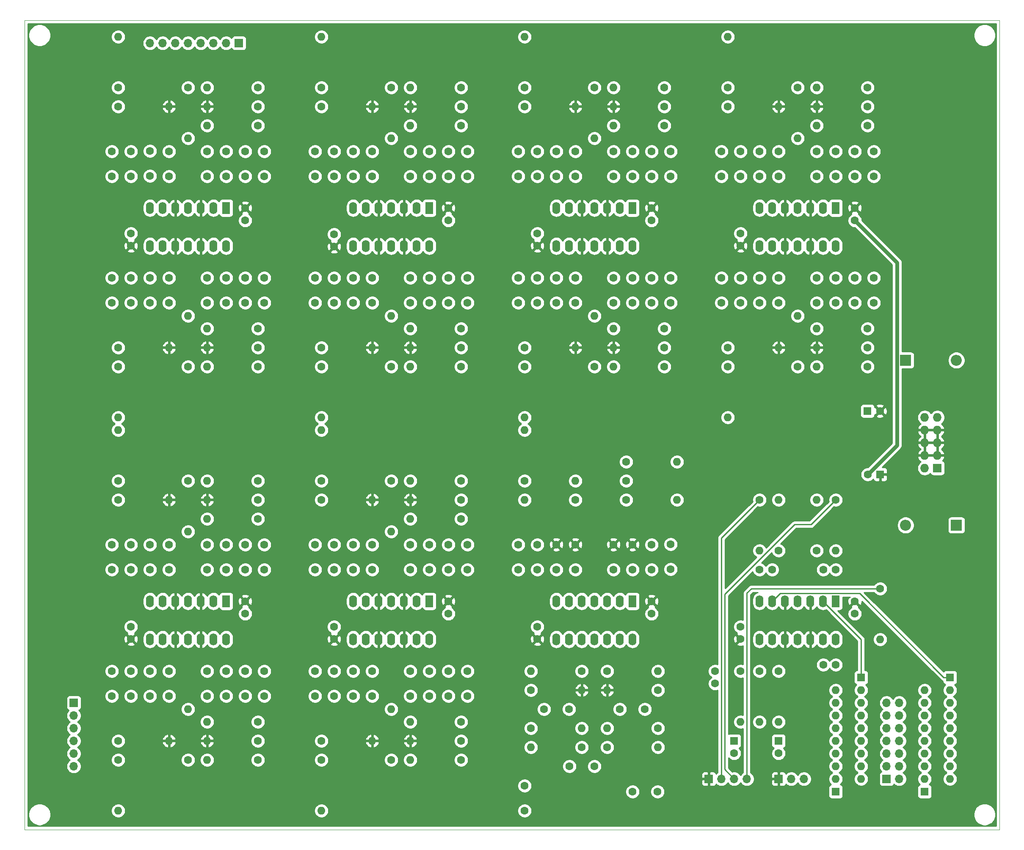
<source format=gbr>
%TF.GenerationSoftware,KiCad,Pcbnew,5.1.10-88a1d61d58~90~ubuntu20.04.1*%
%TF.CreationDate,2021-09-18T21:57:47-04:00*%
%TF.ProjectId,ysFFB,79734646-422e-46b6-9963-61645f706362,rev?*%
%TF.SameCoordinates,Original*%
%TF.FileFunction,Copper,L2,Bot*%
%TF.FilePolarity,Positive*%
%FSLAX46Y46*%
G04 Gerber Fmt 4.6, Leading zero omitted, Abs format (unit mm)*
G04 Created by KiCad (PCBNEW 5.1.10-88a1d61d58~90~ubuntu20.04.1) date 2021-09-18 21:57:47*
%MOMM*%
%LPD*%
G01*
G04 APERTURE LIST*
%TA.AperFunction,Profile*%
%ADD10C,0.100000*%
%TD*%
%TA.AperFunction,ComponentPad*%
%ADD11O,2.200000X2.200000*%
%TD*%
%TA.AperFunction,ComponentPad*%
%ADD12R,2.200000X2.200000*%
%TD*%
%TA.AperFunction,ComponentPad*%
%ADD13C,1.600000*%
%TD*%
%TA.AperFunction,ComponentPad*%
%ADD14R,1.600000X1.600000*%
%TD*%
%TA.AperFunction,ComponentPad*%
%ADD15O,1.600000X1.600000*%
%TD*%
%TA.AperFunction,ComponentPad*%
%ADD16O,1.727200X1.727200*%
%TD*%
%TA.AperFunction,ComponentPad*%
%ADD17R,1.727200X1.727200*%
%TD*%
%TA.AperFunction,ComponentPad*%
%ADD18O,1.700000X1.700000*%
%TD*%
%TA.AperFunction,ComponentPad*%
%ADD19R,1.700000X1.700000*%
%TD*%
%TA.AperFunction,ComponentPad*%
%ADD20O,1.600000X2.400000*%
%TD*%
%TA.AperFunction,ComponentPad*%
%ADD21R,1.600000X2.400000*%
%TD*%
%TA.AperFunction,Conductor*%
%ADD22C,0.750000*%
%TD*%
%TA.AperFunction,Conductor*%
%ADD23C,0.250000*%
%TD*%
%TA.AperFunction,Conductor*%
%ADD24C,0.254000*%
%TD*%
%TA.AperFunction,Conductor*%
%ADD25C,0.100000*%
%TD*%
G04 APERTURE END LIST*
D10*
X27400000Y-194000000D02*
X27400000Y-32000000D01*
X222400000Y-194000000D02*
X27400000Y-194000000D01*
X222400000Y-32000000D02*
X222400000Y-194000000D01*
X27400000Y-32000000D02*
X222400000Y-32000000D01*
D11*
%TO.P,D2,2*%
%TO.N,-12V*%
X203600000Y-133070000D03*
D12*
%TO.P,D2,1*%
%TO.N,/-12_IN*%
X213760000Y-133070000D03*
%TD*%
D11*
%TO.P,D1,2*%
%TO.N,/+12_IN*%
X213760000Y-100050000D03*
D12*
%TO.P,D1,1*%
%TO.N,+12V*%
X203600000Y-100050000D03*
%TD*%
D13*
%TO.P,C133,2*%
%TO.N,Net-(C127-Pad2)*%
X67710000Y-167280000D03*
%TO.P,C133,1*%
%TO.N,Net-(C132-Pad1)*%
X67710000Y-162280000D03*
%TD*%
%TO.P,C129,2*%
%TO.N,Net-(C127-Pad2)*%
X75330000Y-167280000D03*
%TO.P,C129,1*%
%TO.N,BP10P*%
X75330000Y-162280000D03*
%TD*%
%TO.P,C125,2*%
%TO.N,Net-(C119-Pad2)*%
X56280000Y-167280000D03*
%TO.P,C125,1*%
%TO.N,Net-(C124-Pad1)*%
X56280000Y-162280000D03*
%TD*%
%TO.P,C121,2*%
%TO.N,Net-(C119-Pad2)*%
X48660000Y-167280000D03*
%TO.P,C121,1*%
%TO.N,Net-(C119-Pad1)*%
X48660000Y-162280000D03*
%TD*%
%TO.P,C104,2*%
%TO.N,Net-(C100-Pad2)*%
X108350000Y-167280000D03*
%TO.P,C104,1*%
%TO.N,Net-(C103-Pad1)*%
X108350000Y-162280000D03*
%TD*%
%TO.P,C102,2*%
%TO.N,Net-(C101-Pad2)*%
X108350000Y-136960000D03*
%TO.P,C102,1*%
%TO.N,Net-(C101-Pad1)*%
X108350000Y-141960000D03*
%TD*%
%TO.P,C100,2*%
%TO.N,Net-(C100-Pad2)*%
X115970000Y-167280000D03*
%TO.P,C100,1*%
%TO.N,BP12P*%
X115970000Y-162280000D03*
%TD*%
%TO.P,C99,2*%
%TO.N,Net-(C101-Pad2)*%
X115970000Y-136960000D03*
%TO.P,C99,1*%
%TO.N,BP11P*%
X115970000Y-141960000D03*
%TD*%
%TO.P,C96,2*%
%TO.N,Net-(C90-Pad2)*%
X96920000Y-167280000D03*
%TO.P,C96,1*%
%TO.N,Net-(C95-Pad1)*%
X96920000Y-162280000D03*
%TD*%
%TO.P,C94,2*%
%TO.N,Net-(C89-Pad2)*%
X96920000Y-136960000D03*
%TO.P,C94,1*%
%TO.N,Net-(C93-Pad1)*%
X96920000Y-141960000D03*
%TD*%
%TO.P,C92,2*%
%TO.N,Net-(C90-Pad2)*%
X89300000Y-167280000D03*
%TO.P,C92,1*%
%TO.N,Net-(C90-Pad1)*%
X89300000Y-162280000D03*
%TD*%
%TO.P,C91,2*%
%TO.N,Net-(C89-Pad2)*%
X89300000Y-136960000D03*
%TO.P,C91,1*%
%TO.N,Net-(C89-Pad1)*%
X89300000Y-141960000D03*
%TD*%
%TO.P,C86,2*%
%TO.N,Net-(C81-Pad2)*%
X189630000Y-58220000D03*
%TO.P,C86,1*%
%TO.N,Net-(C85-Pad1)*%
X189630000Y-63220000D03*
%TD*%
%TO.P,C83,2*%
%TO.N,Net-(C81-Pad2)*%
X197250000Y-58220000D03*
%TO.P,C83,1*%
%TO.N,BP7P*%
X197250000Y-63220000D03*
%TD*%
%TO.P,C78,2*%
%TO.N,Net-(C73-Pad2)*%
X178200000Y-58220000D03*
%TO.P,C78,1*%
%TO.N,Net-(C77-Pad1)*%
X178200000Y-63220000D03*
%TD*%
%TO.P,C75,2*%
%TO.N,Net-(C73-Pad2)*%
X170580000Y-58220000D03*
%TO.P,C75,1*%
%TO.N,Net-(C73-Pad1)*%
X170580000Y-63220000D03*
%TD*%
%TO.P,C54,2*%
%TO.N,Net-(C49-Pad2)*%
X108350000Y-58220000D03*
%TO.P,C54,1*%
%TO.N,Net-(C53-Pad1)*%
X108350000Y-63220000D03*
%TD*%
%TO.P,C51,2*%
%TO.N,Net-(C49-Pad2)*%
X115970000Y-58220000D03*
%TO.P,C51,1*%
%TO.N,BP3P*%
X115970000Y-63220000D03*
%TD*%
%TO.P,C46,2*%
%TO.N,Net-(C41-Pad2)*%
X96920000Y-58220000D03*
%TO.P,C46,1*%
%TO.N,Net-(C45-Pad1)*%
X96920000Y-63220000D03*
%TD*%
%TO.P,C43,2*%
%TO.N,Net-(C41-Pad2)*%
X89300000Y-58220000D03*
%TO.P,C43,1*%
%TO.N,Net-(C41-Pad1)*%
X89300000Y-63220000D03*
%TD*%
%TO.P,C24,2*%
%TO.N,Net-(C24-Pad2)*%
X187130000Y-141960000D03*
%TO.P,C24,1*%
%TO.N,Net-(C24-Pad1)*%
X189630000Y-141960000D03*
%TD*%
%TO.P,C23,2*%
%TO.N,Net-(C23-Pad2)*%
X176890000Y-141960000D03*
%TO.P,C23,1*%
%TO.N,Net-(C23-Pad1)*%
X174390000Y-141960000D03*
%TD*%
%TO.P,C22,2*%
%TO.N,Net-(C22-Pad2)*%
X187130000Y-161010000D03*
%TO.P,C22,1*%
%TO.N,Net-(C22-Pad1)*%
X189630000Y-161010000D03*
%TD*%
%TO.P,C9,2*%
%TO.N,Net-(C9-Pad2)*%
X165500000Y-164780000D03*
%TO.P,C9,1*%
%TO.N,/Band pass 1\u002C 2/IN*%
X165500000Y-162280000D03*
%TD*%
%TO.P,C4,2*%
%TO.N,LOW_INPUT*%
X178200000Y-178750000D03*
D14*
%TO.P,C4,1*%
%TO.N,Net-(C4-Pad1)*%
X178200000Y-176250000D03*
%TD*%
D13*
%TO.P,C3,2*%
%TO.N,HIGH_INPUT*%
X169310000Y-178750000D03*
D14*
%TO.P,C3,1*%
%TO.N,Net-(C3-Pad1)*%
X169310000Y-176250000D03*
%TD*%
D13*
%TO.P,R6,1*%
%TO.N,Net-(C24-Pad1)*%
X185820000Y-138150000D03*
D15*
%TO.P,R6,2*%
%TO.N,Net-(C24-Pad2)*%
X185820000Y-127990000D03*
%TD*%
D13*
%TO.P,R84,1*%
%TO.N,Net-(C119-Pad2)*%
X46120000Y-180060000D03*
D15*
%TO.P,R84,2*%
%TO.N,/Band pass 1\u002C 2/IN*%
X46120000Y-190220000D03*
%TD*%
D13*
%TO.P,R83,1*%
%TO.N,Net-(C118-Pad2)*%
X46120000Y-124180000D03*
D15*
%TO.P,R83,2*%
%TO.N,/Band pass 1\u002C 2/IN*%
X46120000Y-114020000D03*
%TD*%
D13*
%TO.P,R57,1*%
%TO.N,BP8P*%
X195980000Y-93700000D03*
D15*
%TO.P,R57,2*%
%TO.N,Net-(C87-Pad1)*%
X185820000Y-93700000D03*
%TD*%
D13*
%TO.P,R56,1*%
%TO.N,BP7P*%
X195980000Y-53060000D03*
D15*
%TO.P,R56,2*%
%TO.N,Net-(C85-Pad1)*%
X185820000Y-53060000D03*
%TD*%
D13*
%TO.P,R55,1*%
%TO.N,Net-(C82-Pad2)*%
X195980000Y-97510000D03*
D15*
%TO.P,R55,2*%
%TO.N,GND*%
X185820000Y-97510000D03*
%TD*%
D13*
%TO.P,R54,1*%
%TO.N,Net-(C81-Pad2)*%
X195980000Y-49250000D03*
D15*
%TO.P,R54,2*%
%TO.N,GND*%
X185820000Y-49250000D03*
%TD*%
D13*
%TO.P,R53,1*%
%TO.N,Net-(C82-Pad2)*%
X195980000Y-101320000D03*
D15*
%TO.P,R53,2*%
%TO.N,Net-(C74-Pad1)*%
X185820000Y-101320000D03*
%TD*%
D13*
%TO.P,R52,1*%
%TO.N,Net-(C81-Pad2)*%
X195980000Y-45440000D03*
D15*
%TO.P,R52,2*%
%TO.N,Net-(C73-Pad1)*%
X185820000Y-45440000D03*
%TD*%
D13*
%TO.P,R51,1*%
%TO.N,Net-(C74-Pad1)*%
X182010000Y-101320000D03*
D15*
%TO.P,R51,2*%
%TO.N,Net-(C79-Pad1)*%
X182010000Y-91160000D03*
%TD*%
D13*
%TO.P,R50,1*%
%TO.N,Net-(C73-Pad1)*%
X182010000Y-45440000D03*
D15*
%TO.P,R50,2*%
%TO.N,Net-(C77-Pad1)*%
X182010000Y-55600000D03*
%TD*%
D13*
%TO.P,R49,1*%
%TO.N,Net-(C74-Pad2)*%
X168040000Y-97510000D03*
D15*
%TO.P,R49,2*%
%TO.N,GND*%
X178200000Y-97510000D03*
%TD*%
D13*
%TO.P,R48,1*%
%TO.N,Net-(C73-Pad2)*%
X168040000Y-49250000D03*
D15*
%TO.P,R48,2*%
%TO.N,GND*%
X178200000Y-49250000D03*
%TD*%
D13*
%TO.P,R47,1*%
%TO.N,Net-(C74-Pad2)*%
X168040000Y-101320000D03*
D15*
%TO.P,R47,2*%
%TO.N,/Band pass 1\u002C 2/IN*%
X168040000Y-111480000D03*
%TD*%
D13*
%TO.P,R46,1*%
%TO.N,Net-(C73-Pad2)*%
X168040000Y-45440000D03*
D15*
%TO.P,R46,2*%
%TO.N,/Band pass 1\u002C 2/IN*%
X168040000Y-35280000D03*
%TD*%
D13*
%TO.P,R45,1*%
%TO.N,BP6P*%
X155340000Y-93700000D03*
D15*
%TO.P,R45,2*%
%TO.N,Net-(C71-Pad1)*%
X145180000Y-93700000D03*
%TD*%
D13*
%TO.P,R44,1*%
%TO.N,BP5P*%
X155340000Y-53060000D03*
D15*
%TO.P,R44,2*%
%TO.N,Net-(C69-Pad1)*%
X145180000Y-53060000D03*
%TD*%
D13*
%TO.P,R43,1*%
%TO.N,Net-(C66-Pad2)*%
X155340000Y-97510000D03*
D15*
%TO.P,R43,2*%
%TO.N,GND*%
X145180000Y-97510000D03*
%TD*%
D13*
%TO.P,R42,1*%
%TO.N,Net-(C65-Pad2)*%
X155340000Y-49250000D03*
D15*
%TO.P,R42,2*%
%TO.N,GND*%
X145180000Y-49250000D03*
%TD*%
D13*
%TO.P,R41,1*%
%TO.N,Net-(C66-Pad2)*%
X155340000Y-101320000D03*
D15*
%TO.P,R41,2*%
%TO.N,Net-(C58-Pad1)*%
X145180000Y-101320000D03*
%TD*%
D13*
%TO.P,R40,1*%
%TO.N,Net-(C65-Pad2)*%
X155340000Y-45440000D03*
D15*
%TO.P,R40,2*%
%TO.N,Net-(C57-Pad1)*%
X145180000Y-45440000D03*
%TD*%
D13*
%TO.P,R39,1*%
%TO.N,Net-(C58-Pad1)*%
X141370000Y-101320000D03*
D15*
%TO.P,R39,2*%
%TO.N,Net-(C63-Pad1)*%
X141370000Y-91160000D03*
%TD*%
D13*
%TO.P,R38,1*%
%TO.N,Net-(C57-Pad1)*%
X141370000Y-45440000D03*
D15*
%TO.P,R38,2*%
%TO.N,Net-(C61-Pad1)*%
X141370000Y-55600000D03*
%TD*%
D13*
%TO.P,R37,1*%
%TO.N,Net-(C58-Pad2)*%
X127400000Y-97510000D03*
D15*
%TO.P,R37,2*%
%TO.N,GND*%
X137560000Y-97510000D03*
%TD*%
D13*
%TO.P,R36,1*%
%TO.N,Net-(C57-Pad2)*%
X127400000Y-49250000D03*
D15*
%TO.P,R36,2*%
%TO.N,GND*%
X137560000Y-49250000D03*
%TD*%
D13*
%TO.P,R35,1*%
%TO.N,Net-(C58-Pad2)*%
X127400000Y-101320000D03*
D15*
%TO.P,R35,2*%
%TO.N,/Band pass 1\u002C 2/IN*%
X127400000Y-111480000D03*
%TD*%
D13*
%TO.P,R34,1*%
%TO.N,Net-(C57-Pad2)*%
X127400000Y-45440000D03*
D15*
%TO.P,R34,2*%
%TO.N,/Band pass 1\u002C 2/IN*%
X127400000Y-35280000D03*
%TD*%
D13*
%TO.P,R33,1*%
%TO.N,BP4P*%
X114700000Y-93700000D03*
D15*
%TO.P,R33,2*%
%TO.N,Net-(C55-Pad1)*%
X104540000Y-93700000D03*
%TD*%
D13*
%TO.P,R32,1*%
%TO.N,BP3P*%
X114700000Y-53060000D03*
D15*
%TO.P,R32,2*%
%TO.N,Net-(C53-Pad1)*%
X104540000Y-53060000D03*
%TD*%
D13*
%TO.P,R31,1*%
%TO.N,Net-(C50-Pad2)*%
X114700000Y-97510000D03*
D15*
%TO.P,R31,2*%
%TO.N,GND*%
X104540000Y-97510000D03*
%TD*%
D13*
%TO.P,R30,1*%
%TO.N,Net-(C49-Pad2)*%
X114700000Y-49250000D03*
D15*
%TO.P,R30,2*%
%TO.N,GND*%
X104540000Y-49250000D03*
%TD*%
D13*
%TO.P,R29,1*%
%TO.N,Net-(C50-Pad2)*%
X114700000Y-101320000D03*
D15*
%TO.P,R29,2*%
%TO.N,Net-(C42-Pad1)*%
X104540000Y-101320000D03*
%TD*%
D13*
%TO.P,R28,1*%
%TO.N,Net-(C49-Pad2)*%
X114700000Y-45440000D03*
D15*
%TO.P,R28,2*%
%TO.N,Net-(C41-Pad1)*%
X104540000Y-45440000D03*
%TD*%
D13*
%TO.P,R27,1*%
%TO.N,Net-(C42-Pad1)*%
X100730000Y-101320000D03*
D15*
%TO.P,R27,2*%
%TO.N,Net-(C47-Pad1)*%
X100730000Y-91160000D03*
%TD*%
D13*
%TO.P,R26,1*%
%TO.N,Net-(C41-Pad1)*%
X100730000Y-45440000D03*
D15*
%TO.P,R26,2*%
%TO.N,Net-(C45-Pad1)*%
X100730000Y-55600000D03*
%TD*%
D13*
%TO.P,R25,1*%
%TO.N,Net-(C42-Pad2)*%
X86760000Y-97510000D03*
D15*
%TO.P,R25,2*%
%TO.N,GND*%
X96920000Y-97510000D03*
%TD*%
D13*
%TO.P,R24,1*%
%TO.N,Net-(C41-Pad2)*%
X86760000Y-49250000D03*
D15*
%TO.P,R24,2*%
%TO.N,GND*%
X96920000Y-49250000D03*
%TD*%
D13*
%TO.P,R23,1*%
%TO.N,Net-(C42-Pad2)*%
X86760000Y-101320000D03*
D15*
%TO.P,R23,2*%
%TO.N,/Band pass 1\u002C 2/IN*%
X86760000Y-111480000D03*
%TD*%
D13*
%TO.P,R22,1*%
%TO.N,Net-(C41-Pad2)*%
X86760000Y-45440000D03*
D15*
%TO.P,R22,2*%
%TO.N,/Band pass 1\u002C 2/IN*%
X86760000Y-35280000D03*
%TD*%
D13*
%TO.P,R9,1*%
%TO.N,EVEN*%
X189630000Y-127990000D03*
D15*
%TO.P,R9,2*%
%TO.N,Net-(C24-Pad1)*%
X189630000Y-138150000D03*
%TD*%
D13*
%TO.P,R8,1*%
%TO.N,ODD*%
X174390000Y-127990000D03*
D15*
%TO.P,R8,2*%
%TO.N,Net-(C23-Pad1)*%
X174390000Y-138150000D03*
%TD*%
D13*
%TO.P,R7,1*%
%TO.N,ALL*%
X198520000Y-145770000D03*
D15*
%TO.P,R7,2*%
%TO.N,Net-(C22-Pad1)*%
X198520000Y-155930000D03*
%TD*%
D13*
%TO.P,R5,1*%
%TO.N,Net-(C23-Pad1)*%
X178200000Y-138150000D03*
D15*
%TO.P,R5,2*%
%TO.N,Net-(C23-Pad2)*%
X178200000Y-127990000D03*
%TD*%
D13*
%TO.P,R3,1*%
%TO.N,/Band pass 1\u002C 2/IN*%
X170580000Y-162280000D03*
D15*
%TO.P,R3,2*%
%TO.N,Net-(C9-Pad2)*%
X170580000Y-172440000D03*
%TD*%
D13*
%TO.P,R2,1*%
%TO.N,Net-(C9-Pad2)*%
X178200000Y-162280000D03*
D15*
%TO.P,R2,2*%
%TO.N,Net-(C4-Pad1)*%
X178200000Y-172440000D03*
%TD*%
D13*
%TO.P,R1,1*%
%TO.N,Net-(C9-Pad2)*%
X174390000Y-162280000D03*
D15*
%TO.P,R1,2*%
%TO.N,Net-(C3-Pad1)*%
X174390000Y-172440000D03*
%TD*%
D16*
%TO.P,J1,10*%
%TO.N,/+12_IN*%
X207410000Y-111480000D03*
%TO.P,J1,9*%
X209950000Y-111480000D03*
%TO.P,J1,8*%
%TO.N,GND*%
X207410000Y-114020000D03*
%TO.P,J1,7*%
X209950000Y-114020000D03*
%TO.P,J1,6*%
X207410000Y-116560000D03*
%TO.P,J1,5*%
X209950000Y-116560000D03*
%TO.P,J1,4*%
X207410000Y-119100000D03*
%TO.P,J1,3*%
X209950000Y-119100000D03*
%TO.P,J1,2*%
%TO.N,/-12_IN*%
X207410000Y-121640000D03*
D17*
%TO.P,J1,1*%
X209950000Y-121640000D03*
%TD*%
D13*
%TO.P,C117,2*%
%TO.N,Net-(C117-Pad2)*%
X153990000Y-186410000D03*
%TO.P,C117,1*%
%TO.N,HPP*%
X148990000Y-186410000D03*
%TD*%
%TO.P,C116,2*%
%TO.N,GND*%
X148990000Y-136960000D03*
%TO.P,C116,1*%
%TO.N,Net-(C114-Pad1)*%
X148990000Y-141960000D03*
%TD*%
%TO.P,C115,2*%
%TO.N,Net-(C111-Pad1)*%
X151450000Y-169900000D03*
%TO.P,C115,1*%
%TO.N,Net-(C115-Pad1)*%
X146450000Y-169900000D03*
%TD*%
%TO.P,C114,2*%
%TO.N,GND*%
X145180000Y-136960000D03*
%TO.P,C114,1*%
%TO.N,Net-(C114-Pad1)*%
X145180000Y-141960000D03*
%TD*%
%TO.P,C113,2*%
%TO.N,Net-(C112-Pad2)*%
X156610000Y-136880000D03*
%TO.P,C113,1*%
%TO.N,Net-(C112-Pad1)*%
X156610000Y-141880000D03*
%TD*%
%TO.P,C112,2*%
%TO.N,Net-(C112-Pad2)*%
X152800000Y-136960000D03*
%TO.P,C112,1*%
%TO.N,Net-(C112-Pad1)*%
X152800000Y-141960000D03*
%TD*%
%TO.P,C111,2*%
%TO.N,Net-(C111-Pad2)*%
X136370000Y-181330000D03*
%TO.P,C111,1*%
%TO.N,Net-(C111-Pad1)*%
X141370000Y-181330000D03*
%TD*%
%TO.P,C110,2*%
%TO.N,GND*%
X137560000Y-136960000D03*
%TO.P,C110,1*%
%TO.N,Net-(C108-Pad1)*%
X137560000Y-141960000D03*
%TD*%
%TO.P,C109,2*%
%TO.N,Net-(C105-Pad1)*%
X131290000Y-169900000D03*
%TO.P,C109,1*%
%TO.N,Net-(C109-Pad1)*%
X136290000Y-169900000D03*
%TD*%
%TO.P,C108,2*%
%TO.N,GND*%
X133750000Y-136960000D03*
%TO.P,C108,1*%
%TO.N,Net-(C108-Pad1)*%
X133750000Y-141960000D03*
%TD*%
%TO.P,C107,2*%
%TO.N,Net-(C106-Pad2)*%
X129940000Y-136960000D03*
%TO.P,C107,1*%
%TO.N,Net-(C106-Pad1)*%
X129940000Y-141960000D03*
%TD*%
%TO.P,C106,2*%
%TO.N,Net-(C106-Pad2)*%
X126130000Y-136960000D03*
%TO.P,C106,1*%
%TO.N,Net-(C106-Pad1)*%
X126130000Y-141960000D03*
%TD*%
%TO.P,C105,2*%
%TO.N,/Band pass 1\u002C 2/IN*%
X127400000Y-190220000D03*
%TO.P,C105,1*%
%TO.N,Net-(C105-Pad1)*%
X127400000Y-185220000D03*
%TD*%
%TO.P,C101,2*%
%TO.N,Net-(C101-Pad2)*%
X104540000Y-136960000D03*
%TO.P,C101,1*%
%TO.N,Net-(C101-Pad1)*%
X104540000Y-141960000D03*
%TD*%
%TO.P,C98,2*%
%TO.N,Net-(C100-Pad2)*%
X112160000Y-167280000D03*
%TO.P,C98,1*%
%TO.N,BP12P*%
X112160000Y-162280000D03*
%TD*%
%TO.P,C97,2*%
%TO.N,Net-(C101-Pad2)*%
X112160000Y-136960000D03*
%TO.P,C97,1*%
%TO.N,BP11P*%
X112160000Y-141960000D03*
%TD*%
%TO.P,C95,2*%
%TO.N,Net-(C90-Pad2)*%
X93110000Y-167280000D03*
%TO.P,C95,1*%
%TO.N,Net-(C95-Pad1)*%
X93110000Y-162280000D03*
%TD*%
%TO.P,C93,2*%
%TO.N,Net-(C89-Pad2)*%
X93110000Y-136960000D03*
%TO.P,C93,1*%
%TO.N,Net-(C93-Pad1)*%
X93110000Y-141960000D03*
%TD*%
%TO.P,C90,2*%
%TO.N,Net-(C90-Pad2)*%
X85490000Y-167280000D03*
%TO.P,C90,1*%
%TO.N,Net-(C90-Pad1)*%
X85490000Y-162280000D03*
%TD*%
%TO.P,C89,2*%
%TO.N,Net-(C89-Pad2)*%
X85490000Y-136960000D03*
%TO.P,C89,1*%
%TO.N,Net-(C89-Pad1)*%
X85490000Y-141960000D03*
%TD*%
%TO.P,C132,2*%
%TO.N,Net-(C127-Pad2)*%
X63900000Y-167280000D03*
%TO.P,C132,1*%
%TO.N,Net-(C132-Pad1)*%
X63900000Y-162280000D03*
%TD*%
%TO.P,C131,2*%
%TO.N,Net-(C126-Pad2)*%
X67710000Y-136960000D03*
%TO.P,C131,1*%
%TO.N,Net-(C130-Pad1)*%
X67710000Y-141960000D03*
%TD*%
%TO.P,C130,2*%
%TO.N,Net-(C126-Pad2)*%
X63900000Y-136960000D03*
%TO.P,C130,1*%
%TO.N,Net-(C130-Pad1)*%
X63900000Y-141960000D03*
%TD*%
%TO.P,C128,2*%
%TO.N,Net-(C126-Pad2)*%
X75330000Y-136960000D03*
%TO.P,C128,1*%
%TO.N,BP9P*%
X75330000Y-141960000D03*
%TD*%
%TO.P,C127,2*%
%TO.N,Net-(C127-Pad2)*%
X71520000Y-167280000D03*
%TO.P,C127,1*%
%TO.N,BP10P*%
X71520000Y-162280000D03*
%TD*%
%TO.P,C126,2*%
%TO.N,Net-(C126-Pad2)*%
X71520000Y-136960000D03*
%TO.P,C126,1*%
%TO.N,BP9P*%
X71520000Y-141960000D03*
%TD*%
%TO.P,C124,2*%
%TO.N,Net-(C119-Pad2)*%
X52470000Y-167280000D03*
%TO.P,C124,1*%
%TO.N,Net-(C124-Pad1)*%
X52470000Y-162280000D03*
%TD*%
%TO.P,C123,2*%
%TO.N,Net-(C118-Pad2)*%
X56280000Y-136960000D03*
%TO.P,C123,1*%
%TO.N,Net-(C122-Pad1)*%
X56280000Y-141960000D03*
%TD*%
%TO.P,C122,2*%
%TO.N,Net-(C118-Pad2)*%
X52470000Y-136960000D03*
%TO.P,C122,1*%
%TO.N,Net-(C122-Pad1)*%
X52470000Y-141960000D03*
%TD*%
%TO.P,C120,2*%
%TO.N,Net-(C118-Pad2)*%
X48660000Y-136960000D03*
%TO.P,C120,1*%
%TO.N,Net-(C118-Pad1)*%
X48660000Y-141960000D03*
%TD*%
%TO.P,C119,2*%
%TO.N,Net-(C119-Pad2)*%
X44850000Y-167280000D03*
%TO.P,C119,1*%
%TO.N,Net-(C119-Pad1)*%
X44850000Y-162280000D03*
%TD*%
%TO.P,C118,2*%
%TO.N,Net-(C118-Pad2)*%
X44850000Y-136960000D03*
%TO.P,C118,1*%
%TO.N,Net-(C118-Pad1)*%
X44850000Y-141960000D03*
%TD*%
%TO.P,C88,2*%
%TO.N,Net-(C82-Pad2)*%
X189630000Y-88540000D03*
%TO.P,C88,1*%
%TO.N,Net-(C87-Pad1)*%
X189630000Y-83540000D03*
%TD*%
%TO.P,C87,2*%
%TO.N,Net-(C82-Pad2)*%
X185820000Y-88540000D03*
%TO.P,C87,1*%
%TO.N,Net-(C87-Pad1)*%
X185820000Y-83540000D03*
%TD*%
%TO.P,C85,2*%
%TO.N,Net-(C81-Pad2)*%
X185820000Y-58220000D03*
%TO.P,C85,1*%
%TO.N,Net-(C85-Pad1)*%
X185820000Y-63220000D03*
%TD*%
%TO.P,C84,2*%
%TO.N,Net-(C82-Pad2)*%
X197250000Y-88540000D03*
%TO.P,C84,1*%
%TO.N,BP8P*%
X197250000Y-83540000D03*
%TD*%
%TO.P,C82,2*%
%TO.N,Net-(C82-Pad2)*%
X193440000Y-88540000D03*
%TO.P,C82,1*%
%TO.N,BP8P*%
X193440000Y-83540000D03*
%TD*%
%TO.P,C81,2*%
%TO.N,Net-(C81-Pad2)*%
X193440000Y-58220000D03*
%TO.P,C81,1*%
%TO.N,BP7P*%
X193440000Y-63220000D03*
%TD*%
%TO.P,C80,2*%
%TO.N,Net-(C74-Pad2)*%
X178200000Y-88540000D03*
%TO.P,C80,1*%
%TO.N,Net-(C79-Pad1)*%
X178200000Y-83540000D03*
%TD*%
%TO.P,C79,2*%
%TO.N,Net-(C74-Pad2)*%
X174390000Y-88540000D03*
%TO.P,C79,1*%
%TO.N,Net-(C79-Pad1)*%
X174390000Y-83540000D03*
%TD*%
%TO.P,C77,2*%
%TO.N,Net-(C73-Pad2)*%
X174390000Y-58220000D03*
%TO.P,C77,1*%
%TO.N,Net-(C77-Pad1)*%
X174390000Y-63220000D03*
%TD*%
%TO.P,C76,2*%
%TO.N,Net-(C74-Pad2)*%
X170580000Y-88540000D03*
%TO.P,C76,1*%
%TO.N,Net-(C74-Pad1)*%
X170580000Y-83540000D03*
%TD*%
%TO.P,C74,2*%
%TO.N,Net-(C74-Pad2)*%
X166770000Y-88540000D03*
%TO.P,C74,1*%
%TO.N,Net-(C74-Pad1)*%
X166770000Y-83540000D03*
%TD*%
%TO.P,C73,2*%
%TO.N,Net-(C73-Pad2)*%
X166770000Y-58220000D03*
%TO.P,C73,1*%
%TO.N,Net-(C73-Pad1)*%
X166770000Y-63220000D03*
%TD*%
%TO.P,C72,2*%
%TO.N,Net-(C66-Pad2)*%
X148990000Y-88540000D03*
%TO.P,C72,1*%
%TO.N,Net-(C71-Pad1)*%
X148990000Y-83540000D03*
%TD*%
%TO.P,C71,2*%
%TO.N,Net-(C66-Pad2)*%
X145180000Y-88540000D03*
%TO.P,C71,1*%
%TO.N,Net-(C71-Pad1)*%
X145180000Y-83540000D03*
%TD*%
%TO.P,C70,2*%
%TO.N,Net-(C65-Pad2)*%
X148990000Y-58220000D03*
%TO.P,C70,1*%
%TO.N,Net-(C69-Pad1)*%
X148990000Y-63220000D03*
%TD*%
%TO.P,C69,2*%
%TO.N,Net-(C65-Pad2)*%
X145180000Y-58220000D03*
%TO.P,C69,1*%
%TO.N,Net-(C69-Pad1)*%
X145180000Y-63220000D03*
%TD*%
%TO.P,C68,2*%
%TO.N,Net-(C66-Pad2)*%
X156610000Y-88540000D03*
%TO.P,C68,1*%
%TO.N,BP6P*%
X156610000Y-83540000D03*
%TD*%
%TO.P,C67,2*%
%TO.N,Net-(C65-Pad2)*%
X156610000Y-58220000D03*
%TO.P,C67,1*%
%TO.N,BP5P*%
X156610000Y-63220000D03*
%TD*%
%TO.P,C66,2*%
%TO.N,Net-(C66-Pad2)*%
X152800000Y-88540000D03*
%TO.P,C66,1*%
%TO.N,BP6P*%
X152800000Y-83540000D03*
%TD*%
%TO.P,C65,2*%
%TO.N,Net-(C65-Pad2)*%
X152800000Y-58220000D03*
%TO.P,C65,1*%
%TO.N,BP5P*%
X152800000Y-63220000D03*
%TD*%
%TO.P,C64,2*%
%TO.N,Net-(C58-Pad2)*%
X137560000Y-88540000D03*
%TO.P,C64,1*%
%TO.N,Net-(C63-Pad1)*%
X137560000Y-83540000D03*
%TD*%
%TO.P,C63,2*%
%TO.N,Net-(C58-Pad2)*%
X133750000Y-88540000D03*
%TO.P,C63,1*%
%TO.N,Net-(C63-Pad1)*%
X133750000Y-83540000D03*
%TD*%
%TO.P,C62,2*%
%TO.N,Net-(C57-Pad2)*%
X137560000Y-58220000D03*
%TO.P,C62,1*%
%TO.N,Net-(C61-Pad1)*%
X137560000Y-63220000D03*
%TD*%
%TO.P,C61,2*%
%TO.N,Net-(C57-Pad2)*%
X133750000Y-58220000D03*
%TO.P,C61,1*%
%TO.N,Net-(C61-Pad1)*%
X133750000Y-63220000D03*
%TD*%
%TO.P,C60,2*%
%TO.N,Net-(C58-Pad2)*%
X129940000Y-88540000D03*
%TO.P,C60,1*%
%TO.N,Net-(C58-Pad1)*%
X129940000Y-83540000D03*
%TD*%
%TO.P,C59,2*%
%TO.N,Net-(C57-Pad2)*%
X129940000Y-58220000D03*
%TO.P,C59,1*%
%TO.N,Net-(C57-Pad1)*%
X129940000Y-63220000D03*
%TD*%
%TO.P,C58,2*%
%TO.N,Net-(C58-Pad2)*%
X126130000Y-88540000D03*
%TO.P,C58,1*%
%TO.N,Net-(C58-Pad1)*%
X126130000Y-83540000D03*
%TD*%
%TO.P,C57,2*%
%TO.N,Net-(C57-Pad2)*%
X126130000Y-58220000D03*
%TO.P,C57,1*%
%TO.N,Net-(C57-Pad1)*%
X126130000Y-63220000D03*
%TD*%
%TO.P,C56,2*%
%TO.N,Net-(C50-Pad2)*%
X108350000Y-88540000D03*
%TO.P,C56,1*%
%TO.N,Net-(C55-Pad1)*%
X108350000Y-83540000D03*
%TD*%
%TO.P,C55,2*%
%TO.N,Net-(C50-Pad2)*%
X104540000Y-88540000D03*
%TO.P,C55,1*%
%TO.N,Net-(C55-Pad1)*%
X104540000Y-83540000D03*
%TD*%
%TO.P,C53,2*%
%TO.N,Net-(C49-Pad2)*%
X104540000Y-58220000D03*
%TO.P,C53,1*%
%TO.N,Net-(C53-Pad1)*%
X104540000Y-63220000D03*
%TD*%
%TO.P,C52,2*%
%TO.N,Net-(C50-Pad2)*%
X115970000Y-88540000D03*
%TO.P,C52,1*%
%TO.N,BP4P*%
X115970000Y-83540000D03*
%TD*%
%TO.P,C50,2*%
%TO.N,Net-(C50-Pad2)*%
X112160000Y-88540000D03*
%TO.P,C50,1*%
%TO.N,BP4P*%
X112160000Y-83540000D03*
%TD*%
%TO.P,C49,2*%
%TO.N,Net-(C49-Pad2)*%
X112160000Y-58220000D03*
%TO.P,C49,1*%
%TO.N,BP3P*%
X112160000Y-63220000D03*
%TD*%
%TO.P,C48,2*%
%TO.N,Net-(C42-Pad2)*%
X96920000Y-88540000D03*
%TO.P,C48,1*%
%TO.N,Net-(C47-Pad1)*%
X96920000Y-83540000D03*
%TD*%
%TO.P,C47,2*%
%TO.N,Net-(C42-Pad2)*%
X93110000Y-88540000D03*
%TO.P,C47,1*%
%TO.N,Net-(C47-Pad1)*%
X93110000Y-83540000D03*
%TD*%
%TO.P,C45,2*%
%TO.N,Net-(C41-Pad2)*%
X93110000Y-58220000D03*
%TO.P,C45,1*%
%TO.N,Net-(C45-Pad1)*%
X93110000Y-63220000D03*
%TD*%
%TO.P,C44,2*%
%TO.N,Net-(C42-Pad2)*%
X89300000Y-88540000D03*
%TO.P,C44,1*%
%TO.N,Net-(C42-Pad1)*%
X89300000Y-83540000D03*
%TD*%
%TO.P,C42,2*%
%TO.N,Net-(C42-Pad2)*%
X85490000Y-88540000D03*
%TO.P,C42,1*%
%TO.N,Net-(C42-Pad1)*%
X85490000Y-83540000D03*
%TD*%
%TO.P,C41,2*%
%TO.N,Net-(C41-Pad2)*%
X85490000Y-58220000D03*
%TO.P,C41,1*%
%TO.N,Net-(C41-Pad1)*%
X85490000Y-63220000D03*
%TD*%
%TO.P,C15,2*%
%TO.N,-12V*%
X193440000Y-150810000D03*
%TO.P,C15,1*%
%TO.N,GND*%
X193440000Y-148310000D03*
%TD*%
%TO.P,C14,2*%
%TO.N,GND*%
X170580000Y-155890000D03*
%TO.P,C14,1*%
%TO.N,+12V*%
X170580000Y-153390000D03*
%TD*%
%TO.P,C21,2*%
%TO.N,-12V*%
X152800000Y-150810000D03*
%TO.P,C21,1*%
%TO.N,GND*%
X152800000Y-148310000D03*
%TD*%
%TO.P,C20,2*%
%TO.N,GND*%
X129940000Y-155890000D03*
%TO.P,C20,1*%
%TO.N,+12V*%
X129940000Y-153390000D03*
%TD*%
%TO.P,C17,2*%
%TO.N,-12V*%
X196020000Y-122910000D03*
D14*
%TO.P,C17,1*%
%TO.N,GND*%
X198520000Y-122910000D03*
%TD*%
D13*
%TO.P,C16,2*%
%TO.N,GND*%
X198480000Y-110210000D03*
D14*
%TO.P,C16,1*%
%TO.N,+12V*%
X195980000Y-110210000D03*
%TD*%
D13*
%TO.P,C19,2*%
%TO.N,-12V*%
X112160000Y-150810000D03*
%TO.P,C19,1*%
%TO.N,GND*%
X112160000Y-148310000D03*
%TD*%
%TO.P,C18,2*%
%TO.N,GND*%
X89300000Y-155890000D03*
%TO.P,C18,1*%
%TO.N,+12V*%
X89300000Y-153390000D03*
%TD*%
%TO.P,C13,2*%
%TO.N,-12V*%
X71520000Y-150810000D03*
%TO.P,C13,1*%
%TO.N,GND*%
X71520000Y-148310000D03*
%TD*%
%TO.P,C12,2*%
%TO.N,GND*%
X48660000Y-155890000D03*
%TO.P,C12,1*%
%TO.N,+12V*%
X48660000Y-153390000D03*
%TD*%
%TO.P,C11,2*%
%TO.N,-12V*%
X193440000Y-72070000D03*
%TO.P,C11,1*%
%TO.N,GND*%
X193440000Y-69570000D03*
%TD*%
%TO.P,C10,2*%
%TO.N,GND*%
X170580000Y-77150000D03*
%TO.P,C10,1*%
%TO.N,+12V*%
X170580000Y-74650000D03*
%TD*%
%TO.P,C8,2*%
%TO.N,-12V*%
X152800000Y-72070000D03*
%TO.P,C8,1*%
%TO.N,GND*%
X152800000Y-69570000D03*
%TD*%
%TO.P,C7,2*%
%TO.N,GND*%
X129940000Y-77150000D03*
%TO.P,C7,1*%
%TO.N,+12V*%
X129940000Y-74650000D03*
%TD*%
%TO.P,C6,2*%
%TO.N,-12V*%
X112160000Y-72070000D03*
%TO.P,C6,1*%
%TO.N,GND*%
X112160000Y-69570000D03*
%TD*%
%TO.P,C5,2*%
%TO.N,GND*%
X89300000Y-77325000D03*
%TO.P,C5,1*%
%TO.N,+12V*%
X89300000Y-74825000D03*
%TD*%
%TO.P,C2,2*%
%TO.N,-12V*%
X71520000Y-72070000D03*
%TO.P,C2,1*%
%TO.N,GND*%
X71520000Y-69570000D03*
%TD*%
%TO.P,C1,2*%
%TO.N,GND*%
X48660000Y-77150000D03*
%TO.P,C1,1*%
%TO.N,+12V*%
X48660000Y-74650000D03*
%TD*%
D18*
%TO.P,J2,8*%
%TO.N,BP8P*%
X52470000Y-36550000D03*
%TO.P,J2,7*%
%TO.N,BP6P*%
X55010000Y-36550000D03*
%TO.P,J2,6*%
%TO.N,BP4P*%
X57550000Y-36550000D03*
%TO.P,J2,5*%
%TO.N,BP2P*%
X60090000Y-36550000D03*
%TO.P,J2,4*%
%TO.N,BP1P*%
X62630000Y-36550000D03*
%TO.P,J2,3*%
%TO.N,BP3P*%
X65170000Y-36550000D03*
%TO.P,J2,2*%
%TO.N,BP5P*%
X67710000Y-36550000D03*
D19*
%TO.P,J2,1*%
%TO.N,BP7P*%
X70250000Y-36550000D03*
%TD*%
D15*
%TO.P,RN2,9*%
%TO.N,Net-(C22-Pad1)*%
X189630000Y-166090000D03*
%TO.P,RN2,8*%
%TO.N,EVEN_7*%
X189630000Y-168630000D03*
%TO.P,RN2,7*%
%TO.N,EVEN_6*%
X189630000Y-171170000D03*
%TO.P,RN2,6*%
%TO.N,EVEN_5*%
X189630000Y-173710000D03*
%TO.P,RN2,5*%
%TO.N,EVEN_4*%
X189630000Y-176250000D03*
%TO.P,RN2,4*%
%TO.N,EVEN_3*%
X189630000Y-178790000D03*
%TO.P,RN2,3*%
%TO.N,EVEN_2*%
X189630000Y-181330000D03*
%TO.P,RN2,2*%
%TO.N,EVEN_1*%
X189630000Y-183870000D03*
D14*
%TO.P,RN2,1*%
%TO.N,Net-(C22-Pad2)*%
X189630000Y-186410000D03*
%TD*%
D15*
%TO.P,RN3,9*%
%TO.N,ODD_1*%
X212490000Y-183870000D03*
%TO.P,RN3,8*%
%TO.N,ODD_2*%
X212490000Y-181330000D03*
%TO.P,RN3,7*%
%TO.N,ODD_3*%
X212490000Y-178790000D03*
%TO.P,RN3,6*%
%TO.N,ODD_4*%
X212490000Y-176250000D03*
%TO.P,RN3,5*%
%TO.N,ODD_5*%
X212490000Y-173710000D03*
%TO.P,RN3,4*%
%TO.N,ODD_6*%
X212490000Y-171170000D03*
%TO.P,RN3,3*%
%TO.N,ODD_7*%
X212490000Y-168630000D03*
%TO.P,RN3,2*%
%TO.N,Net-(RN3-Pad2)*%
X212490000Y-166090000D03*
D14*
%TO.P,RN3,1*%
%TO.N,Net-(C23-Pad2)*%
X212490000Y-163550000D03*
%TD*%
D20*
%TO.P,U5,14*%
%TO.N,BP8P*%
X189630000Y-77190000D03*
%TO.P,U5,7*%
%TO.N,Net-(C73-Pad1)*%
X174390000Y-69570000D03*
%TO.P,U5,13*%
%TO.N,Net-(C87-Pad1)*%
X187090000Y-77190000D03*
%TO.P,U5,6*%
%TO.N,Net-(C77-Pad1)*%
X176930000Y-69570000D03*
%TO.P,U5,12*%
%TO.N,GND*%
X184550000Y-77190000D03*
%TO.P,U5,5*%
X179470000Y-69570000D03*
%TO.P,U5,11*%
%TO.N,+12V*%
X182010000Y-77190000D03*
%TO.P,U5,4*%
%TO.N,-12V*%
X182010000Y-69570000D03*
%TO.P,U5,10*%
%TO.N,GND*%
X179470000Y-77190000D03*
%TO.P,U5,3*%
X184550000Y-69570000D03*
%TO.P,U5,9*%
%TO.N,Net-(C79-Pad1)*%
X176930000Y-77190000D03*
%TO.P,U5,2*%
%TO.N,Net-(C85-Pad1)*%
X187090000Y-69570000D03*
%TO.P,U5,8*%
%TO.N,Net-(C74-Pad1)*%
X174390000Y-77190000D03*
D21*
%TO.P,U5,1*%
%TO.N,BP7P*%
X189630000Y-69570000D03*
%TD*%
D18*
%TO.P,J6,3*%
%TO.N,LOW_INPUT*%
X183280000Y-183870000D03*
%TO.P,J6,2*%
%TO.N,HIGH_INPUT*%
X180740000Y-183870000D03*
D19*
%TO.P,J6,1*%
%TO.N,GND*%
X178200000Y-183870000D03*
%TD*%
D20*
%TO.P,U8,14*%
%TO.N,Net-(C117-Pad2)*%
X148990000Y-155930000D03*
%TO.P,U8,7*%
%TO.N,Net-(C106-Pad1)*%
X133750000Y-148310000D03*
%TO.P,U8,13*%
%TO.N,Net-(C117-Pad2)*%
X146450000Y-155930000D03*
%TO.P,U8,6*%
%TO.N,Net-(C106-Pad1)*%
X136290000Y-148310000D03*
%TO.P,U8,12*%
%TO.N,Net-(C115-Pad1)*%
X143910000Y-155930000D03*
%TO.P,U8,5*%
%TO.N,Net-(C108-Pad1)*%
X138830000Y-148310000D03*
%TO.P,U8,11*%
%TO.N,+12V*%
X141370000Y-155930000D03*
%TO.P,U8,4*%
%TO.N,-12V*%
X141370000Y-148310000D03*
%TO.P,U8,10*%
%TO.N,Net-(C109-Pad1)*%
X138830000Y-155930000D03*
%TO.P,U8,3*%
%TO.N,Net-(C114-Pad1)*%
X143910000Y-148310000D03*
%TO.P,U8,9*%
%TO.N,Net-(C111-Pad2)*%
X136290000Y-155930000D03*
%TO.P,U8,2*%
%TO.N,Net-(C112-Pad1)*%
X146450000Y-148310000D03*
%TO.P,U8,8*%
%TO.N,Net-(C111-Pad2)*%
X133750000Y-155930000D03*
D21*
%TO.P,U8,1*%
%TO.N,Net-(C112-Pad1)*%
X148990000Y-148310000D03*
%TD*%
D15*
%TO.P,RN4,9*%
%TO.N,EVEN_1*%
X194710000Y-183870000D03*
%TO.P,RN4,8*%
%TO.N,EVEN_2*%
X194710000Y-181330000D03*
%TO.P,RN4,7*%
%TO.N,EVEN_3*%
X194710000Y-178790000D03*
%TO.P,RN4,6*%
%TO.N,EVEN_4*%
X194710000Y-176250000D03*
%TO.P,RN4,5*%
%TO.N,EVEN_5*%
X194710000Y-173710000D03*
%TO.P,RN4,4*%
%TO.N,EVEN_6*%
X194710000Y-171170000D03*
%TO.P,RN4,3*%
%TO.N,EVEN_7*%
X194710000Y-168630000D03*
%TO.P,RN4,2*%
%TO.N,Net-(RN4-Pad2)*%
X194710000Y-166090000D03*
D14*
%TO.P,RN4,1*%
%TO.N,Net-(C24-Pad2)*%
X194710000Y-163550000D03*
%TD*%
D20*
%TO.P,U7,14*%
%TO.N,BP12P*%
X108350000Y-155930000D03*
%TO.P,U7,7*%
%TO.N,Net-(C89-Pad1)*%
X93110000Y-148310000D03*
%TO.P,U7,13*%
%TO.N,Net-(C103-Pad1)*%
X105810000Y-155930000D03*
%TO.P,U7,6*%
%TO.N,Net-(C93-Pad1)*%
X95650000Y-148310000D03*
%TO.P,U7,12*%
%TO.N,GND*%
X103270000Y-155930000D03*
%TO.P,U7,5*%
X98190000Y-148310000D03*
%TO.P,U7,11*%
%TO.N,+12V*%
X100730000Y-155930000D03*
%TO.P,U7,4*%
%TO.N,-12V*%
X100730000Y-148310000D03*
%TO.P,U7,10*%
%TO.N,GND*%
X98190000Y-155930000D03*
%TO.P,U7,3*%
X103270000Y-148310000D03*
%TO.P,U7,9*%
%TO.N,Net-(C95-Pad1)*%
X95650000Y-155930000D03*
%TO.P,U7,2*%
%TO.N,Net-(C101-Pad1)*%
X105810000Y-148310000D03*
%TO.P,U7,8*%
%TO.N,Net-(C90-Pad1)*%
X93110000Y-155930000D03*
D21*
%TO.P,U7,1*%
%TO.N,BP11P*%
X108350000Y-148310000D03*
%TD*%
D20*
%TO.P,U6,14*%
%TO.N,BP10P*%
X67710000Y-155930000D03*
%TO.P,U6,7*%
%TO.N,Net-(C118-Pad1)*%
X52470000Y-148310000D03*
%TO.P,U6,13*%
%TO.N,Net-(C132-Pad1)*%
X65170000Y-155930000D03*
%TO.P,U6,6*%
%TO.N,Net-(C122-Pad1)*%
X55010000Y-148310000D03*
%TO.P,U6,12*%
%TO.N,GND*%
X62630000Y-155930000D03*
%TO.P,U6,5*%
X57550000Y-148310000D03*
%TO.P,U6,11*%
%TO.N,+12V*%
X60090000Y-155930000D03*
%TO.P,U6,4*%
%TO.N,-12V*%
X60090000Y-148310000D03*
%TO.P,U6,10*%
%TO.N,GND*%
X57550000Y-155930000D03*
%TO.P,U6,3*%
X62630000Y-148310000D03*
%TO.P,U6,9*%
%TO.N,Net-(C124-Pad1)*%
X55010000Y-155930000D03*
%TO.P,U6,2*%
%TO.N,Net-(C130-Pad1)*%
X65170000Y-148310000D03*
%TO.P,U6,8*%
%TO.N,Net-(C119-Pad1)*%
X52470000Y-155930000D03*
D21*
%TO.P,U6,1*%
%TO.N,BP9P*%
X67710000Y-148310000D03*
%TD*%
D13*
%TO.P,C103,2*%
%TO.N,Net-(C100-Pad2)*%
X104540000Y-167280000D03*
%TO.P,C103,1*%
%TO.N,Net-(C103-Pad1)*%
X104540000Y-162280000D03*
%TD*%
D20*
%TO.P,U3,14*%
%TO.N,BP6P*%
X148990000Y-77190000D03*
%TO.P,U3,7*%
%TO.N,Net-(C57-Pad1)*%
X133750000Y-69570000D03*
%TO.P,U3,13*%
%TO.N,Net-(C71-Pad1)*%
X146450000Y-77190000D03*
%TO.P,U3,6*%
%TO.N,Net-(C61-Pad1)*%
X136290000Y-69570000D03*
%TO.P,U3,12*%
%TO.N,GND*%
X143910000Y-77190000D03*
%TO.P,U3,5*%
X138830000Y-69570000D03*
%TO.P,U3,11*%
%TO.N,+12V*%
X141370000Y-77190000D03*
%TO.P,U3,4*%
%TO.N,-12V*%
X141370000Y-69570000D03*
%TO.P,U3,10*%
%TO.N,GND*%
X138830000Y-77190000D03*
%TO.P,U3,3*%
X143910000Y-69570000D03*
%TO.P,U3,9*%
%TO.N,Net-(C63-Pad1)*%
X136290000Y-77190000D03*
%TO.P,U3,2*%
%TO.N,Net-(C69-Pad1)*%
X146450000Y-69570000D03*
%TO.P,U3,8*%
%TO.N,Net-(C58-Pad1)*%
X133750000Y-77190000D03*
D21*
%TO.P,U3,1*%
%TO.N,BP5P*%
X148990000Y-69570000D03*
%TD*%
D20*
%TO.P,U2,14*%
%TO.N,BP4P*%
X108350000Y-77190000D03*
%TO.P,U2,7*%
%TO.N,Net-(C41-Pad1)*%
X93110000Y-69570000D03*
%TO.P,U2,13*%
%TO.N,Net-(C55-Pad1)*%
X105810000Y-77190000D03*
%TO.P,U2,6*%
%TO.N,Net-(C45-Pad1)*%
X95650000Y-69570000D03*
%TO.P,U2,12*%
%TO.N,GND*%
X103270000Y-77190000D03*
%TO.P,U2,5*%
X98190000Y-69570000D03*
%TO.P,U2,11*%
%TO.N,+12V*%
X100730000Y-77190000D03*
%TO.P,U2,4*%
%TO.N,-12V*%
X100730000Y-69570000D03*
%TO.P,U2,10*%
%TO.N,GND*%
X98190000Y-77190000D03*
%TO.P,U2,3*%
X103270000Y-69570000D03*
%TO.P,U2,9*%
%TO.N,Net-(C47-Pad1)*%
X95650000Y-77190000D03*
%TO.P,U2,2*%
%TO.N,Net-(C53-Pad1)*%
X105810000Y-69570000D03*
%TO.P,U2,8*%
%TO.N,Net-(C42-Pad1)*%
X93110000Y-77190000D03*
D21*
%TO.P,U2,1*%
%TO.N,BP3P*%
X108350000Y-69570000D03*
%TD*%
D18*
%TO.P,J4,4*%
%TO.N,ALL*%
X171850000Y-183870000D03*
%TO.P,J4,3*%
%TO.N,EVEN*%
X169310000Y-183870000D03*
%TO.P,J4,2*%
%TO.N,ODD*%
X166770000Y-183870000D03*
D19*
%TO.P,J4,1*%
%TO.N,GND*%
X164230000Y-183870000D03*
%TD*%
D18*
%TO.P,J3,6*%
%TO.N,HPP*%
X37230000Y-181330000D03*
%TO.P,J3,5*%
%TO.N,BP12P*%
X37230000Y-178790000D03*
%TO.P,J3,4*%
%TO.N,BP10P*%
X37230000Y-176250000D03*
%TO.P,J3,3*%
%TO.N,BP9P*%
X37230000Y-173710000D03*
%TO.P,J3,2*%
%TO.N,BP11P*%
X37230000Y-171170000D03*
D19*
%TO.P,J3,1*%
%TO.N,LPP*%
X37230000Y-168630000D03*
%TD*%
D15*
%TO.P,RN1,9*%
%TO.N,Net-(RN1-Pad9)*%
X207410000Y-166090000D03*
%TO.P,RN1,8*%
%TO.N,ODD_7*%
X207410000Y-168630000D03*
%TO.P,RN1,7*%
%TO.N,ODD_6*%
X207410000Y-171170000D03*
%TO.P,RN1,6*%
%TO.N,ODD_5*%
X207410000Y-173710000D03*
%TO.P,RN1,5*%
%TO.N,ODD_4*%
X207410000Y-176250000D03*
%TO.P,RN1,4*%
%TO.N,ODD_3*%
X207410000Y-178790000D03*
%TO.P,RN1,3*%
%TO.N,ODD_2*%
X207410000Y-181330000D03*
%TO.P,RN1,2*%
%TO.N,ODD_1*%
X207410000Y-183870000D03*
D14*
%TO.P,RN1,1*%
%TO.N,Net-(C22-Pad2)*%
X207410000Y-186410000D03*
%TD*%
D20*
%TO.P,U4,14*%
%TO.N,Net-(C22-Pad1)*%
X189630000Y-155930000D03*
%TO.P,U4,7*%
%TO.N,Net-(C23-Pad1)*%
X174390000Y-148310000D03*
%TO.P,U4,13*%
%TO.N,Net-(C22-Pad2)*%
X187090000Y-155930000D03*
%TO.P,U4,6*%
%TO.N,Net-(C23-Pad2)*%
X176930000Y-148310000D03*
%TO.P,U4,12*%
%TO.N,GND*%
X184550000Y-155930000D03*
%TO.P,U4,5*%
X179470000Y-148310000D03*
%TO.P,U4,11*%
%TO.N,+12V*%
X182010000Y-155930000D03*
%TO.P,U4,4*%
%TO.N,-12V*%
X182010000Y-148310000D03*
%TO.P,U4,10*%
%TO.N,GND*%
X179470000Y-155930000D03*
%TO.P,U4,3*%
X184550000Y-148310000D03*
%TO.P,U4,9*%
%TO.N,Net-(C9-Pad2)*%
X176930000Y-155930000D03*
%TO.P,U4,2*%
%TO.N,Net-(C24-Pad2)*%
X187090000Y-148310000D03*
%TO.P,U4,8*%
%TO.N,/Band pass 1\u002C 2/IN*%
X174390000Y-155930000D03*
D21*
%TO.P,U4,1*%
%TO.N,Net-(C24-Pad1)*%
X189630000Y-148310000D03*
%TD*%
D18*
%TO.P,J5,14*%
%TO.N,ODD_7*%
X202330000Y-168630000D03*
%TO.P,J5,13*%
%TO.N,EVEN_7*%
X199790000Y-168630000D03*
%TO.P,J5,12*%
%TO.N,ODD_6*%
X202330000Y-171170000D03*
%TO.P,J5,11*%
%TO.N,EVEN_6*%
X199790000Y-171170000D03*
%TO.P,J5,10*%
%TO.N,ODD_5*%
X202330000Y-173710000D03*
%TO.P,J5,9*%
%TO.N,EVEN_5*%
X199790000Y-173710000D03*
%TO.P,J5,8*%
%TO.N,ODD_4*%
X202330000Y-176250000D03*
%TO.P,J5,7*%
%TO.N,EVEN_4*%
X199790000Y-176250000D03*
%TO.P,J5,6*%
%TO.N,ODD_3*%
X202330000Y-178790000D03*
%TO.P,J5,5*%
%TO.N,EVEN_3*%
X199790000Y-178790000D03*
%TO.P,J5,4*%
%TO.N,ODD_2*%
X202330000Y-181330000D03*
%TO.P,J5,3*%
%TO.N,EVEN_2*%
X199790000Y-181330000D03*
%TO.P,J5,2*%
%TO.N,ODD_1*%
X202330000Y-183870000D03*
D19*
%TO.P,J5,1*%
%TO.N,EVEN_1*%
X199790000Y-183870000D03*
%TD*%
D13*
%TO.P,R82,1*%
%TO.N,LPP*%
X147720000Y-120370000D03*
D15*
%TO.P,R82,2*%
%TO.N,Net-(C112-Pad1)*%
X157880000Y-120370000D03*
%TD*%
D13*
%TO.P,R81,1*%
%TO.N,Net-(R80-Pad2)*%
X154070000Y-166090000D03*
D15*
%TO.P,R81,2*%
%TO.N,GND*%
X143910000Y-166090000D03*
%TD*%
D13*
%TO.P,R80,1*%
%TO.N,Net-(C115-Pad1)*%
X143910000Y-162280000D03*
D15*
%TO.P,R80,2*%
%TO.N,Net-(R80-Pad2)*%
X154070000Y-162280000D03*
%TD*%
D13*
%TO.P,R79,1*%
%TO.N,Net-(C117-Pad2)*%
X154070000Y-173710000D03*
D15*
%TO.P,R79,2*%
%TO.N,Net-(R77-Pad1)*%
X143910000Y-173710000D03*
%TD*%
D13*
%TO.P,R78,1*%
%TO.N,Net-(C114-Pad1)*%
X147720000Y-127990000D03*
D15*
%TO.P,R78,2*%
%TO.N,Net-(C112-Pad2)*%
X157880000Y-127990000D03*
%TD*%
D13*
%TO.P,R77,1*%
%TO.N,Net-(R77-Pad1)*%
X143910000Y-177520000D03*
D15*
%TO.P,R77,2*%
%TO.N,Net-(C111-Pad1)*%
X154070000Y-177520000D03*
%TD*%
D13*
%TO.P,R76,1*%
%TO.N,Net-(C112-Pad2)*%
X147720000Y-124180000D03*
D15*
%TO.P,R76,2*%
%TO.N,Net-(C106-Pad1)*%
X137560000Y-124180000D03*
%TD*%
D13*
%TO.P,R75,1*%
%TO.N,Net-(R74-Pad2)*%
X128670000Y-166090000D03*
D15*
%TO.P,R75,2*%
%TO.N,GND*%
X138830000Y-166090000D03*
%TD*%
D13*
%TO.P,R74,1*%
%TO.N,Net-(C109-Pad1)*%
X138830000Y-162280000D03*
D15*
%TO.P,R74,2*%
%TO.N,Net-(R74-Pad2)*%
X128670000Y-162280000D03*
%TD*%
D13*
%TO.P,R73,1*%
%TO.N,Net-(C111-Pad2)*%
X128670000Y-173710000D03*
D15*
%TO.P,R73,2*%
%TO.N,Net-(R71-Pad1)*%
X138830000Y-173710000D03*
%TD*%
D13*
%TO.P,R72,1*%
%TO.N,Net-(C108-Pad1)*%
X137560000Y-127990000D03*
D15*
%TO.P,R72,2*%
%TO.N,Net-(C106-Pad2)*%
X127400000Y-127990000D03*
%TD*%
D13*
%TO.P,R71,1*%
%TO.N,Net-(R71-Pad1)*%
X138830000Y-177520000D03*
D15*
%TO.P,R71,2*%
%TO.N,Net-(C105-Pad1)*%
X128670000Y-177520000D03*
%TD*%
D13*
%TO.P,R70,1*%
%TO.N,Net-(C106-Pad2)*%
X127400000Y-124180000D03*
D15*
%TO.P,R70,2*%
%TO.N,/Band pass 1\u002C 2/IN*%
X127400000Y-114020000D03*
%TD*%
D13*
%TO.P,R69,1*%
%TO.N,BP12P*%
X114700000Y-172440000D03*
D15*
%TO.P,R69,2*%
%TO.N,Net-(C103-Pad1)*%
X104540000Y-172440000D03*
%TD*%
D13*
%TO.P,R68,1*%
%TO.N,BP11P*%
X114700000Y-131800000D03*
D15*
%TO.P,R68,2*%
%TO.N,Net-(C101-Pad1)*%
X104540000Y-131800000D03*
%TD*%
D13*
%TO.P,R67,1*%
%TO.N,Net-(C100-Pad2)*%
X114700000Y-176250000D03*
D15*
%TO.P,R67,2*%
%TO.N,GND*%
X104540000Y-176250000D03*
%TD*%
D13*
%TO.P,R66,1*%
%TO.N,Net-(C101-Pad2)*%
X114700000Y-127990000D03*
D15*
%TO.P,R66,2*%
%TO.N,GND*%
X104540000Y-127990000D03*
%TD*%
D13*
%TO.P,R65,1*%
%TO.N,Net-(C100-Pad2)*%
X114700000Y-180060000D03*
D15*
%TO.P,R65,2*%
%TO.N,Net-(C90-Pad1)*%
X104540000Y-180060000D03*
%TD*%
D13*
%TO.P,R64,1*%
%TO.N,Net-(C101-Pad2)*%
X114700000Y-124180000D03*
D15*
%TO.P,R64,2*%
%TO.N,Net-(C89-Pad1)*%
X104540000Y-124180000D03*
%TD*%
D13*
%TO.P,R63,1*%
%TO.N,Net-(C90-Pad1)*%
X100730000Y-180060000D03*
D15*
%TO.P,R63,2*%
%TO.N,Net-(C95-Pad1)*%
X100730000Y-169900000D03*
%TD*%
D13*
%TO.P,R62,1*%
%TO.N,Net-(C89-Pad1)*%
X100730000Y-124180000D03*
D15*
%TO.P,R62,2*%
%TO.N,Net-(C93-Pad1)*%
X100730000Y-134340000D03*
%TD*%
D13*
%TO.P,R61,1*%
%TO.N,Net-(C90-Pad2)*%
X86760000Y-176250000D03*
D15*
%TO.P,R61,2*%
%TO.N,GND*%
X96920000Y-176250000D03*
%TD*%
D13*
%TO.P,R60,1*%
%TO.N,Net-(C89-Pad2)*%
X86760000Y-127990000D03*
D15*
%TO.P,R60,2*%
%TO.N,GND*%
X96920000Y-127990000D03*
%TD*%
D13*
%TO.P,R59,1*%
%TO.N,Net-(C90-Pad2)*%
X86760000Y-180060000D03*
D15*
%TO.P,R59,2*%
%TO.N,/Band pass 1\u002C 2/IN*%
X86760000Y-190220000D03*
%TD*%
D13*
%TO.P,R58,1*%
%TO.N,Net-(C89-Pad2)*%
X86760000Y-124180000D03*
D15*
%TO.P,R58,2*%
%TO.N,/Band pass 1\u002C 2/IN*%
X86760000Y-114020000D03*
%TD*%
D13*
%TO.P,R94,1*%
%TO.N,BP10P*%
X74060000Y-172440000D03*
D15*
%TO.P,R94,2*%
%TO.N,Net-(C132-Pad1)*%
X63900000Y-172440000D03*
%TD*%
D13*
%TO.P,R93,1*%
%TO.N,BP9P*%
X74060000Y-131800000D03*
D15*
%TO.P,R93,2*%
%TO.N,Net-(C130-Pad1)*%
X63900000Y-131800000D03*
%TD*%
D13*
%TO.P,R92,1*%
%TO.N,Net-(C127-Pad2)*%
X74060000Y-176250000D03*
D15*
%TO.P,R92,2*%
%TO.N,GND*%
X63900000Y-176250000D03*
%TD*%
D13*
%TO.P,R91,1*%
%TO.N,Net-(C126-Pad2)*%
X74060000Y-127990000D03*
D15*
%TO.P,R91,2*%
%TO.N,GND*%
X63900000Y-127990000D03*
%TD*%
D13*
%TO.P,R90,1*%
%TO.N,Net-(C127-Pad2)*%
X74060000Y-180060000D03*
D15*
%TO.P,R90,2*%
%TO.N,Net-(C119-Pad1)*%
X63900000Y-180060000D03*
%TD*%
D13*
%TO.P,R89,1*%
%TO.N,Net-(C126-Pad2)*%
X74060000Y-124180000D03*
D15*
%TO.P,R89,2*%
%TO.N,Net-(C118-Pad1)*%
X63900000Y-124180000D03*
%TD*%
D13*
%TO.P,R88,1*%
%TO.N,Net-(C119-Pad1)*%
X60090000Y-180060000D03*
D15*
%TO.P,R88,2*%
%TO.N,Net-(C124-Pad1)*%
X60090000Y-169900000D03*
%TD*%
D13*
%TO.P,R87,1*%
%TO.N,Net-(C118-Pad1)*%
X60090000Y-124180000D03*
D15*
%TO.P,R87,2*%
%TO.N,Net-(C122-Pad1)*%
X60090000Y-134340000D03*
%TD*%
D13*
%TO.P,R86,1*%
%TO.N,Net-(C119-Pad2)*%
X46120000Y-176250000D03*
D15*
%TO.P,R86,2*%
%TO.N,GND*%
X56280000Y-176250000D03*
%TD*%
D13*
%TO.P,R85,1*%
%TO.N,Net-(C118-Pad2)*%
X46120000Y-127990000D03*
D15*
%TO.P,R85,2*%
%TO.N,GND*%
X56280000Y-127990000D03*
%TD*%
D20*
%TO.P,U1,14*%
%TO.N,BP2P*%
X67710000Y-77190000D03*
%TO.P,U1,7*%
%TO.N,Net-(C25-Pad1)*%
X52470000Y-69570000D03*
%TO.P,U1,13*%
%TO.N,Net-(C39-Pad1)*%
X65170000Y-77190000D03*
%TO.P,U1,6*%
%TO.N,Net-(C29-Pad1)*%
X55010000Y-69570000D03*
%TO.P,U1,12*%
%TO.N,GND*%
X62630000Y-77190000D03*
%TO.P,U1,5*%
X57550000Y-69570000D03*
%TO.P,U1,11*%
%TO.N,+12V*%
X60090000Y-77190000D03*
%TO.P,U1,4*%
%TO.N,-12V*%
X60090000Y-69570000D03*
%TO.P,U1,10*%
%TO.N,GND*%
X57550000Y-77190000D03*
%TO.P,U1,3*%
X62630000Y-69570000D03*
%TO.P,U1,9*%
%TO.N,Net-(C31-Pad1)*%
X55010000Y-77190000D03*
%TO.P,U1,2*%
%TO.N,Net-(C37-Pad1)*%
X65170000Y-69570000D03*
%TO.P,U1,8*%
%TO.N,Net-(C26-Pad1)*%
X52470000Y-77190000D03*
D21*
%TO.P,U1,1*%
%TO.N,BP1P*%
X67710000Y-69570000D03*
%TD*%
D13*
%TO.P,R21,1*%
%TO.N,BP2P*%
X74060000Y-93700000D03*
D15*
%TO.P,R21,2*%
%TO.N,Net-(C39-Pad1)*%
X63900000Y-93700000D03*
%TD*%
D13*
%TO.P,R20,1*%
%TO.N,BP1P*%
X74060000Y-53060000D03*
D15*
%TO.P,R20,2*%
%TO.N,Net-(C37-Pad1)*%
X63900000Y-53060000D03*
%TD*%
D13*
%TO.P,R19,1*%
%TO.N,Net-(C34-Pad2)*%
X74060000Y-97510000D03*
D15*
%TO.P,R19,2*%
%TO.N,GND*%
X63900000Y-97510000D03*
%TD*%
D13*
%TO.P,R18,1*%
%TO.N,Net-(C33-Pad2)*%
X74060000Y-49250000D03*
D15*
%TO.P,R18,2*%
%TO.N,GND*%
X63900000Y-49250000D03*
%TD*%
D13*
%TO.P,R17,1*%
%TO.N,Net-(C34-Pad2)*%
X74060000Y-101320000D03*
D15*
%TO.P,R17,2*%
%TO.N,Net-(C26-Pad1)*%
X63900000Y-101320000D03*
%TD*%
D13*
%TO.P,R16,1*%
%TO.N,Net-(C33-Pad2)*%
X74060000Y-45440000D03*
D15*
%TO.P,R16,2*%
%TO.N,Net-(C25-Pad1)*%
X63900000Y-45440000D03*
%TD*%
D13*
%TO.P,R15,1*%
%TO.N,Net-(C26-Pad1)*%
X60090000Y-101320000D03*
D15*
%TO.P,R15,2*%
%TO.N,Net-(C31-Pad1)*%
X60090000Y-91160000D03*
%TD*%
D13*
%TO.P,R14,1*%
%TO.N,Net-(C25-Pad1)*%
X60090000Y-45440000D03*
D15*
%TO.P,R14,2*%
%TO.N,Net-(C29-Pad1)*%
X60090000Y-55600000D03*
%TD*%
D13*
%TO.P,R13,1*%
%TO.N,Net-(C26-Pad2)*%
X46120000Y-97510000D03*
D15*
%TO.P,R13,2*%
%TO.N,GND*%
X56280000Y-97510000D03*
%TD*%
D13*
%TO.P,R12,1*%
%TO.N,Net-(C25-Pad2)*%
X46120000Y-49250000D03*
D15*
%TO.P,R12,2*%
%TO.N,GND*%
X56280000Y-49250000D03*
%TD*%
D13*
%TO.P,R11,1*%
%TO.N,Net-(C26-Pad2)*%
X46120000Y-101320000D03*
D15*
%TO.P,R11,2*%
%TO.N,/Band pass 1\u002C 2/IN*%
X46120000Y-111480000D03*
%TD*%
D13*
%TO.P,R10,1*%
%TO.N,Net-(C25-Pad2)*%
X46120000Y-45440000D03*
D15*
%TO.P,R10,2*%
%TO.N,/Band pass 1\u002C 2/IN*%
X46120000Y-35280000D03*
%TD*%
D13*
%TO.P,C40,2*%
%TO.N,Net-(C34-Pad2)*%
X67710000Y-88540000D03*
%TO.P,C40,1*%
%TO.N,Net-(C39-Pad1)*%
X67710000Y-83540000D03*
%TD*%
%TO.P,C39,2*%
%TO.N,Net-(C34-Pad2)*%
X63900000Y-88540000D03*
%TO.P,C39,1*%
%TO.N,Net-(C39-Pad1)*%
X63900000Y-83540000D03*
%TD*%
%TO.P,C38,2*%
%TO.N,Net-(C33-Pad2)*%
X67710000Y-58220000D03*
%TO.P,C38,1*%
%TO.N,Net-(C37-Pad1)*%
X67710000Y-63220000D03*
%TD*%
%TO.P,C37,2*%
%TO.N,Net-(C33-Pad2)*%
X63900000Y-58220000D03*
%TO.P,C37,1*%
%TO.N,Net-(C37-Pad1)*%
X63900000Y-63220000D03*
%TD*%
%TO.P,C36,2*%
%TO.N,Net-(C34-Pad2)*%
X75330000Y-88540000D03*
%TO.P,C36,1*%
%TO.N,BP2P*%
X75330000Y-83540000D03*
%TD*%
%TO.P,C35,2*%
%TO.N,Net-(C33-Pad2)*%
X75330000Y-58220000D03*
%TO.P,C35,1*%
%TO.N,BP1P*%
X75330000Y-63220000D03*
%TD*%
%TO.P,C34,2*%
%TO.N,Net-(C34-Pad2)*%
X71520000Y-88540000D03*
%TO.P,C34,1*%
%TO.N,BP2P*%
X71520000Y-83540000D03*
%TD*%
%TO.P,C33,2*%
%TO.N,Net-(C33-Pad2)*%
X71520000Y-58220000D03*
%TO.P,C33,1*%
%TO.N,BP1P*%
X71520000Y-63220000D03*
%TD*%
%TO.P,C32,2*%
%TO.N,Net-(C26-Pad2)*%
X56280000Y-88540000D03*
%TO.P,C32,1*%
%TO.N,Net-(C31-Pad1)*%
X56280000Y-83540000D03*
%TD*%
%TO.P,C31,2*%
%TO.N,Net-(C26-Pad2)*%
X52470000Y-88540000D03*
%TO.P,C31,1*%
%TO.N,Net-(C31-Pad1)*%
X52470000Y-83540000D03*
%TD*%
%TO.P,C30,2*%
%TO.N,Net-(C25-Pad2)*%
X56280000Y-58220000D03*
%TO.P,C30,1*%
%TO.N,Net-(C29-Pad1)*%
X56280000Y-63220000D03*
%TD*%
%TO.P,C29,2*%
%TO.N,Net-(C25-Pad2)*%
X52470000Y-58140000D03*
%TO.P,C29,1*%
%TO.N,Net-(C29-Pad1)*%
X52470000Y-63140000D03*
%TD*%
%TO.P,C28,2*%
%TO.N,Net-(C26-Pad2)*%
X48660000Y-88540000D03*
%TO.P,C28,1*%
%TO.N,Net-(C26-Pad1)*%
X48660000Y-83540000D03*
%TD*%
%TO.P,C27,2*%
%TO.N,Net-(C25-Pad2)*%
X48660000Y-58220000D03*
%TO.P,C27,1*%
%TO.N,Net-(C25-Pad1)*%
X48660000Y-63220000D03*
%TD*%
%TO.P,C26,2*%
%TO.N,Net-(C26-Pad2)*%
X44850000Y-88540000D03*
%TO.P,C26,1*%
%TO.N,Net-(C26-Pad1)*%
X44850000Y-83540000D03*
%TD*%
%TO.P,C25,2*%
%TO.N,Net-(C25-Pad2)*%
X44850000Y-58220000D03*
%TO.P,C25,1*%
%TO.N,Net-(C25-Pad1)*%
X44850000Y-63220000D03*
%TD*%
D22*
%TO.N,-12V*%
X201874999Y-117055001D02*
X201874999Y-80504999D01*
X201874999Y-80504999D02*
X193440000Y-72070000D01*
X196020000Y-122910000D02*
X201874999Y-117055001D01*
D23*
%TO.N,Net-(C23-Pad2)*%
X178505010Y-146734990D02*
X176930000Y-148310000D01*
X194404990Y-146734990D02*
X178505010Y-146734990D01*
X211220000Y-163550000D02*
X194404990Y-146734990D01*
X212490000Y-163550000D02*
X211220000Y-163550000D01*
%TO.N,Net-(C24-Pad2)*%
X194710000Y-155930000D02*
X187090000Y-148310000D01*
X194710000Y-163550000D02*
X194710000Y-155930000D01*
%TO.N,EVEN*%
X167405000Y-181965000D02*
X169310000Y-183870000D01*
X167405000Y-146913000D02*
X167405000Y-181965000D01*
X181392999Y-132925001D02*
X167405000Y-146913000D01*
X184694999Y-132925001D02*
X181392999Y-132925001D01*
X189630000Y-127990000D02*
X184694999Y-132925001D01*
%TO.N,ODD*%
X166770000Y-135610000D02*
X166770000Y-183870000D01*
X174390000Y-127990000D02*
X166770000Y-135610000D01*
%TO.N,ALL*%
X172739000Y-145770000D02*
X198520000Y-145770000D01*
X171850000Y-146659000D02*
X172739000Y-145770000D01*
X171850000Y-183870000D02*
X171850000Y-146659000D01*
%TD*%
D24*
%TO.N,GND*%
X221715001Y-193315000D02*
X28085000Y-193315000D01*
X28085000Y-190779872D01*
X28165000Y-190779872D01*
X28165000Y-191220128D01*
X28250890Y-191651925D01*
X28419369Y-192058669D01*
X28663962Y-192424729D01*
X28975271Y-192736038D01*
X29341331Y-192980631D01*
X29748075Y-193149110D01*
X30179872Y-193235000D01*
X30620128Y-193235000D01*
X31051925Y-193149110D01*
X31458669Y-192980631D01*
X31824729Y-192736038D01*
X32136038Y-192424729D01*
X32380631Y-192058669D01*
X32549110Y-191651925D01*
X32635000Y-191220128D01*
X32635000Y-190779872D01*
X32549110Y-190348075D01*
X32437517Y-190078665D01*
X44685000Y-190078665D01*
X44685000Y-190361335D01*
X44740147Y-190638574D01*
X44848320Y-190899727D01*
X45005363Y-191134759D01*
X45205241Y-191334637D01*
X45440273Y-191491680D01*
X45701426Y-191599853D01*
X45978665Y-191655000D01*
X46261335Y-191655000D01*
X46538574Y-191599853D01*
X46799727Y-191491680D01*
X47034759Y-191334637D01*
X47234637Y-191134759D01*
X47391680Y-190899727D01*
X47499853Y-190638574D01*
X47555000Y-190361335D01*
X47555000Y-190078665D01*
X85325000Y-190078665D01*
X85325000Y-190361335D01*
X85380147Y-190638574D01*
X85488320Y-190899727D01*
X85645363Y-191134759D01*
X85845241Y-191334637D01*
X86080273Y-191491680D01*
X86341426Y-191599853D01*
X86618665Y-191655000D01*
X86901335Y-191655000D01*
X87178574Y-191599853D01*
X87439727Y-191491680D01*
X87674759Y-191334637D01*
X87874637Y-191134759D01*
X88031680Y-190899727D01*
X88139853Y-190638574D01*
X88195000Y-190361335D01*
X88195000Y-190078665D01*
X125965000Y-190078665D01*
X125965000Y-190361335D01*
X126020147Y-190638574D01*
X126128320Y-190899727D01*
X126285363Y-191134759D01*
X126485241Y-191334637D01*
X126720273Y-191491680D01*
X126981426Y-191599853D01*
X127258665Y-191655000D01*
X127541335Y-191655000D01*
X127818574Y-191599853D01*
X128079727Y-191491680D01*
X128314759Y-191334637D01*
X128514637Y-191134759D01*
X128671680Y-190899727D01*
X128721325Y-190779872D01*
X217165000Y-190779872D01*
X217165000Y-191220128D01*
X217250890Y-191651925D01*
X217419369Y-192058669D01*
X217663962Y-192424729D01*
X217975271Y-192736038D01*
X218341331Y-192980631D01*
X218748075Y-193149110D01*
X219179872Y-193235000D01*
X219620128Y-193235000D01*
X220051925Y-193149110D01*
X220458669Y-192980631D01*
X220824729Y-192736038D01*
X221136038Y-192424729D01*
X221380631Y-192058669D01*
X221549110Y-191651925D01*
X221635000Y-191220128D01*
X221635000Y-190779872D01*
X221549110Y-190348075D01*
X221380631Y-189941331D01*
X221136038Y-189575271D01*
X220824729Y-189263962D01*
X220458669Y-189019369D01*
X220051925Y-188850890D01*
X219620128Y-188765000D01*
X219179872Y-188765000D01*
X218748075Y-188850890D01*
X218341331Y-189019369D01*
X217975271Y-189263962D01*
X217663962Y-189575271D01*
X217419369Y-189941331D01*
X217250890Y-190348075D01*
X217165000Y-190779872D01*
X128721325Y-190779872D01*
X128779853Y-190638574D01*
X128835000Y-190361335D01*
X128835000Y-190078665D01*
X128779853Y-189801426D01*
X128671680Y-189540273D01*
X128514637Y-189305241D01*
X128314759Y-189105363D01*
X128079727Y-188948320D01*
X127818574Y-188840147D01*
X127541335Y-188785000D01*
X127258665Y-188785000D01*
X126981426Y-188840147D01*
X126720273Y-188948320D01*
X126485241Y-189105363D01*
X126285363Y-189305241D01*
X126128320Y-189540273D01*
X126020147Y-189801426D01*
X125965000Y-190078665D01*
X88195000Y-190078665D01*
X88139853Y-189801426D01*
X88031680Y-189540273D01*
X87874637Y-189305241D01*
X87674759Y-189105363D01*
X87439727Y-188948320D01*
X87178574Y-188840147D01*
X86901335Y-188785000D01*
X86618665Y-188785000D01*
X86341426Y-188840147D01*
X86080273Y-188948320D01*
X85845241Y-189105363D01*
X85645363Y-189305241D01*
X85488320Y-189540273D01*
X85380147Y-189801426D01*
X85325000Y-190078665D01*
X47555000Y-190078665D01*
X47499853Y-189801426D01*
X47391680Y-189540273D01*
X47234637Y-189305241D01*
X47034759Y-189105363D01*
X46799727Y-188948320D01*
X46538574Y-188840147D01*
X46261335Y-188785000D01*
X45978665Y-188785000D01*
X45701426Y-188840147D01*
X45440273Y-188948320D01*
X45205241Y-189105363D01*
X45005363Y-189305241D01*
X44848320Y-189540273D01*
X44740147Y-189801426D01*
X44685000Y-190078665D01*
X32437517Y-190078665D01*
X32380631Y-189941331D01*
X32136038Y-189575271D01*
X31824729Y-189263962D01*
X31458669Y-189019369D01*
X31051925Y-188850890D01*
X30620128Y-188765000D01*
X30179872Y-188765000D01*
X29748075Y-188850890D01*
X29341331Y-189019369D01*
X28975271Y-189263962D01*
X28663962Y-189575271D01*
X28419369Y-189941331D01*
X28250890Y-190348075D01*
X28165000Y-190779872D01*
X28085000Y-190779872D01*
X28085000Y-185078665D01*
X125965000Y-185078665D01*
X125965000Y-185361335D01*
X126020147Y-185638574D01*
X126128320Y-185899727D01*
X126285363Y-186134759D01*
X126485241Y-186334637D01*
X126720273Y-186491680D01*
X126981426Y-186599853D01*
X127258665Y-186655000D01*
X127541335Y-186655000D01*
X127818574Y-186599853D01*
X128079727Y-186491680D01*
X128314759Y-186334637D01*
X128380731Y-186268665D01*
X147555000Y-186268665D01*
X147555000Y-186551335D01*
X147610147Y-186828574D01*
X147718320Y-187089727D01*
X147875363Y-187324759D01*
X148075241Y-187524637D01*
X148310273Y-187681680D01*
X148571426Y-187789853D01*
X148848665Y-187845000D01*
X149131335Y-187845000D01*
X149408574Y-187789853D01*
X149669727Y-187681680D01*
X149904759Y-187524637D01*
X150104637Y-187324759D01*
X150261680Y-187089727D01*
X150369853Y-186828574D01*
X150425000Y-186551335D01*
X150425000Y-186268665D01*
X152555000Y-186268665D01*
X152555000Y-186551335D01*
X152610147Y-186828574D01*
X152718320Y-187089727D01*
X152875363Y-187324759D01*
X153075241Y-187524637D01*
X153310273Y-187681680D01*
X153571426Y-187789853D01*
X153848665Y-187845000D01*
X154131335Y-187845000D01*
X154408574Y-187789853D01*
X154669727Y-187681680D01*
X154904759Y-187524637D01*
X155104637Y-187324759D01*
X155261680Y-187089727D01*
X155369853Y-186828574D01*
X155425000Y-186551335D01*
X155425000Y-186268665D01*
X155369853Y-185991426D01*
X155261680Y-185730273D01*
X155181317Y-185610000D01*
X188191928Y-185610000D01*
X188191928Y-187210000D01*
X188204188Y-187334482D01*
X188240498Y-187454180D01*
X188299463Y-187564494D01*
X188378815Y-187661185D01*
X188475506Y-187740537D01*
X188585820Y-187799502D01*
X188705518Y-187835812D01*
X188830000Y-187848072D01*
X190430000Y-187848072D01*
X190554482Y-187835812D01*
X190674180Y-187799502D01*
X190784494Y-187740537D01*
X190881185Y-187661185D01*
X190960537Y-187564494D01*
X191019502Y-187454180D01*
X191055812Y-187334482D01*
X191068072Y-187210000D01*
X191068072Y-185610000D01*
X205971928Y-185610000D01*
X205971928Y-187210000D01*
X205984188Y-187334482D01*
X206020498Y-187454180D01*
X206079463Y-187564494D01*
X206158815Y-187661185D01*
X206255506Y-187740537D01*
X206365820Y-187799502D01*
X206485518Y-187835812D01*
X206610000Y-187848072D01*
X208210000Y-187848072D01*
X208334482Y-187835812D01*
X208454180Y-187799502D01*
X208564494Y-187740537D01*
X208661185Y-187661185D01*
X208740537Y-187564494D01*
X208799502Y-187454180D01*
X208835812Y-187334482D01*
X208848072Y-187210000D01*
X208848072Y-185610000D01*
X208835812Y-185485518D01*
X208799502Y-185365820D01*
X208740537Y-185255506D01*
X208661185Y-185158815D01*
X208564494Y-185079463D01*
X208454180Y-185020498D01*
X208334482Y-184984188D01*
X208326039Y-184983357D01*
X208524637Y-184784759D01*
X208681680Y-184549727D01*
X208789853Y-184288574D01*
X208845000Y-184011335D01*
X208845000Y-183728665D01*
X208789853Y-183451426D01*
X208681680Y-183190273D01*
X208524637Y-182955241D01*
X208324759Y-182755363D01*
X208092241Y-182600000D01*
X208324759Y-182444637D01*
X208524637Y-182244759D01*
X208681680Y-182009727D01*
X208789853Y-181748574D01*
X208845000Y-181471335D01*
X208845000Y-181188665D01*
X208789853Y-180911426D01*
X208681680Y-180650273D01*
X208524637Y-180415241D01*
X208324759Y-180215363D01*
X208092241Y-180060000D01*
X208324759Y-179904637D01*
X208524637Y-179704759D01*
X208681680Y-179469727D01*
X208789853Y-179208574D01*
X208845000Y-178931335D01*
X208845000Y-178648665D01*
X208789853Y-178371426D01*
X208681680Y-178110273D01*
X208524637Y-177875241D01*
X208324759Y-177675363D01*
X208092241Y-177520000D01*
X208324759Y-177364637D01*
X208524637Y-177164759D01*
X208681680Y-176929727D01*
X208789853Y-176668574D01*
X208845000Y-176391335D01*
X208845000Y-176108665D01*
X208789853Y-175831426D01*
X208681680Y-175570273D01*
X208524637Y-175335241D01*
X208324759Y-175135363D01*
X208092241Y-174980000D01*
X208324759Y-174824637D01*
X208524637Y-174624759D01*
X208681680Y-174389727D01*
X208789853Y-174128574D01*
X208845000Y-173851335D01*
X208845000Y-173568665D01*
X208789853Y-173291426D01*
X208681680Y-173030273D01*
X208524637Y-172795241D01*
X208324759Y-172595363D01*
X208092241Y-172440000D01*
X208324759Y-172284637D01*
X208524637Y-172084759D01*
X208681680Y-171849727D01*
X208789853Y-171588574D01*
X208845000Y-171311335D01*
X208845000Y-171028665D01*
X208789853Y-170751426D01*
X208681680Y-170490273D01*
X208524637Y-170255241D01*
X208324759Y-170055363D01*
X208092241Y-169900000D01*
X208324759Y-169744637D01*
X208524637Y-169544759D01*
X208681680Y-169309727D01*
X208789853Y-169048574D01*
X208845000Y-168771335D01*
X208845000Y-168488665D01*
X208789853Y-168211426D01*
X208681680Y-167950273D01*
X208524637Y-167715241D01*
X208324759Y-167515363D01*
X208092241Y-167360000D01*
X208324759Y-167204637D01*
X208524637Y-167004759D01*
X208681680Y-166769727D01*
X208789853Y-166508574D01*
X208845000Y-166231335D01*
X208845000Y-165948665D01*
X208789853Y-165671426D01*
X208681680Y-165410273D01*
X208524637Y-165175241D01*
X208324759Y-164975363D01*
X208089727Y-164818320D01*
X207828574Y-164710147D01*
X207551335Y-164655000D01*
X207268665Y-164655000D01*
X206991426Y-164710147D01*
X206730273Y-164818320D01*
X206495241Y-164975363D01*
X206295363Y-165175241D01*
X206138320Y-165410273D01*
X206030147Y-165671426D01*
X205975000Y-165948665D01*
X205975000Y-166231335D01*
X206030147Y-166508574D01*
X206138320Y-166769727D01*
X206295363Y-167004759D01*
X206495241Y-167204637D01*
X206727759Y-167360000D01*
X206495241Y-167515363D01*
X206295363Y-167715241D01*
X206138320Y-167950273D01*
X206030147Y-168211426D01*
X205975000Y-168488665D01*
X205975000Y-168771335D01*
X206030147Y-169048574D01*
X206138320Y-169309727D01*
X206295363Y-169544759D01*
X206495241Y-169744637D01*
X206727759Y-169900000D01*
X206495241Y-170055363D01*
X206295363Y-170255241D01*
X206138320Y-170490273D01*
X206030147Y-170751426D01*
X205975000Y-171028665D01*
X205975000Y-171311335D01*
X206030147Y-171588574D01*
X206138320Y-171849727D01*
X206295363Y-172084759D01*
X206495241Y-172284637D01*
X206727759Y-172440000D01*
X206495241Y-172595363D01*
X206295363Y-172795241D01*
X206138320Y-173030273D01*
X206030147Y-173291426D01*
X205975000Y-173568665D01*
X205975000Y-173851335D01*
X206030147Y-174128574D01*
X206138320Y-174389727D01*
X206295363Y-174624759D01*
X206495241Y-174824637D01*
X206727759Y-174980000D01*
X206495241Y-175135363D01*
X206295363Y-175335241D01*
X206138320Y-175570273D01*
X206030147Y-175831426D01*
X205975000Y-176108665D01*
X205975000Y-176391335D01*
X206030147Y-176668574D01*
X206138320Y-176929727D01*
X206295363Y-177164759D01*
X206495241Y-177364637D01*
X206727759Y-177520000D01*
X206495241Y-177675363D01*
X206295363Y-177875241D01*
X206138320Y-178110273D01*
X206030147Y-178371426D01*
X205975000Y-178648665D01*
X205975000Y-178931335D01*
X206030147Y-179208574D01*
X206138320Y-179469727D01*
X206295363Y-179704759D01*
X206495241Y-179904637D01*
X206727759Y-180060000D01*
X206495241Y-180215363D01*
X206295363Y-180415241D01*
X206138320Y-180650273D01*
X206030147Y-180911426D01*
X205975000Y-181188665D01*
X205975000Y-181471335D01*
X206030147Y-181748574D01*
X206138320Y-182009727D01*
X206295363Y-182244759D01*
X206495241Y-182444637D01*
X206727759Y-182600000D01*
X206495241Y-182755363D01*
X206295363Y-182955241D01*
X206138320Y-183190273D01*
X206030147Y-183451426D01*
X205975000Y-183728665D01*
X205975000Y-184011335D01*
X206030147Y-184288574D01*
X206138320Y-184549727D01*
X206295363Y-184784759D01*
X206493961Y-184983357D01*
X206485518Y-184984188D01*
X206365820Y-185020498D01*
X206255506Y-185079463D01*
X206158815Y-185158815D01*
X206079463Y-185255506D01*
X206020498Y-185365820D01*
X205984188Y-185485518D01*
X205971928Y-185610000D01*
X191068072Y-185610000D01*
X191055812Y-185485518D01*
X191019502Y-185365820D01*
X190960537Y-185255506D01*
X190881185Y-185158815D01*
X190784494Y-185079463D01*
X190674180Y-185020498D01*
X190554482Y-184984188D01*
X190546039Y-184983357D01*
X190744637Y-184784759D01*
X190901680Y-184549727D01*
X191009853Y-184288574D01*
X191065000Y-184011335D01*
X191065000Y-183728665D01*
X191009853Y-183451426D01*
X190901680Y-183190273D01*
X190744637Y-182955241D01*
X190544759Y-182755363D01*
X190312241Y-182600000D01*
X190544759Y-182444637D01*
X190744637Y-182244759D01*
X190901680Y-182009727D01*
X191009853Y-181748574D01*
X191065000Y-181471335D01*
X191065000Y-181188665D01*
X191009853Y-180911426D01*
X190901680Y-180650273D01*
X190744637Y-180415241D01*
X190544759Y-180215363D01*
X190312241Y-180060000D01*
X190544759Y-179904637D01*
X190744637Y-179704759D01*
X190901680Y-179469727D01*
X191009853Y-179208574D01*
X191065000Y-178931335D01*
X191065000Y-178648665D01*
X191009853Y-178371426D01*
X190901680Y-178110273D01*
X190744637Y-177875241D01*
X190544759Y-177675363D01*
X190312241Y-177520000D01*
X190544759Y-177364637D01*
X190744637Y-177164759D01*
X190901680Y-176929727D01*
X191009853Y-176668574D01*
X191065000Y-176391335D01*
X191065000Y-176108665D01*
X191009853Y-175831426D01*
X190901680Y-175570273D01*
X190744637Y-175335241D01*
X190544759Y-175135363D01*
X190312241Y-174980000D01*
X190544759Y-174824637D01*
X190744637Y-174624759D01*
X190901680Y-174389727D01*
X191009853Y-174128574D01*
X191065000Y-173851335D01*
X191065000Y-173568665D01*
X191009853Y-173291426D01*
X190901680Y-173030273D01*
X190744637Y-172795241D01*
X190544759Y-172595363D01*
X190312241Y-172440000D01*
X190544759Y-172284637D01*
X190744637Y-172084759D01*
X190901680Y-171849727D01*
X191009853Y-171588574D01*
X191065000Y-171311335D01*
X191065000Y-171028665D01*
X191009853Y-170751426D01*
X190901680Y-170490273D01*
X190744637Y-170255241D01*
X190544759Y-170055363D01*
X190312241Y-169900000D01*
X190544759Y-169744637D01*
X190744637Y-169544759D01*
X190901680Y-169309727D01*
X191009853Y-169048574D01*
X191065000Y-168771335D01*
X191065000Y-168488665D01*
X191009853Y-168211426D01*
X190901680Y-167950273D01*
X190744637Y-167715241D01*
X190544759Y-167515363D01*
X190312241Y-167360000D01*
X190544759Y-167204637D01*
X190744637Y-167004759D01*
X190901680Y-166769727D01*
X191009853Y-166508574D01*
X191065000Y-166231335D01*
X191065000Y-165948665D01*
X191009853Y-165671426D01*
X190901680Y-165410273D01*
X190744637Y-165175241D01*
X190544759Y-164975363D01*
X190309727Y-164818320D01*
X190048574Y-164710147D01*
X189771335Y-164655000D01*
X189488665Y-164655000D01*
X189211426Y-164710147D01*
X188950273Y-164818320D01*
X188715241Y-164975363D01*
X188515363Y-165175241D01*
X188358320Y-165410273D01*
X188250147Y-165671426D01*
X188195000Y-165948665D01*
X188195000Y-166231335D01*
X188250147Y-166508574D01*
X188358320Y-166769727D01*
X188515363Y-167004759D01*
X188715241Y-167204637D01*
X188947759Y-167360000D01*
X188715241Y-167515363D01*
X188515363Y-167715241D01*
X188358320Y-167950273D01*
X188250147Y-168211426D01*
X188195000Y-168488665D01*
X188195000Y-168771335D01*
X188250147Y-169048574D01*
X188358320Y-169309727D01*
X188515363Y-169544759D01*
X188715241Y-169744637D01*
X188947759Y-169900000D01*
X188715241Y-170055363D01*
X188515363Y-170255241D01*
X188358320Y-170490273D01*
X188250147Y-170751426D01*
X188195000Y-171028665D01*
X188195000Y-171311335D01*
X188250147Y-171588574D01*
X188358320Y-171849727D01*
X188515363Y-172084759D01*
X188715241Y-172284637D01*
X188947759Y-172440000D01*
X188715241Y-172595363D01*
X188515363Y-172795241D01*
X188358320Y-173030273D01*
X188250147Y-173291426D01*
X188195000Y-173568665D01*
X188195000Y-173851335D01*
X188250147Y-174128574D01*
X188358320Y-174389727D01*
X188515363Y-174624759D01*
X188715241Y-174824637D01*
X188947759Y-174980000D01*
X188715241Y-175135363D01*
X188515363Y-175335241D01*
X188358320Y-175570273D01*
X188250147Y-175831426D01*
X188195000Y-176108665D01*
X188195000Y-176391335D01*
X188250147Y-176668574D01*
X188358320Y-176929727D01*
X188515363Y-177164759D01*
X188715241Y-177364637D01*
X188947759Y-177520000D01*
X188715241Y-177675363D01*
X188515363Y-177875241D01*
X188358320Y-178110273D01*
X188250147Y-178371426D01*
X188195000Y-178648665D01*
X188195000Y-178931335D01*
X188250147Y-179208574D01*
X188358320Y-179469727D01*
X188515363Y-179704759D01*
X188715241Y-179904637D01*
X188947759Y-180060000D01*
X188715241Y-180215363D01*
X188515363Y-180415241D01*
X188358320Y-180650273D01*
X188250147Y-180911426D01*
X188195000Y-181188665D01*
X188195000Y-181471335D01*
X188250147Y-181748574D01*
X188358320Y-182009727D01*
X188515363Y-182244759D01*
X188715241Y-182444637D01*
X188947759Y-182600000D01*
X188715241Y-182755363D01*
X188515363Y-182955241D01*
X188358320Y-183190273D01*
X188250147Y-183451426D01*
X188195000Y-183728665D01*
X188195000Y-184011335D01*
X188250147Y-184288574D01*
X188358320Y-184549727D01*
X188515363Y-184784759D01*
X188713961Y-184983357D01*
X188705518Y-184984188D01*
X188585820Y-185020498D01*
X188475506Y-185079463D01*
X188378815Y-185158815D01*
X188299463Y-185255506D01*
X188240498Y-185365820D01*
X188204188Y-185485518D01*
X188191928Y-185610000D01*
X155181317Y-185610000D01*
X155104637Y-185495241D01*
X154904759Y-185295363D01*
X154669727Y-185138320D01*
X154408574Y-185030147D01*
X154131335Y-184975000D01*
X153848665Y-184975000D01*
X153571426Y-185030147D01*
X153310273Y-185138320D01*
X153075241Y-185295363D01*
X152875363Y-185495241D01*
X152718320Y-185730273D01*
X152610147Y-185991426D01*
X152555000Y-186268665D01*
X150425000Y-186268665D01*
X150369853Y-185991426D01*
X150261680Y-185730273D01*
X150104637Y-185495241D01*
X149904759Y-185295363D01*
X149669727Y-185138320D01*
X149408574Y-185030147D01*
X149131335Y-184975000D01*
X148848665Y-184975000D01*
X148571426Y-185030147D01*
X148310273Y-185138320D01*
X148075241Y-185295363D01*
X147875363Y-185495241D01*
X147718320Y-185730273D01*
X147610147Y-185991426D01*
X147555000Y-186268665D01*
X128380731Y-186268665D01*
X128514637Y-186134759D01*
X128671680Y-185899727D01*
X128779853Y-185638574D01*
X128835000Y-185361335D01*
X128835000Y-185078665D01*
X128779853Y-184801426D01*
X128746126Y-184720000D01*
X162741928Y-184720000D01*
X162754188Y-184844482D01*
X162790498Y-184964180D01*
X162849463Y-185074494D01*
X162928815Y-185171185D01*
X163025506Y-185250537D01*
X163135820Y-185309502D01*
X163255518Y-185345812D01*
X163380000Y-185358072D01*
X163944250Y-185355000D01*
X164103000Y-185196250D01*
X164103000Y-183997000D01*
X162903750Y-183997000D01*
X162745000Y-184155750D01*
X162741928Y-184720000D01*
X128746126Y-184720000D01*
X128671680Y-184540273D01*
X128514637Y-184305241D01*
X128314759Y-184105363D01*
X128079727Y-183948320D01*
X127818574Y-183840147D01*
X127541335Y-183785000D01*
X127258665Y-183785000D01*
X126981426Y-183840147D01*
X126720273Y-183948320D01*
X126485241Y-184105363D01*
X126285363Y-184305241D01*
X126128320Y-184540273D01*
X126020147Y-184801426D01*
X125965000Y-185078665D01*
X28085000Y-185078665D01*
X28085000Y-183020000D01*
X162741928Y-183020000D01*
X162745000Y-183584250D01*
X162903750Y-183743000D01*
X164103000Y-183743000D01*
X164103000Y-182543750D01*
X163944250Y-182385000D01*
X163380000Y-182381928D01*
X163255518Y-182394188D01*
X163135820Y-182430498D01*
X163025506Y-182489463D01*
X162928815Y-182568815D01*
X162849463Y-182665506D01*
X162790498Y-182775820D01*
X162754188Y-182895518D01*
X162741928Y-183020000D01*
X28085000Y-183020000D01*
X28085000Y-167780000D01*
X35741928Y-167780000D01*
X35741928Y-169480000D01*
X35754188Y-169604482D01*
X35790498Y-169724180D01*
X35849463Y-169834494D01*
X35928815Y-169931185D01*
X36025506Y-170010537D01*
X36135820Y-170069502D01*
X36208380Y-170091513D01*
X36076525Y-170223368D01*
X35914010Y-170466589D01*
X35802068Y-170736842D01*
X35745000Y-171023740D01*
X35745000Y-171316260D01*
X35802068Y-171603158D01*
X35914010Y-171873411D01*
X36076525Y-172116632D01*
X36283368Y-172323475D01*
X36457760Y-172440000D01*
X36283368Y-172556525D01*
X36076525Y-172763368D01*
X35914010Y-173006589D01*
X35802068Y-173276842D01*
X35745000Y-173563740D01*
X35745000Y-173856260D01*
X35802068Y-174143158D01*
X35914010Y-174413411D01*
X36076525Y-174656632D01*
X36283368Y-174863475D01*
X36457760Y-174980000D01*
X36283368Y-175096525D01*
X36076525Y-175303368D01*
X35914010Y-175546589D01*
X35802068Y-175816842D01*
X35745000Y-176103740D01*
X35745000Y-176396260D01*
X35802068Y-176683158D01*
X35914010Y-176953411D01*
X36076525Y-177196632D01*
X36283368Y-177403475D01*
X36457760Y-177520000D01*
X36283368Y-177636525D01*
X36076525Y-177843368D01*
X35914010Y-178086589D01*
X35802068Y-178356842D01*
X35745000Y-178643740D01*
X35745000Y-178936260D01*
X35802068Y-179223158D01*
X35914010Y-179493411D01*
X36076525Y-179736632D01*
X36283368Y-179943475D01*
X36457760Y-180060000D01*
X36283368Y-180176525D01*
X36076525Y-180383368D01*
X35914010Y-180626589D01*
X35802068Y-180896842D01*
X35745000Y-181183740D01*
X35745000Y-181476260D01*
X35802068Y-181763158D01*
X35914010Y-182033411D01*
X36076525Y-182276632D01*
X36283368Y-182483475D01*
X36526589Y-182645990D01*
X36796842Y-182757932D01*
X37083740Y-182815000D01*
X37376260Y-182815000D01*
X37663158Y-182757932D01*
X37933411Y-182645990D01*
X38176632Y-182483475D01*
X38383475Y-182276632D01*
X38545990Y-182033411D01*
X38657932Y-181763158D01*
X38715000Y-181476260D01*
X38715000Y-181183740D01*
X38657932Y-180896842D01*
X38545990Y-180626589D01*
X38383475Y-180383368D01*
X38176632Y-180176525D01*
X38002240Y-180060000D01*
X38176632Y-179943475D01*
X38201442Y-179918665D01*
X44685000Y-179918665D01*
X44685000Y-180201335D01*
X44740147Y-180478574D01*
X44848320Y-180739727D01*
X45005363Y-180974759D01*
X45205241Y-181174637D01*
X45440273Y-181331680D01*
X45701426Y-181439853D01*
X45978665Y-181495000D01*
X46261335Y-181495000D01*
X46538574Y-181439853D01*
X46799727Y-181331680D01*
X47034759Y-181174637D01*
X47234637Y-180974759D01*
X47391680Y-180739727D01*
X47499853Y-180478574D01*
X47555000Y-180201335D01*
X47555000Y-179918665D01*
X58655000Y-179918665D01*
X58655000Y-180201335D01*
X58710147Y-180478574D01*
X58818320Y-180739727D01*
X58975363Y-180974759D01*
X59175241Y-181174637D01*
X59410273Y-181331680D01*
X59671426Y-181439853D01*
X59948665Y-181495000D01*
X60231335Y-181495000D01*
X60508574Y-181439853D01*
X60769727Y-181331680D01*
X61004759Y-181174637D01*
X61204637Y-180974759D01*
X61361680Y-180739727D01*
X61469853Y-180478574D01*
X61525000Y-180201335D01*
X61525000Y-179918665D01*
X62465000Y-179918665D01*
X62465000Y-180201335D01*
X62520147Y-180478574D01*
X62628320Y-180739727D01*
X62785363Y-180974759D01*
X62985241Y-181174637D01*
X63220273Y-181331680D01*
X63481426Y-181439853D01*
X63758665Y-181495000D01*
X64041335Y-181495000D01*
X64318574Y-181439853D01*
X64579727Y-181331680D01*
X64814759Y-181174637D01*
X65014637Y-180974759D01*
X65171680Y-180739727D01*
X65279853Y-180478574D01*
X65335000Y-180201335D01*
X65335000Y-179918665D01*
X72625000Y-179918665D01*
X72625000Y-180201335D01*
X72680147Y-180478574D01*
X72788320Y-180739727D01*
X72945363Y-180974759D01*
X73145241Y-181174637D01*
X73380273Y-181331680D01*
X73641426Y-181439853D01*
X73918665Y-181495000D01*
X74201335Y-181495000D01*
X74478574Y-181439853D01*
X74739727Y-181331680D01*
X74974759Y-181174637D01*
X75174637Y-180974759D01*
X75331680Y-180739727D01*
X75439853Y-180478574D01*
X75495000Y-180201335D01*
X75495000Y-179918665D01*
X85325000Y-179918665D01*
X85325000Y-180201335D01*
X85380147Y-180478574D01*
X85488320Y-180739727D01*
X85645363Y-180974759D01*
X85845241Y-181174637D01*
X86080273Y-181331680D01*
X86341426Y-181439853D01*
X86618665Y-181495000D01*
X86901335Y-181495000D01*
X87178574Y-181439853D01*
X87439727Y-181331680D01*
X87674759Y-181174637D01*
X87874637Y-180974759D01*
X88031680Y-180739727D01*
X88139853Y-180478574D01*
X88195000Y-180201335D01*
X88195000Y-179918665D01*
X99295000Y-179918665D01*
X99295000Y-180201335D01*
X99350147Y-180478574D01*
X99458320Y-180739727D01*
X99615363Y-180974759D01*
X99815241Y-181174637D01*
X100050273Y-181331680D01*
X100311426Y-181439853D01*
X100588665Y-181495000D01*
X100871335Y-181495000D01*
X101148574Y-181439853D01*
X101409727Y-181331680D01*
X101644759Y-181174637D01*
X101844637Y-180974759D01*
X102001680Y-180739727D01*
X102109853Y-180478574D01*
X102165000Y-180201335D01*
X102165000Y-179918665D01*
X103105000Y-179918665D01*
X103105000Y-180201335D01*
X103160147Y-180478574D01*
X103268320Y-180739727D01*
X103425363Y-180974759D01*
X103625241Y-181174637D01*
X103860273Y-181331680D01*
X104121426Y-181439853D01*
X104398665Y-181495000D01*
X104681335Y-181495000D01*
X104958574Y-181439853D01*
X105219727Y-181331680D01*
X105454759Y-181174637D01*
X105654637Y-180974759D01*
X105811680Y-180739727D01*
X105919853Y-180478574D01*
X105975000Y-180201335D01*
X105975000Y-179918665D01*
X113265000Y-179918665D01*
X113265000Y-180201335D01*
X113320147Y-180478574D01*
X113428320Y-180739727D01*
X113585363Y-180974759D01*
X113785241Y-181174637D01*
X114020273Y-181331680D01*
X114281426Y-181439853D01*
X114558665Y-181495000D01*
X114841335Y-181495000D01*
X115118574Y-181439853D01*
X115379727Y-181331680D01*
X115593764Y-181188665D01*
X134935000Y-181188665D01*
X134935000Y-181471335D01*
X134990147Y-181748574D01*
X135098320Y-182009727D01*
X135255363Y-182244759D01*
X135455241Y-182444637D01*
X135690273Y-182601680D01*
X135951426Y-182709853D01*
X136228665Y-182765000D01*
X136511335Y-182765000D01*
X136788574Y-182709853D01*
X137049727Y-182601680D01*
X137284759Y-182444637D01*
X137484637Y-182244759D01*
X137641680Y-182009727D01*
X137749853Y-181748574D01*
X137805000Y-181471335D01*
X137805000Y-181188665D01*
X139935000Y-181188665D01*
X139935000Y-181471335D01*
X139990147Y-181748574D01*
X140098320Y-182009727D01*
X140255363Y-182244759D01*
X140455241Y-182444637D01*
X140690273Y-182601680D01*
X140951426Y-182709853D01*
X141228665Y-182765000D01*
X141511335Y-182765000D01*
X141788574Y-182709853D01*
X142049727Y-182601680D01*
X142284759Y-182444637D01*
X142484637Y-182244759D01*
X142641680Y-182009727D01*
X142749853Y-181748574D01*
X142805000Y-181471335D01*
X142805000Y-181188665D01*
X142749853Y-180911426D01*
X142641680Y-180650273D01*
X142484637Y-180415241D01*
X142284759Y-180215363D01*
X142049727Y-180058320D01*
X141788574Y-179950147D01*
X141511335Y-179895000D01*
X141228665Y-179895000D01*
X140951426Y-179950147D01*
X140690273Y-180058320D01*
X140455241Y-180215363D01*
X140255363Y-180415241D01*
X140098320Y-180650273D01*
X139990147Y-180911426D01*
X139935000Y-181188665D01*
X137805000Y-181188665D01*
X137749853Y-180911426D01*
X137641680Y-180650273D01*
X137484637Y-180415241D01*
X137284759Y-180215363D01*
X137049727Y-180058320D01*
X136788574Y-179950147D01*
X136511335Y-179895000D01*
X136228665Y-179895000D01*
X135951426Y-179950147D01*
X135690273Y-180058320D01*
X135455241Y-180215363D01*
X135255363Y-180415241D01*
X135098320Y-180650273D01*
X134990147Y-180911426D01*
X134935000Y-181188665D01*
X115593764Y-181188665D01*
X115614759Y-181174637D01*
X115814637Y-180974759D01*
X115971680Y-180739727D01*
X116079853Y-180478574D01*
X116135000Y-180201335D01*
X116135000Y-179918665D01*
X116079853Y-179641426D01*
X115971680Y-179380273D01*
X115814637Y-179145241D01*
X115614759Y-178945363D01*
X115379727Y-178788320D01*
X115118574Y-178680147D01*
X114841335Y-178625000D01*
X114558665Y-178625000D01*
X114281426Y-178680147D01*
X114020273Y-178788320D01*
X113785241Y-178945363D01*
X113585363Y-179145241D01*
X113428320Y-179380273D01*
X113320147Y-179641426D01*
X113265000Y-179918665D01*
X105975000Y-179918665D01*
X105919853Y-179641426D01*
X105811680Y-179380273D01*
X105654637Y-179145241D01*
X105454759Y-178945363D01*
X105219727Y-178788320D01*
X104958574Y-178680147D01*
X104681335Y-178625000D01*
X104398665Y-178625000D01*
X104121426Y-178680147D01*
X103860273Y-178788320D01*
X103625241Y-178945363D01*
X103425363Y-179145241D01*
X103268320Y-179380273D01*
X103160147Y-179641426D01*
X103105000Y-179918665D01*
X102165000Y-179918665D01*
X102109853Y-179641426D01*
X102001680Y-179380273D01*
X101844637Y-179145241D01*
X101644759Y-178945363D01*
X101409727Y-178788320D01*
X101148574Y-178680147D01*
X100871335Y-178625000D01*
X100588665Y-178625000D01*
X100311426Y-178680147D01*
X100050273Y-178788320D01*
X99815241Y-178945363D01*
X99615363Y-179145241D01*
X99458320Y-179380273D01*
X99350147Y-179641426D01*
X99295000Y-179918665D01*
X88195000Y-179918665D01*
X88139853Y-179641426D01*
X88031680Y-179380273D01*
X87874637Y-179145241D01*
X87674759Y-178945363D01*
X87439727Y-178788320D01*
X87178574Y-178680147D01*
X86901335Y-178625000D01*
X86618665Y-178625000D01*
X86341426Y-178680147D01*
X86080273Y-178788320D01*
X85845241Y-178945363D01*
X85645363Y-179145241D01*
X85488320Y-179380273D01*
X85380147Y-179641426D01*
X85325000Y-179918665D01*
X75495000Y-179918665D01*
X75439853Y-179641426D01*
X75331680Y-179380273D01*
X75174637Y-179145241D01*
X74974759Y-178945363D01*
X74739727Y-178788320D01*
X74478574Y-178680147D01*
X74201335Y-178625000D01*
X73918665Y-178625000D01*
X73641426Y-178680147D01*
X73380273Y-178788320D01*
X73145241Y-178945363D01*
X72945363Y-179145241D01*
X72788320Y-179380273D01*
X72680147Y-179641426D01*
X72625000Y-179918665D01*
X65335000Y-179918665D01*
X65279853Y-179641426D01*
X65171680Y-179380273D01*
X65014637Y-179145241D01*
X64814759Y-178945363D01*
X64579727Y-178788320D01*
X64318574Y-178680147D01*
X64041335Y-178625000D01*
X63758665Y-178625000D01*
X63481426Y-178680147D01*
X63220273Y-178788320D01*
X62985241Y-178945363D01*
X62785363Y-179145241D01*
X62628320Y-179380273D01*
X62520147Y-179641426D01*
X62465000Y-179918665D01*
X61525000Y-179918665D01*
X61469853Y-179641426D01*
X61361680Y-179380273D01*
X61204637Y-179145241D01*
X61004759Y-178945363D01*
X60769727Y-178788320D01*
X60508574Y-178680147D01*
X60231335Y-178625000D01*
X59948665Y-178625000D01*
X59671426Y-178680147D01*
X59410273Y-178788320D01*
X59175241Y-178945363D01*
X58975363Y-179145241D01*
X58818320Y-179380273D01*
X58710147Y-179641426D01*
X58655000Y-179918665D01*
X47555000Y-179918665D01*
X47499853Y-179641426D01*
X47391680Y-179380273D01*
X47234637Y-179145241D01*
X47034759Y-178945363D01*
X46799727Y-178788320D01*
X46538574Y-178680147D01*
X46261335Y-178625000D01*
X45978665Y-178625000D01*
X45701426Y-178680147D01*
X45440273Y-178788320D01*
X45205241Y-178945363D01*
X45005363Y-179145241D01*
X44848320Y-179380273D01*
X44740147Y-179641426D01*
X44685000Y-179918665D01*
X38201442Y-179918665D01*
X38383475Y-179736632D01*
X38545990Y-179493411D01*
X38657932Y-179223158D01*
X38715000Y-178936260D01*
X38715000Y-178643740D01*
X38657932Y-178356842D01*
X38545990Y-178086589D01*
X38383475Y-177843368D01*
X38176632Y-177636525D01*
X38002240Y-177520000D01*
X38176632Y-177403475D01*
X38383475Y-177196632D01*
X38545990Y-176953411D01*
X38657932Y-176683158D01*
X38715000Y-176396260D01*
X38715000Y-176108665D01*
X44685000Y-176108665D01*
X44685000Y-176391335D01*
X44740147Y-176668574D01*
X44848320Y-176929727D01*
X45005363Y-177164759D01*
X45205241Y-177364637D01*
X45440273Y-177521680D01*
X45701426Y-177629853D01*
X45978665Y-177685000D01*
X46261335Y-177685000D01*
X46538574Y-177629853D01*
X46799727Y-177521680D01*
X47034759Y-177364637D01*
X47234637Y-177164759D01*
X47391680Y-176929727D01*
X47499853Y-176668574D01*
X47513684Y-176599039D01*
X54888096Y-176599039D01*
X54928754Y-176733087D01*
X55048963Y-176987420D01*
X55216481Y-177213414D01*
X55424869Y-177402385D01*
X55666119Y-177547070D01*
X55930960Y-177641909D01*
X56153000Y-177520624D01*
X56153000Y-176377000D01*
X56407000Y-176377000D01*
X56407000Y-177520624D01*
X56629040Y-177641909D01*
X56893881Y-177547070D01*
X57135131Y-177402385D01*
X57343519Y-177213414D01*
X57511037Y-176987420D01*
X57631246Y-176733087D01*
X57671904Y-176599039D01*
X62508096Y-176599039D01*
X62548754Y-176733087D01*
X62668963Y-176987420D01*
X62836481Y-177213414D01*
X63044869Y-177402385D01*
X63286119Y-177547070D01*
X63550960Y-177641909D01*
X63773000Y-177520624D01*
X63773000Y-176377000D01*
X64027000Y-176377000D01*
X64027000Y-177520624D01*
X64249040Y-177641909D01*
X64513881Y-177547070D01*
X64755131Y-177402385D01*
X64963519Y-177213414D01*
X65131037Y-176987420D01*
X65251246Y-176733087D01*
X65291904Y-176599039D01*
X65169915Y-176377000D01*
X64027000Y-176377000D01*
X63773000Y-176377000D01*
X62630085Y-176377000D01*
X62508096Y-176599039D01*
X57671904Y-176599039D01*
X57549915Y-176377000D01*
X56407000Y-176377000D01*
X56153000Y-176377000D01*
X55010085Y-176377000D01*
X54888096Y-176599039D01*
X47513684Y-176599039D01*
X47555000Y-176391335D01*
X47555000Y-176108665D01*
X47513685Y-175900961D01*
X54888096Y-175900961D01*
X55010085Y-176123000D01*
X56153000Y-176123000D01*
X56153000Y-174979376D01*
X56407000Y-174979376D01*
X56407000Y-176123000D01*
X57549915Y-176123000D01*
X57671904Y-175900961D01*
X62508096Y-175900961D01*
X62630085Y-176123000D01*
X63773000Y-176123000D01*
X63773000Y-174979376D01*
X64027000Y-174979376D01*
X64027000Y-176123000D01*
X65169915Y-176123000D01*
X65177790Y-176108665D01*
X72625000Y-176108665D01*
X72625000Y-176391335D01*
X72680147Y-176668574D01*
X72788320Y-176929727D01*
X72945363Y-177164759D01*
X73145241Y-177364637D01*
X73380273Y-177521680D01*
X73641426Y-177629853D01*
X73918665Y-177685000D01*
X74201335Y-177685000D01*
X74478574Y-177629853D01*
X74739727Y-177521680D01*
X74974759Y-177364637D01*
X75174637Y-177164759D01*
X75331680Y-176929727D01*
X75439853Y-176668574D01*
X75495000Y-176391335D01*
X75495000Y-176108665D01*
X85325000Y-176108665D01*
X85325000Y-176391335D01*
X85380147Y-176668574D01*
X85488320Y-176929727D01*
X85645363Y-177164759D01*
X85845241Y-177364637D01*
X86080273Y-177521680D01*
X86341426Y-177629853D01*
X86618665Y-177685000D01*
X86901335Y-177685000D01*
X87178574Y-177629853D01*
X87439727Y-177521680D01*
X87674759Y-177364637D01*
X87874637Y-177164759D01*
X88031680Y-176929727D01*
X88139853Y-176668574D01*
X88153684Y-176599039D01*
X95528096Y-176599039D01*
X95568754Y-176733087D01*
X95688963Y-176987420D01*
X95856481Y-177213414D01*
X96064869Y-177402385D01*
X96306119Y-177547070D01*
X96570960Y-177641909D01*
X96793000Y-177520624D01*
X96793000Y-176377000D01*
X97047000Y-176377000D01*
X97047000Y-177520624D01*
X97269040Y-177641909D01*
X97533881Y-177547070D01*
X97775131Y-177402385D01*
X97983519Y-177213414D01*
X98151037Y-176987420D01*
X98271246Y-176733087D01*
X98311904Y-176599039D01*
X103148096Y-176599039D01*
X103188754Y-176733087D01*
X103308963Y-176987420D01*
X103476481Y-177213414D01*
X103684869Y-177402385D01*
X103926119Y-177547070D01*
X104190960Y-177641909D01*
X104413000Y-177520624D01*
X104413000Y-176377000D01*
X104667000Y-176377000D01*
X104667000Y-177520624D01*
X104889040Y-177641909D01*
X105153881Y-177547070D01*
X105395131Y-177402385D01*
X105603519Y-177213414D01*
X105771037Y-176987420D01*
X105891246Y-176733087D01*
X105931904Y-176599039D01*
X105809915Y-176377000D01*
X104667000Y-176377000D01*
X104413000Y-176377000D01*
X103270085Y-176377000D01*
X103148096Y-176599039D01*
X98311904Y-176599039D01*
X98189915Y-176377000D01*
X97047000Y-176377000D01*
X96793000Y-176377000D01*
X95650085Y-176377000D01*
X95528096Y-176599039D01*
X88153684Y-176599039D01*
X88195000Y-176391335D01*
X88195000Y-176108665D01*
X88153685Y-175900961D01*
X95528096Y-175900961D01*
X95650085Y-176123000D01*
X96793000Y-176123000D01*
X96793000Y-174979376D01*
X97047000Y-174979376D01*
X97047000Y-176123000D01*
X98189915Y-176123000D01*
X98311904Y-175900961D01*
X103148096Y-175900961D01*
X103270085Y-176123000D01*
X104413000Y-176123000D01*
X104413000Y-174979376D01*
X104667000Y-174979376D01*
X104667000Y-176123000D01*
X105809915Y-176123000D01*
X105817790Y-176108665D01*
X113265000Y-176108665D01*
X113265000Y-176391335D01*
X113320147Y-176668574D01*
X113428320Y-176929727D01*
X113585363Y-177164759D01*
X113785241Y-177364637D01*
X114020273Y-177521680D01*
X114281426Y-177629853D01*
X114558665Y-177685000D01*
X114841335Y-177685000D01*
X115118574Y-177629853D01*
X115379727Y-177521680D01*
X115593764Y-177378665D01*
X127235000Y-177378665D01*
X127235000Y-177661335D01*
X127290147Y-177938574D01*
X127398320Y-178199727D01*
X127555363Y-178434759D01*
X127755241Y-178634637D01*
X127990273Y-178791680D01*
X128251426Y-178899853D01*
X128528665Y-178955000D01*
X128811335Y-178955000D01*
X129088574Y-178899853D01*
X129349727Y-178791680D01*
X129584759Y-178634637D01*
X129784637Y-178434759D01*
X129941680Y-178199727D01*
X130049853Y-177938574D01*
X130105000Y-177661335D01*
X130105000Y-177378665D01*
X137395000Y-177378665D01*
X137395000Y-177661335D01*
X137450147Y-177938574D01*
X137558320Y-178199727D01*
X137715363Y-178434759D01*
X137915241Y-178634637D01*
X138150273Y-178791680D01*
X138411426Y-178899853D01*
X138688665Y-178955000D01*
X138971335Y-178955000D01*
X139248574Y-178899853D01*
X139509727Y-178791680D01*
X139744759Y-178634637D01*
X139944637Y-178434759D01*
X140101680Y-178199727D01*
X140209853Y-177938574D01*
X140265000Y-177661335D01*
X140265000Y-177378665D01*
X142475000Y-177378665D01*
X142475000Y-177661335D01*
X142530147Y-177938574D01*
X142638320Y-178199727D01*
X142795363Y-178434759D01*
X142995241Y-178634637D01*
X143230273Y-178791680D01*
X143491426Y-178899853D01*
X143768665Y-178955000D01*
X144051335Y-178955000D01*
X144328574Y-178899853D01*
X144589727Y-178791680D01*
X144824759Y-178634637D01*
X145024637Y-178434759D01*
X145181680Y-178199727D01*
X145289853Y-177938574D01*
X145345000Y-177661335D01*
X145345000Y-177378665D01*
X152635000Y-177378665D01*
X152635000Y-177661335D01*
X152690147Y-177938574D01*
X152798320Y-178199727D01*
X152955363Y-178434759D01*
X153155241Y-178634637D01*
X153390273Y-178791680D01*
X153651426Y-178899853D01*
X153928665Y-178955000D01*
X154211335Y-178955000D01*
X154488574Y-178899853D01*
X154749727Y-178791680D01*
X154984759Y-178634637D01*
X155184637Y-178434759D01*
X155341680Y-178199727D01*
X155449853Y-177938574D01*
X155505000Y-177661335D01*
X155505000Y-177378665D01*
X155449853Y-177101426D01*
X155341680Y-176840273D01*
X155184637Y-176605241D01*
X154984759Y-176405363D01*
X154749727Y-176248320D01*
X154488574Y-176140147D01*
X154211335Y-176085000D01*
X153928665Y-176085000D01*
X153651426Y-176140147D01*
X153390273Y-176248320D01*
X153155241Y-176405363D01*
X152955363Y-176605241D01*
X152798320Y-176840273D01*
X152690147Y-177101426D01*
X152635000Y-177378665D01*
X145345000Y-177378665D01*
X145289853Y-177101426D01*
X145181680Y-176840273D01*
X145024637Y-176605241D01*
X144824759Y-176405363D01*
X144589727Y-176248320D01*
X144328574Y-176140147D01*
X144051335Y-176085000D01*
X143768665Y-176085000D01*
X143491426Y-176140147D01*
X143230273Y-176248320D01*
X142995241Y-176405363D01*
X142795363Y-176605241D01*
X142638320Y-176840273D01*
X142530147Y-177101426D01*
X142475000Y-177378665D01*
X140265000Y-177378665D01*
X140209853Y-177101426D01*
X140101680Y-176840273D01*
X139944637Y-176605241D01*
X139744759Y-176405363D01*
X139509727Y-176248320D01*
X139248574Y-176140147D01*
X138971335Y-176085000D01*
X138688665Y-176085000D01*
X138411426Y-176140147D01*
X138150273Y-176248320D01*
X137915241Y-176405363D01*
X137715363Y-176605241D01*
X137558320Y-176840273D01*
X137450147Y-177101426D01*
X137395000Y-177378665D01*
X130105000Y-177378665D01*
X130049853Y-177101426D01*
X129941680Y-176840273D01*
X129784637Y-176605241D01*
X129584759Y-176405363D01*
X129349727Y-176248320D01*
X129088574Y-176140147D01*
X128811335Y-176085000D01*
X128528665Y-176085000D01*
X128251426Y-176140147D01*
X127990273Y-176248320D01*
X127755241Y-176405363D01*
X127555363Y-176605241D01*
X127398320Y-176840273D01*
X127290147Y-177101426D01*
X127235000Y-177378665D01*
X115593764Y-177378665D01*
X115614759Y-177364637D01*
X115814637Y-177164759D01*
X115971680Y-176929727D01*
X116079853Y-176668574D01*
X116135000Y-176391335D01*
X116135000Y-176108665D01*
X116079853Y-175831426D01*
X115971680Y-175570273D01*
X115814637Y-175335241D01*
X115614759Y-175135363D01*
X115379727Y-174978320D01*
X115118574Y-174870147D01*
X114841335Y-174815000D01*
X114558665Y-174815000D01*
X114281426Y-174870147D01*
X114020273Y-174978320D01*
X113785241Y-175135363D01*
X113585363Y-175335241D01*
X113428320Y-175570273D01*
X113320147Y-175831426D01*
X113265000Y-176108665D01*
X105817790Y-176108665D01*
X105931904Y-175900961D01*
X105891246Y-175766913D01*
X105771037Y-175512580D01*
X105603519Y-175286586D01*
X105395131Y-175097615D01*
X105153881Y-174952930D01*
X104889040Y-174858091D01*
X104667000Y-174979376D01*
X104413000Y-174979376D01*
X104190960Y-174858091D01*
X103926119Y-174952930D01*
X103684869Y-175097615D01*
X103476481Y-175286586D01*
X103308963Y-175512580D01*
X103188754Y-175766913D01*
X103148096Y-175900961D01*
X98311904Y-175900961D01*
X98271246Y-175766913D01*
X98151037Y-175512580D01*
X97983519Y-175286586D01*
X97775131Y-175097615D01*
X97533881Y-174952930D01*
X97269040Y-174858091D01*
X97047000Y-174979376D01*
X96793000Y-174979376D01*
X96570960Y-174858091D01*
X96306119Y-174952930D01*
X96064869Y-175097615D01*
X95856481Y-175286586D01*
X95688963Y-175512580D01*
X95568754Y-175766913D01*
X95528096Y-175900961D01*
X88153685Y-175900961D01*
X88139853Y-175831426D01*
X88031680Y-175570273D01*
X87874637Y-175335241D01*
X87674759Y-175135363D01*
X87439727Y-174978320D01*
X87178574Y-174870147D01*
X86901335Y-174815000D01*
X86618665Y-174815000D01*
X86341426Y-174870147D01*
X86080273Y-174978320D01*
X85845241Y-175135363D01*
X85645363Y-175335241D01*
X85488320Y-175570273D01*
X85380147Y-175831426D01*
X85325000Y-176108665D01*
X75495000Y-176108665D01*
X75439853Y-175831426D01*
X75331680Y-175570273D01*
X75174637Y-175335241D01*
X74974759Y-175135363D01*
X74739727Y-174978320D01*
X74478574Y-174870147D01*
X74201335Y-174815000D01*
X73918665Y-174815000D01*
X73641426Y-174870147D01*
X73380273Y-174978320D01*
X73145241Y-175135363D01*
X72945363Y-175335241D01*
X72788320Y-175570273D01*
X72680147Y-175831426D01*
X72625000Y-176108665D01*
X65177790Y-176108665D01*
X65291904Y-175900961D01*
X65251246Y-175766913D01*
X65131037Y-175512580D01*
X64963519Y-175286586D01*
X64755131Y-175097615D01*
X64513881Y-174952930D01*
X64249040Y-174858091D01*
X64027000Y-174979376D01*
X63773000Y-174979376D01*
X63550960Y-174858091D01*
X63286119Y-174952930D01*
X63044869Y-175097615D01*
X62836481Y-175286586D01*
X62668963Y-175512580D01*
X62548754Y-175766913D01*
X62508096Y-175900961D01*
X57671904Y-175900961D01*
X57631246Y-175766913D01*
X57511037Y-175512580D01*
X57343519Y-175286586D01*
X57135131Y-175097615D01*
X56893881Y-174952930D01*
X56629040Y-174858091D01*
X56407000Y-174979376D01*
X56153000Y-174979376D01*
X55930960Y-174858091D01*
X55666119Y-174952930D01*
X55424869Y-175097615D01*
X55216481Y-175286586D01*
X55048963Y-175512580D01*
X54928754Y-175766913D01*
X54888096Y-175900961D01*
X47513685Y-175900961D01*
X47499853Y-175831426D01*
X47391680Y-175570273D01*
X47234637Y-175335241D01*
X47034759Y-175135363D01*
X46799727Y-174978320D01*
X46538574Y-174870147D01*
X46261335Y-174815000D01*
X45978665Y-174815000D01*
X45701426Y-174870147D01*
X45440273Y-174978320D01*
X45205241Y-175135363D01*
X45005363Y-175335241D01*
X44848320Y-175570273D01*
X44740147Y-175831426D01*
X44685000Y-176108665D01*
X38715000Y-176108665D01*
X38715000Y-176103740D01*
X38657932Y-175816842D01*
X38545990Y-175546589D01*
X38383475Y-175303368D01*
X38176632Y-175096525D01*
X38002240Y-174980000D01*
X38176632Y-174863475D01*
X38383475Y-174656632D01*
X38545990Y-174413411D01*
X38657932Y-174143158D01*
X38715000Y-173856260D01*
X38715000Y-173563740D01*
X38657932Y-173276842D01*
X38545990Y-173006589D01*
X38383475Y-172763368D01*
X38176632Y-172556525D01*
X38002240Y-172440000D01*
X38176632Y-172323475D01*
X38201442Y-172298665D01*
X62465000Y-172298665D01*
X62465000Y-172581335D01*
X62520147Y-172858574D01*
X62628320Y-173119727D01*
X62785363Y-173354759D01*
X62985241Y-173554637D01*
X63220273Y-173711680D01*
X63481426Y-173819853D01*
X63758665Y-173875000D01*
X64041335Y-173875000D01*
X64318574Y-173819853D01*
X64579727Y-173711680D01*
X64814759Y-173554637D01*
X65014637Y-173354759D01*
X65171680Y-173119727D01*
X65279853Y-172858574D01*
X65335000Y-172581335D01*
X65335000Y-172298665D01*
X72625000Y-172298665D01*
X72625000Y-172581335D01*
X72680147Y-172858574D01*
X72788320Y-173119727D01*
X72945363Y-173354759D01*
X73145241Y-173554637D01*
X73380273Y-173711680D01*
X73641426Y-173819853D01*
X73918665Y-173875000D01*
X74201335Y-173875000D01*
X74478574Y-173819853D01*
X74739727Y-173711680D01*
X74974759Y-173554637D01*
X75174637Y-173354759D01*
X75331680Y-173119727D01*
X75439853Y-172858574D01*
X75495000Y-172581335D01*
X75495000Y-172298665D01*
X103105000Y-172298665D01*
X103105000Y-172581335D01*
X103160147Y-172858574D01*
X103268320Y-173119727D01*
X103425363Y-173354759D01*
X103625241Y-173554637D01*
X103860273Y-173711680D01*
X104121426Y-173819853D01*
X104398665Y-173875000D01*
X104681335Y-173875000D01*
X104958574Y-173819853D01*
X105219727Y-173711680D01*
X105454759Y-173554637D01*
X105654637Y-173354759D01*
X105811680Y-173119727D01*
X105919853Y-172858574D01*
X105975000Y-172581335D01*
X105975000Y-172298665D01*
X113265000Y-172298665D01*
X113265000Y-172581335D01*
X113320147Y-172858574D01*
X113428320Y-173119727D01*
X113585363Y-173354759D01*
X113785241Y-173554637D01*
X114020273Y-173711680D01*
X114281426Y-173819853D01*
X114558665Y-173875000D01*
X114841335Y-173875000D01*
X115118574Y-173819853D01*
X115379727Y-173711680D01*
X115593764Y-173568665D01*
X127235000Y-173568665D01*
X127235000Y-173851335D01*
X127290147Y-174128574D01*
X127398320Y-174389727D01*
X127555363Y-174624759D01*
X127755241Y-174824637D01*
X127990273Y-174981680D01*
X128251426Y-175089853D01*
X128528665Y-175145000D01*
X128811335Y-175145000D01*
X129088574Y-175089853D01*
X129349727Y-174981680D01*
X129584759Y-174824637D01*
X129784637Y-174624759D01*
X129941680Y-174389727D01*
X130049853Y-174128574D01*
X130105000Y-173851335D01*
X130105000Y-173568665D01*
X137395000Y-173568665D01*
X137395000Y-173851335D01*
X137450147Y-174128574D01*
X137558320Y-174389727D01*
X137715363Y-174624759D01*
X137915241Y-174824637D01*
X138150273Y-174981680D01*
X138411426Y-175089853D01*
X138688665Y-175145000D01*
X138971335Y-175145000D01*
X139248574Y-175089853D01*
X139509727Y-174981680D01*
X139744759Y-174824637D01*
X139944637Y-174624759D01*
X140101680Y-174389727D01*
X140209853Y-174128574D01*
X140265000Y-173851335D01*
X140265000Y-173568665D01*
X142475000Y-173568665D01*
X142475000Y-173851335D01*
X142530147Y-174128574D01*
X142638320Y-174389727D01*
X142795363Y-174624759D01*
X142995241Y-174824637D01*
X143230273Y-174981680D01*
X143491426Y-175089853D01*
X143768665Y-175145000D01*
X144051335Y-175145000D01*
X144328574Y-175089853D01*
X144589727Y-174981680D01*
X144824759Y-174824637D01*
X145024637Y-174624759D01*
X145181680Y-174389727D01*
X145289853Y-174128574D01*
X145345000Y-173851335D01*
X145345000Y-173568665D01*
X152635000Y-173568665D01*
X152635000Y-173851335D01*
X152690147Y-174128574D01*
X152798320Y-174389727D01*
X152955363Y-174624759D01*
X153155241Y-174824637D01*
X153390273Y-174981680D01*
X153651426Y-175089853D01*
X153928665Y-175145000D01*
X154211335Y-175145000D01*
X154488574Y-175089853D01*
X154749727Y-174981680D01*
X154984759Y-174824637D01*
X155184637Y-174624759D01*
X155341680Y-174389727D01*
X155449853Y-174128574D01*
X155505000Y-173851335D01*
X155505000Y-173568665D01*
X155449853Y-173291426D01*
X155341680Y-173030273D01*
X155184637Y-172795241D01*
X154984759Y-172595363D01*
X154749727Y-172438320D01*
X154488574Y-172330147D01*
X154211335Y-172275000D01*
X153928665Y-172275000D01*
X153651426Y-172330147D01*
X153390273Y-172438320D01*
X153155241Y-172595363D01*
X152955363Y-172795241D01*
X152798320Y-173030273D01*
X152690147Y-173291426D01*
X152635000Y-173568665D01*
X145345000Y-173568665D01*
X145289853Y-173291426D01*
X145181680Y-173030273D01*
X145024637Y-172795241D01*
X144824759Y-172595363D01*
X144589727Y-172438320D01*
X144328574Y-172330147D01*
X144051335Y-172275000D01*
X143768665Y-172275000D01*
X143491426Y-172330147D01*
X143230273Y-172438320D01*
X142995241Y-172595363D01*
X142795363Y-172795241D01*
X142638320Y-173030273D01*
X142530147Y-173291426D01*
X142475000Y-173568665D01*
X140265000Y-173568665D01*
X140209853Y-173291426D01*
X140101680Y-173030273D01*
X139944637Y-172795241D01*
X139744759Y-172595363D01*
X139509727Y-172438320D01*
X139248574Y-172330147D01*
X138971335Y-172275000D01*
X138688665Y-172275000D01*
X138411426Y-172330147D01*
X138150273Y-172438320D01*
X137915241Y-172595363D01*
X137715363Y-172795241D01*
X137558320Y-173030273D01*
X137450147Y-173291426D01*
X137395000Y-173568665D01*
X130105000Y-173568665D01*
X130049853Y-173291426D01*
X129941680Y-173030273D01*
X129784637Y-172795241D01*
X129584759Y-172595363D01*
X129349727Y-172438320D01*
X129088574Y-172330147D01*
X128811335Y-172275000D01*
X128528665Y-172275000D01*
X128251426Y-172330147D01*
X127990273Y-172438320D01*
X127755241Y-172595363D01*
X127555363Y-172795241D01*
X127398320Y-173030273D01*
X127290147Y-173291426D01*
X127235000Y-173568665D01*
X115593764Y-173568665D01*
X115614759Y-173554637D01*
X115814637Y-173354759D01*
X115971680Y-173119727D01*
X116079853Y-172858574D01*
X116135000Y-172581335D01*
X116135000Y-172298665D01*
X116079853Y-172021426D01*
X115971680Y-171760273D01*
X115814637Y-171525241D01*
X115614759Y-171325363D01*
X115379727Y-171168320D01*
X115118574Y-171060147D01*
X114841335Y-171005000D01*
X114558665Y-171005000D01*
X114281426Y-171060147D01*
X114020273Y-171168320D01*
X113785241Y-171325363D01*
X113585363Y-171525241D01*
X113428320Y-171760273D01*
X113320147Y-172021426D01*
X113265000Y-172298665D01*
X105975000Y-172298665D01*
X105919853Y-172021426D01*
X105811680Y-171760273D01*
X105654637Y-171525241D01*
X105454759Y-171325363D01*
X105219727Y-171168320D01*
X104958574Y-171060147D01*
X104681335Y-171005000D01*
X104398665Y-171005000D01*
X104121426Y-171060147D01*
X103860273Y-171168320D01*
X103625241Y-171325363D01*
X103425363Y-171525241D01*
X103268320Y-171760273D01*
X103160147Y-172021426D01*
X103105000Y-172298665D01*
X75495000Y-172298665D01*
X75439853Y-172021426D01*
X75331680Y-171760273D01*
X75174637Y-171525241D01*
X74974759Y-171325363D01*
X74739727Y-171168320D01*
X74478574Y-171060147D01*
X74201335Y-171005000D01*
X73918665Y-171005000D01*
X73641426Y-171060147D01*
X73380273Y-171168320D01*
X73145241Y-171325363D01*
X72945363Y-171525241D01*
X72788320Y-171760273D01*
X72680147Y-172021426D01*
X72625000Y-172298665D01*
X65335000Y-172298665D01*
X65279853Y-172021426D01*
X65171680Y-171760273D01*
X65014637Y-171525241D01*
X64814759Y-171325363D01*
X64579727Y-171168320D01*
X64318574Y-171060147D01*
X64041335Y-171005000D01*
X63758665Y-171005000D01*
X63481426Y-171060147D01*
X63220273Y-171168320D01*
X62985241Y-171325363D01*
X62785363Y-171525241D01*
X62628320Y-171760273D01*
X62520147Y-172021426D01*
X62465000Y-172298665D01*
X38201442Y-172298665D01*
X38383475Y-172116632D01*
X38545990Y-171873411D01*
X38657932Y-171603158D01*
X38715000Y-171316260D01*
X38715000Y-171023740D01*
X38657932Y-170736842D01*
X38545990Y-170466589D01*
X38383475Y-170223368D01*
X38251620Y-170091513D01*
X38324180Y-170069502D01*
X38434494Y-170010537D01*
X38531185Y-169931185D01*
X38610537Y-169834494D01*
X38651069Y-169758665D01*
X58655000Y-169758665D01*
X58655000Y-170041335D01*
X58710147Y-170318574D01*
X58818320Y-170579727D01*
X58975363Y-170814759D01*
X59175241Y-171014637D01*
X59410273Y-171171680D01*
X59671426Y-171279853D01*
X59948665Y-171335000D01*
X60231335Y-171335000D01*
X60508574Y-171279853D01*
X60769727Y-171171680D01*
X61004759Y-171014637D01*
X61204637Y-170814759D01*
X61361680Y-170579727D01*
X61469853Y-170318574D01*
X61525000Y-170041335D01*
X61525000Y-169758665D01*
X99295000Y-169758665D01*
X99295000Y-170041335D01*
X99350147Y-170318574D01*
X99458320Y-170579727D01*
X99615363Y-170814759D01*
X99815241Y-171014637D01*
X100050273Y-171171680D01*
X100311426Y-171279853D01*
X100588665Y-171335000D01*
X100871335Y-171335000D01*
X101148574Y-171279853D01*
X101409727Y-171171680D01*
X101644759Y-171014637D01*
X101844637Y-170814759D01*
X102001680Y-170579727D01*
X102109853Y-170318574D01*
X102165000Y-170041335D01*
X102165000Y-169758665D01*
X129855000Y-169758665D01*
X129855000Y-170041335D01*
X129910147Y-170318574D01*
X130018320Y-170579727D01*
X130175363Y-170814759D01*
X130375241Y-171014637D01*
X130610273Y-171171680D01*
X130871426Y-171279853D01*
X131148665Y-171335000D01*
X131431335Y-171335000D01*
X131708574Y-171279853D01*
X131969727Y-171171680D01*
X132204759Y-171014637D01*
X132404637Y-170814759D01*
X132561680Y-170579727D01*
X132669853Y-170318574D01*
X132725000Y-170041335D01*
X132725000Y-169758665D01*
X134855000Y-169758665D01*
X134855000Y-170041335D01*
X134910147Y-170318574D01*
X135018320Y-170579727D01*
X135175363Y-170814759D01*
X135375241Y-171014637D01*
X135610273Y-171171680D01*
X135871426Y-171279853D01*
X136148665Y-171335000D01*
X136431335Y-171335000D01*
X136708574Y-171279853D01*
X136969727Y-171171680D01*
X137204759Y-171014637D01*
X137404637Y-170814759D01*
X137561680Y-170579727D01*
X137669853Y-170318574D01*
X137725000Y-170041335D01*
X137725000Y-169758665D01*
X145015000Y-169758665D01*
X145015000Y-170041335D01*
X145070147Y-170318574D01*
X145178320Y-170579727D01*
X145335363Y-170814759D01*
X145535241Y-171014637D01*
X145770273Y-171171680D01*
X146031426Y-171279853D01*
X146308665Y-171335000D01*
X146591335Y-171335000D01*
X146868574Y-171279853D01*
X147129727Y-171171680D01*
X147364759Y-171014637D01*
X147564637Y-170814759D01*
X147721680Y-170579727D01*
X147829853Y-170318574D01*
X147885000Y-170041335D01*
X147885000Y-169758665D01*
X150015000Y-169758665D01*
X150015000Y-170041335D01*
X150070147Y-170318574D01*
X150178320Y-170579727D01*
X150335363Y-170814759D01*
X150535241Y-171014637D01*
X150770273Y-171171680D01*
X151031426Y-171279853D01*
X151308665Y-171335000D01*
X151591335Y-171335000D01*
X151868574Y-171279853D01*
X152129727Y-171171680D01*
X152364759Y-171014637D01*
X152564637Y-170814759D01*
X152721680Y-170579727D01*
X152829853Y-170318574D01*
X152885000Y-170041335D01*
X152885000Y-169758665D01*
X152829853Y-169481426D01*
X152721680Y-169220273D01*
X152564637Y-168985241D01*
X152364759Y-168785363D01*
X152129727Y-168628320D01*
X151868574Y-168520147D01*
X151591335Y-168465000D01*
X151308665Y-168465000D01*
X151031426Y-168520147D01*
X150770273Y-168628320D01*
X150535241Y-168785363D01*
X150335363Y-168985241D01*
X150178320Y-169220273D01*
X150070147Y-169481426D01*
X150015000Y-169758665D01*
X147885000Y-169758665D01*
X147829853Y-169481426D01*
X147721680Y-169220273D01*
X147564637Y-168985241D01*
X147364759Y-168785363D01*
X147129727Y-168628320D01*
X146868574Y-168520147D01*
X146591335Y-168465000D01*
X146308665Y-168465000D01*
X146031426Y-168520147D01*
X145770273Y-168628320D01*
X145535241Y-168785363D01*
X145335363Y-168985241D01*
X145178320Y-169220273D01*
X145070147Y-169481426D01*
X145015000Y-169758665D01*
X137725000Y-169758665D01*
X137669853Y-169481426D01*
X137561680Y-169220273D01*
X137404637Y-168985241D01*
X137204759Y-168785363D01*
X136969727Y-168628320D01*
X136708574Y-168520147D01*
X136431335Y-168465000D01*
X136148665Y-168465000D01*
X135871426Y-168520147D01*
X135610273Y-168628320D01*
X135375241Y-168785363D01*
X135175363Y-168985241D01*
X135018320Y-169220273D01*
X134910147Y-169481426D01*
X134855000Y-169758665D01*
X132725000Y-169758665D01*
X132669853Y-169481426D01*
X132561680Y-169220273D01*
X132404637Y-168985241D01*
X132204759Y-168785363D01*
X131969727Y-168628320D01*
X131708574Y-168520147D01*
X131431335Y-168465000D01*
X131148665Y-168465000D01*
X130871426Y-168520147D01*
X130610273Y-168628320D01*
X130375241Y-168785363D01*
X130175363Y-168985241D01*
X130018320Y-169220273D01*
X129910147Y-169481426D01*
X129855000Y-169758665D01*
X102165000Y-169758665D01*
X102109853Y-169481426D01*
X102001680Y-169220273D01*
X101844637Y-168985241D01*
X101644759Y-168785363D01*
X101409727Y-168628320D01*
X101148574Y-168520147D01*
X100871335Y-168465000D01*
X100588665Y-168465000D01*
X100311426Y-168520147D01*
X100050273Y-168628320D01*
X99815241Y-168785363D01*
X99615363Y-168985241D01*
X99458320Y-169220273D01*
X99350147Y-169481426D01*
X99295000Y-169758665D01*
X61525000Y-169758665D01*
X61469853Y-169481426D01*
X61361680Y-169220273D01*
X61204637Y-168985241D01*
X61004759Y-168785363D01*
X60769727Y-168628320D01*
X60508574Y-168520147D01*
X60231335Y-168465000D01*
X59948665Y-168465000D01*
X59671426Y-168520147D01*
X59410273Y-168628320D01*
X59175241Y-168785363D01*
X58975363Y-168985241D01*
X58818320Y-169220273D01*
X58710147Y-169481426D01*
X58655000Y-169758665D01*
X38651069Y-169758665D01*
X38669502Y-169724180D01*
X38705812Y-169604482D01*
X38718072Y-169480000D01*
X38718072Y-167780000D01*
X38705812Y-167655518D01*
X38669502Y-167535820D01*
X38610537Y-167425506D01*
X38531185Y-167328815D01*
X38434494Y-167249463D01*
X38324180Y-167190498D01*
X38204482Y-167154188D01*
X38080000Y-167141928D01*
X36380000Y-167141928D01*
X36255518Y-167154188D01*
X36135820Y-167190498D01*
X36025506Y-167249463D01*
X35928815Y-167328815D01*
X35849463Y-167425506D01*
X35790498Y-167535820D01*
X35754188Y-167655518D01*
X35741928Y-167780000D01*
X28085000Y-167780000D01*
X28085000Y-167138665D01*
X43415000Y-167138665D01*
X43415000Y-167421335D01*
X43470147Y-167698574D01*
X43578320Y-167959727D01*
X43735363Y-168194759D01*
X43935241Y-168394637D01*
X44170273Y-168551680D01*
X44431426Y-168659853D01*
X44708665Y-168715000D01*
X44991335Y-168715000D01*
X45268574Y-168659853D01*
X45529727Y-168551680D01*
X45764759Y-168394637D01*
X45964637Y-168194759D01*
X46121680Y-167959727D01*
X46229853Y-167698574D01*
X46285000Y-167421335D01*
X46285000Y-167138665D01*
X47225000Y-167138665D01*
X47225000Y-167421335D01*
X47280147Y-167698574D01*
X47388320Y-167959727D01*
X47545363Y-168194759D01*
X47745241Y-168394637D01*
X47980273Y-168551680D01*
X48241426Y-168659853D01*
X48518665Y-168715000D01*
X48801335Y-168715000D01*
X49078574Y-168659853D01*
X49339727Y-168551680D01*
X49574759Y-168394637D01*
X49774637Y-168194759D01*
X49931680Y-167959727D01*
X50039853Y-167698574D01*
X50095000Y-167421335D01*
X50095000Y-167138665D01*
X51035000Y-167138665D01*
X51035000Y-167421335D01*
X51090147Y-167698574D01*
X51198320Y-167959727D01*
X51355363Y-168194759D01*
X51555241Y-168394637D01*
X51790273Y-168551680D01*
X52051426Y-168659853D01*
X52328665Y-168715000D01*
X52611335Y-168715000D01*
X52888574Y-168659853D01*
X53149727Y-168551680D01*
X53384759Y-168394637D01*
X53584637Y-168194759D01*
X53741680Y-167959727D01*
X53849853Y-167698574D01*
X53905000Y-167421335D01*
X53905000Y-167138665D01*
X54845000Y-167138665D01*
X54845000Y-167421335D01*
X54900147Y-167698574D01*
X55008320Y-167959727D01*
X55165363Y-168194759D01*
X55365241Y-168394637D01*
X55600273Y-168551680D01*
X55861426Y-168659853D01*
X56138665Y-168715000D01*
X56421335Y-168715000D01*
X56698574Y-168659853D01*
X56959727Y-168551680D01*
X57194759Y-168394637D01*
X57394637Y-168194759D01*
X57551680Y-167959727D01*
X57659853Y-167698574D01*
X57715000Y-167421335D01*
X57715000Y-167138665D01*
X62465000Y-167138665D01*
X62465000Y-167421335D01*
X62520147Y-167698574D01*
X62628320Y-167959727D01*
X62785363Y-168194759D01*
X62985241Y-168394637D01*
X63220273Y-168551680D01*
X63481426Y-168659853D01*
X63758665Y-168715000D01*
X64041335Y-168715000D01*
X64318574Y-168659853D01*
X64579727Y-168551680D01*
X64814759Y-168394637D01*
X65014637Y-168194759D01*
X65171680Y-167959727D01*
X65279853Y-167698574D01*
X65335000Y-167421335D01*
X65335000Y-167138665D01*
X66275000Y-167138665D01*
X66275000Y-167421335D01*
X66330147Y-167698574D01*
X66438320Y-167959727D01*
X66595363Y-168194759D01*
X66795241Y-168394637D01*
X67030273Y-168551680D01*
X67291426Y-168659853D01*
X67568665Y-168715000D01*
X67851335Y-168715000D01*
X68128574Y-168659853D01*
X68389727Y-168551680D01*
X68624759Y-168394637D01*
X68824637Y-168194759D01*
X68981680Y-167959727D01*
X69089853Y-167698574D01*
X69145000Y-167421335D01*
X69145000Y-167138665D01*
X70085000Y-167138665D01*
X70085000Y-167421335D01*
X70140147Y-167698574D01*
X70248320Y-167959727D01*
X70405363Y-168194759D01*
X70605241Y-168394637D01*
X70840273Y-168551680D01*
X71101426Y-168659853D01*
X71378665Y-168715000D01*
X71661335Y-168715000D01*
X71938574Y-168659853D01*
X72199727Y-168551680D01*
X72434759Y-168394637D01*
X72634637Y-168194759D01*
X72791680Y-167959727D01*
X72899853Y-167698574D01*
X72955000Y-167421335D01*
X72955000Y-167138665D01*
X73895000Y-167138665D01*
X73895000Y-167421335D01*
X73950147Y-167698574D01*
X74058320Y-167959727D01*
X74215363Y-168194759D01*
X74415241Y-168394637D01*
X74650273Y-168551680D01*
X74911426Y-168659853D01*
X75188665Y-168715000D01*
X75471335Y-168715000D01*
X75748574Y-168659853D01*
X76009727Y-168551680D01*
X76244759Y-168394637D01*
X76444637Y-168194759D01*
X76601680Y-167959727D01*
X76709853Y-167698574D01*
X76765000Y-167421335D01*
X76765000Y-167138665D01*
X84055000Y-167138665D01*
X84055000Y-167421335D01*
X84110147Y-167698574D01*
X84218320Y-167959727D01*
X84375363Y-168194759D01*
X84575241Y-168394637D01*
X84810273Y-168551680D01*
X85071426Y-168659853D01*
X85348665Y-168715000D01*
X85631335Y-168715000D01*
X85908574Y-168659853D01*
X86169727Y-168551680D01*
X86404759Y-168394637D01*
X86604637Y-168194759D01*
X86761680Y-167959727D01*
X86869853Y-167698574D01*
X86925000Y-167421335D01*
X86925000Y-167138665D01*
X87865000Y-167138665D01*
X87865000Y-167421335D01*
X87920147Y-167698574D01*
X88028320Y-167959727D01*
X88185363Y-168194759D01*
X88385241Y-168394637D01*
X88620273Y-168551680D01*
X88881426Y-168659853D01*
X89158665Y-168715000D01*
X89441335Y-168715000D01*
X89718574Y-168659853D01*
X89979727Y-168551680D01*
X90214759Y-168394637D01*
X90414637Y-168194759D01*
X90571680Y-167959727D01*
X90679853Y-167698574D01*
X90735000Y-167421335D01*
X90735000Y-167138665D01*
X91675000Y-167138665D01*
X91675000Y-167421335D01*
X91730147Y-167698574D01*
X91838320Y-167959727D01*
X91995363Y-168194759D01*
X92195241Y-168394637D01*
X92430273Y-168551680D01*
X92691426Y-168659853D01*
X92968665Y-168715000D01*
X93251335Y-168715000D01*
X93528574Y-168659853D01*
X93789727Y-168551680D01*
X94024759Y-168394637D01*
X94224637Y-168194759D01*
X94381680Y-167959727D01*
X94489853Y-167698574D01*
X94545000Y-167421335D01*
X94545000Y-167138665D01*
X95485000Y-167138665D01*
X95485000Y-167421335D01*
X95540147Y-167698574D01*
X95648320Y-167959727D01*
X95805363Y-168194759D01*
X96005241Y-168394637D01*
X96240273Y-168551680D01*
X96501426Y-168659853D01*
X96778665Y-168715000D01*
X97061335Y-168715000D01*
X97338574Y-168659853D01*
X97599727Y-168551680D01*
X97834759Y-168394637D01*
X98034637Y-168194759D01*
X98191680Y-167959727D01*
X98299853Y-167698574D01*
X98355000Y-167421335D01*
X98355000Y-167138665D01*
X103105000Y-167138665D01*
X103105000Y-167421335D01*
X103160147Y-167698574D01*
X103268320Y-167959727D01*
X103425363Y-168194759D01*
X103625241Y-168394637D01*
X103860273Y-168551680D01*
X104121426Y-168659853D01*
X104398665Y-168715000D01*
X104681335Y-168715000D01*
X104958574Y-168659853D01*
X105219727Y-168551680D01*
X105454759Y-168394637D01*
X105654637Y-168194759D01*
X105811680Y-167959727D01*
X105919853Y-167698574D01*
X105975000Y-167421335D01*
X105975000Y-167138665D01*
X106915000Y-167138665D01*
X106915000Y-167421335D01*
X106970147Y-167698574D01*
X107078320Y-167959727D01*
X107235363Y-168194759D01*
X107435241Y-168394637D01*
X107670273Y-168551680D01*
X107931426Y-168659853D01*
X108208665Y-168715000D01*
X108491335Y-168715000D01*
X108768574Y-168659853D01*
X109029727Y-168551680D01*
X109264759Y-168394637D01*
X109464637Y-168194759D01*
X109621680Y-167959727D01*
X109729853Y-167698574D01*
X109785000Y-167421335D01*
X109785000Y-167138665D01*
X110725000Y-167138665D01*
X110725000Y-167421335D01*
X110780147Y-167698574D01*
X110888320Y-167959727D01*
X111045363Y-168194759D01*
X111245241Y-168394637D01*
X111480273Y-168551680D01*
X111741426Y-168659853D01*
X112018665Y-168715000D01*
X112301335Y-168715000D01*
X112578574Y-168659853D01*
X112839727Y-168551680D01*
X113074759Y-168394637D01*
X113274637Y-168194759D01*
X113431680Y-167959727D01*
X113539853Y-167698574D01*
X113595000Y-167421335D01*
X113595000Y-167138665D01*
X114535000Y-167138665D01*
X114535000Y-167421335D01*
X114590147Y-167698574D01*
X114698320Y-167959727D01*
X114855363Y-168194759D01*
X115055241Y-168394637D01*
X115290273Y-168551680D01*
X115551426Y-168659853D01*
X115828665Y-168715000D01*
X116111335Y-168715000D01*
X116388574Y-168659853D01*
X116649727Y-168551680D01*
X116884759Y-168394637D01*
X117084637Y-168194759D01*
X117241680Y-167959727D01*
X117349853Y-167698574D01*
X117405000Y-167421335D01*
X117405000Y-167138665D01*
X117349853Y-166861426D01*
X117241680Y-166600273D01*
X117084637Y-166365241D01*
X116884759Y-166165363D01*
X116649727Y-166008320D01*
X116505707Y-165948665D01*
X127235000Y-165948665D01*
X127235000Y-166231335D01*
X127290147Y-166508574D01*
X127398320Y-166769727D01*
X127555363Y-167004759D01*
X127755241Y-167204637D01*
X127990273Y-167361680D01*
X128251426Y-167469853D01*
X128528665Y-167525000D01*
X128811335Y-167525000D01*
X129088574Y-167469853D01*
X129349727Y-167361680D01*
X129584759Y-167204637D01*
X129784637Y-167004759D01*
X129941680Y-166769727D01*
X130049853Y-166508574D01*
X130063684Y-166439039D01*
X137438096Y-166439039D01*
X137478754Y-166573087D01*
X137598963Y-166827420D01*
X137766481Y-167053414D01*
X137974869Y-167242385D01*
X138216119Y-167387070D01*
X138480960Y-167481909D01*
X138703000Y-167360624D01*
X138703000Y-166217000D01*
X138957000Y-166217000D01*
X138957000Y-167360624D01*
X139179040Y-167481909D01*
X139443881Y-167387070D01*
X139685131Y-167242385D01*
X139893519Y-167053414D01*
X140061037Y-166827420D01*
X140181246Y-166573087D01*
X140221904Y-166439039D01*
X142518096Y-166439039D01*
X142558754Y-166573087D01*
X142678963Y-166827420D01*
X142846481Y-167053414D01*
X143054869Y-167242385D01*
X143296119Y-167387070D01*
X143560960Y-167481909D01*
X143783000Y-167360624D01*
X143783000Y-166217000D01*
X144037000Y-166217000D01*
X144037000Y-167360624D01*
X144259040Y-167481909D01*
X144523881Y-167387070D01*
X144765131Y-167242385D01*
X144973519Y-167053414D01*
X145141037Y-166827420D01*
X145261246Y-166573087D01*
X145301904Y-166439039D01*
X145179915Y-166217000D01*
X144037000Y-166217000D01*
X143783000Y-166217000D01*
X142640085Y-166217000D01*
X142518096Y-166439039D01*
X140221904Y-166439039D01*
X140099915Y-166217000D01*
X138957000Y-166217000D01*
X138703000Y-166217000D01*
X137560085Y-166217000D01*
X137438096Y-166439039D01*
X130063684Y-166439039D01*
X130105000Y-166231335D01*
X130105000Y-165948665D01*
X130063685Y-165740961D01*
X137438096Y-165740961D01*
X137560085Y-165963000D01*
X138703000Y-165963000D01*
X138703000Y-164819376D01*
X138957000Y-164819376D01*
X138957000Y-165963000D01*
X140099915Y-165963000D01*
X140221904Y-165740961D01*
X142518096Y-165740961D01*
X142640085Y-165963000D01*
X143783000Y-165963000D01*
X143783000Y-164819376D01*
X144037000Y-164819376D01*
X144037000Y-165963000D01*
X145179915Y-165963000D01*
X145187790Y-165948665D01*
X152635000Y-165948665D01*
X152635000Y-166231335D01*
X152690147Y-166508574D01*
X152798320Y-166769727D01*
X152955363Y-167004759D01*
X153155241Y-167204637D01*
X153390273Y-167361680D01*
X153651426Y-167469853D01*
X153928665Y-167525000D01*
X154211335Y-167525000D01*
X154488574Y-167469853D01*
X154749727Y-167361680D01*
X154984759Y-167204637D01*
X155184637Y-167004759D01*
X155341680Y-166769727D01*
X155449853Y-166508574D01*
X155505000Y-166231335D01*
X155505000Y-165948665D01*
X155449853Y-165671426D01*
X155341680Y-165410273D01*
X155184637Y-165175241D01*
X154984759Y-164975363D01*
X154749727Y-164818320D01*
X154488574Y-164710147D01*
X154211335Y-164655000D01*
X153928665Y-164655000D01*
X153651426Y-164710147D01*
X153390273Y-164818320D01*
X153155241Y-164975363D01*
X152955363Y-165175241D01*
X152798320Y-165410273D01*
X152690147Y-165671426D01*
X152635000Y-165948665D01*
X145187790Y-165948665D01*
X145301904Y-165740961D01*
X145261246Y-165606913D01*
X145141037Y-165352580D01*
X144973519Y-165126586D01*
X144765131Y-164937615D01*
X144523881Y-164792930D01*
X144259040Y-164698091D01*
X144037000Y-164819376D01*
X143783000Y-164819376D01*
X143560960Y-164698091D01*
X143296119Y-164792930D01*
X143054869Y-164937615D01*
X142846481Y-165126586D01*
X142678963Y-165352580D01*
X142558754Y-165606913D01*
X142518096Y-165740961D01*
X140221904Y-165740961D01*
X140181246Y-165606913D01*
X140061037Y-165352580D01*
X139893519Y-165126586D01*
X139685131Y-164937615D01*
X139443881Y-164792930D01*
X139179040Y-164698091D01*
X138957000Y-164819376D01*
X138703000Y-164819376D01*
X138480960Y-164698091D01*
X138216119Y-164792930D01*
X137974869Y-164937615D01*
X137766481Y-165126586D01*
X137598963Y-165352580D01*
X137478754Y-165606913D01*
X137438096Y-165740961D01*
X130063685Y-165740961D01*
X130049853Y-165671426D01*
X129941680Y-165410273D01*
X129784637Y-165175241D01*
X129584759Y-164975363D01*
X129349727Y-164818320D01*
X129088574Y-164710147D01*
X128811335Y-164655000D01*
X128528665Y-164655000D01*
X128251426Y-164710147D01*
X127990273Y-164818320D01*
X127755241Y-164975363D01*
X127555363Y-165175241D01*
X127398320Y-165410273D01*
X127290147Y-165671426D01*
X127235000Y-165948665D01*
X116505707Y-165948665D01*
X116388574Y-165900147D01*
X116111335Y-165845000D01*
X115828665Y-165845000D01*
X115551426Y-165900147D01*
X115290273Y-166008320D01*
X115055241Y-166165363D01*
X114855363Y-166365241D01*
X114698320Y-166600273D01*
X114590147Y-166861426D01*
X114535000Y-167138665D01*
X113595000Y-167138665D01*
X113539853Y-166861426D01*
X113431680Y-166600273D01*
X113274637Y-166365241D01*
X113074759Y-166165363D01*
X112839727Y-166008320D01*
X112578574Y-165900147D01*
X112301335Y-165845000D01*
X112018665Y-165845000D01*
X111741426Y-165900147D01*
X111480273Y-166008320D01*
X111245241Y-166165363D01*
X111045363Y-166365241D01*
X110888320Y-166600273D01*
X110780147Y-166861426D01*
X110725000Y-167138665D01*
X109785000Y-167138665D01*
X109729853Y-166861426D01*
X109621680Y-166600273D01*
X109464637Y-166365241D01*
X109264759Y-166165363D01*
X109029727Y-166008320D01*
X108768574Y-165900147D01*
X108491335Y-165845000D01*
X108208665Y-165845000D01*
X107931426Y-165900147D01*
X107670273Y-166008320D01*
X107435241Y-166165363D01*
X107235363Y-166365241D01*
X107078320Y-166600273D01*
X106970147Y-166861426D01*
X106915000Y-167138665D01*
X105975000Y-167138665D01*
X105919853Y-166861426D01*
X105811680Y-166600273D01*
X105654637Y-166365241D01*
X105454759Y-166165363D01*
X105219727Y-166008320D01*
X104958574Y-165900147D01*
X104681335Y-165845000D01*
X104398665Y-165845000D01*
X104121426Y-165900147D01*
X103860273Y-166008320D01*
X103625241Y-166165363D01*
X103425363Y-166365241D01*
X103268320Y-166600273D01*
X103160147Y-166861426D01*
X103105000Y-167138665D01*
X98355000Y-167138665D01*
X98299853Y-166861426D01*
X98191680Y-166600273D01*
X98034637Y-166365241D01*
X97834759Y-166165363D01*
X97599727Y-166008320D01*
X97338574Y-165900147D01*
X97061335Y-165845000D01*
X96778665Y-165845000D01*
X96501426Y-165900147D01*
X96240273Y-166008320D01*
X96005241Y-166165363D01*
X95805363Y-166365241D01*
X95648320Y-166600273D01*
X95540147Y-166861426D01*
X95485000Y-167138665D01*
X94545000Y-167138665D01*
X94489853Y-166861426D01*
X94381680Y-166600273D01*
X94224637Y-166365241D01*
X94024759Y-166165363D01*
X93789727Y-166008320D01*
X93528574Y-165900147D01*
X93251335Y-165845000D01*
X92968665Y-165845000D01*
X92691426Y-165900147D01*
X92430273Y-166008320D01*
X92195241Y-166165363D01*
X91995363Y-166365241D01*
X91838320Y-166600273D01*
X91730147Y-166861426D01*
X91675000Y-167138665D01*
X90735000Y-167138665D01*
X90679853Y-166861426D01*
X90571680Y-166600273D01*
X90414637Y-166365241D01*
X90214759Y-166165363D01*
X89979727Y-166008320D01*
X89718574Y-165900147D01*
X89441335Y-165845000D01*
X89158665Y-165845000D01*
X88881426Y-165900147D01*
X88620273Y-166008320D01*
X88385241Y-166165363D01*
X88185363Y-166365241D01*
X88028320Y-166600273D01*
X87920147Y-166861426D01*
X87865000Y-167138665D01*
X86925000Y-167138665D01*
X86869853Y-166861426D01*
X86761680Y-166600273D01*
X86604637Y-166365241D01*
X86404759Y-166165363D01*
X86169727Y-166008320D01*
X85908574Y-165900147D01*
X85631335Y-165845000D01*
X85348665Y-165845000D01*
X85071426Y-165900147D01*
X84810273Y-166008320D01*
X84575241Y-166165363D01*
X84375363Y-166365241D01*
X84218320Y-166600273D01*
X84110147Y-166861426D01*
X84055000Y-167138665D01*
X76765000Y-167138665D01*
X76709853Y-166861426D01*
X76601680Y-166600273D01*
X76444637Y-166365241D01*
X76244759Y-166165363D01*
X76009727Y-166008320D01*
X75748574Y-165900147D01*
X75471335Y-165845000D01*
X75188665Y-165845000D01*
X74911426Y-165900147D01*
X74650273Y-166008320D01*
X74415241Y-166165363D01*
X74215363Y-166365241D01*
X74058320Y-166600273D01*
X73950147Y-166861426D01*
X73895000Y-167138665D01*
X72955000Y-167138665D01*
X72899853Y-166861426D01*
X72791680Y-166600273D01*
X72634637Y-166365241D01*
X72434759Y-166165363D01*
X72199727Y-166008320D01*
X71938574Y-165900147D01*
X71661335Y-165845000D01*
X71378665Y-165845000D01*
X71101426Y-165900147D01*
X70840273Y-166008320D01*
X70605241Y-166165363D01*
X70405363Y-166365241D01*
X70248320Y-166600273D01*
X70140147Y-166861426D01*
X70085000Y-167138665D01*
X69145000Y-167138665D01*
X69089853Y-166861426D01*
X68981680Y-166600273D01*
X68824637Y-166365241D01*
X68624759Y-166165363D01*
X68389727Y-166008320D01*
X68128574Y-165900147D01*
X67851335Y-165845000D01*
X67568665Y-165845000D01*
X67291426Y-165900147D01*
X67030273Y-166008320D01*
X66795241Y-166165363D01*
X66595363Y-166365241D01*
X66438320Y-166600273D01*
X66330147Y-166861426D01*
X66275000Y-167138665D01*
X65335000Y-167138665D01*
X65279853Y-166861426D01*
X65171680Y-166600273D01*
X65014637Y-166365241D01*
X64814759Y-166165363D01*
X64579727Y-166008320D01*
X64318574Y-165900147D01*
X64041335Y-165845000D01*
X63758665Y-165845000D01*
X63481426Y-165900147D01*
X63220273Y-166008320D01*
X62985241Y-166165363D01*
X62785363Y-166365241D01*
X62628320Y-166600273D01*
X62520147Y-166861426D01*
X62465000Y-167138665D01*
X57715000Y-167138665D01*
X57659853Y-166861426D01*
X57551680Y-166600273D01*
X57394637Y-166365241D01*
X57194759Y-166165363D01*
X56959727Y-166008320D01*
X56698574Y-165900147D01*
X56421335Y-165845000D01*
X56138665Y-165845000D01*
X55861426Y-165900147D01*
X55600273Y-166008320D01*
X55365241Y-166165363D01*
X55165363Y-166365241D01*
X55008320Y-166600273D01*
X54900147Y-166861426D01*
X54845000Y-167138665D01*
X53905000Y-167138665D01*
X53849853Y-166861426D01*
X53741680Y-166600273D01*
X53584637Y-166365241D01*
X53384759Y-166165363D01*
X53149727Y-166008320D01*
X52888574Y-165900147D01*
X52611335Y-165845000D01*
X52328665Y-165845000D01*
X52051426Y-165900147D01*
X51790273Y-166008320D01*
X51555241Y-166165363D01*
X51355363Y-166365241D01*
X51198320Y-166600273D01*
X51090147Y-166861426D01*
X51035000Y-167138665D01*
X50095000Y-167138665D01*
X50039853Y-166861426D01*
X49931680Y-166600273D01*
X49774637Y-166365241D01*
X49574759Y-166165363D01*
X49339727Y-166008320D01*
X49078574Y-165900147D01*
X48801335Y-165845000D01*
X48518665Y-165845000D01*
X48241426Y-165900147D01*
X47980273Y-166008320D01*
X47745241Y-166165363D01*
X47545363Y-166365241D01*
X47388320Y-166600273D01*
X47280147Y-166861426D01*
X47225000Y-167138665D01*
X46285000Y-167138665D01*
X46229853Y-166861426D01*
X46121680Y-166600273D01*
X45964637Y-166365241D01*
X45764759Y-166165363D01*
X45529727Y-166008320D01*
X45268574Y-165900147D01*
X44991335Y-165845000D01*
X44708665Y-165845000D01*
X44431426Y-165900147D01*
X44170273Y-166008320D01*
X43935241Y-166165363D01*
X43735363Y-166365241D01*
X43578320Y-166600273D01*
X43470147Y-166861426D01*
X43415000Y-167138665D01*
X28085000Y-167138665D01*
X28085000Y-162138665D01*
X43415000Y-162138665D01*
X43415000Y-162421335D01*
X43470147Y-162698574D01*
X43578320Y-162959727D01*
X43735363Y-163194759D01*
X43935241Y-163394637D01*
X44170273Y-163551680D01*
X44431426Y-163659853D01*
X44708665Y-163715000D01*
X44991335Y-163715000D01*
X45268574Y-163659853D01*
X45529727Y-163551680D01*
X45764759Y-163394637D01*
X45964637Y-163194759D01*
X46121680Y-162959727D01*
X46229853Y-162698574D01*
X46285000Y-162421335D01*
X46285000Y-162138665D01*
X47225000Y-162138665D01*
X47225000Y-162421335D01*
X47280147Y-162698574D01*
X47388320Y-162959727D01*
X47545363Y-163194759D01*
X47745241Y-163394637D01*
X47980273Y-163551680D01*
X48241426Y-163659853D01*
X48518665Y-163715000D01*
X48801335Y-163715000D01*
X49078574Y-163659853D01*
X49339727Y-163551680D01*
X49574759Y-163394637D01*
X49774637Y-163194759D01*
X49931680Y-162959727D01*
X50039853Y-162698574D01*
X50095000Y-162421335D01*
X50095000Y-162138665D01*
X51035000Y-162138665D01*
X51035000Y-162421335D01*
X51090147Y-162698574D01*
X51198320Y-162959727D01*
X51355363Y-163194759D01*
X51555241Y-163394637D01*
X51790273Y-163551680D01*
X52051426Y-163659853D01*
X52328665Y-163715000D01*
X52611335Y-163715000D01*
X52888574Y-163659853D01*
X53149727Y-163551680D01*
X53384759Y-163394637D01*
X53584637Y-163194759D01*
X53741680Y-162959727D01*
X53849853Y-162698574D01*
X53905000Y-162421335D01*
X53905000Y-162138665D01*
X54845000Y-162138665D01*
X54845000Y-162421335D01*
X54900147Y-162698574D01*
X55008320Y-162959727D01*
X55165363Y-163194759D01*
X55365241Y-163394637D01*
X55600273Y-163551680D01*
X55861426Y-163659853D01*
X56138665Y-163715000D01*
X56421335Y-163715000D01*
X56698574Y-163659853D01*
X56959727Y-163551680D01*
X57194759Y-163394637D01*
X57394637Y-163194759D01*
X57551680Y-162959727D01*
X57659853Y-162698574D01*
X57715000Y-162421335D01*
X57715000Y-162138665D01*
X62465000Y-162138665D01*
X62465000Y-162421335D01*
X62520147Y-162698574D01*
X62628320Y-162959727D01*
X62785363Y-163194759D01*
X62985241Y-163394637D01*
X63220273Y-163551680D01*
X63481426Y-163659853D01*
X63758665Y-163715000D01*
X64041335Y-163715000D01*
X64318574Y-163659853D01*
X64579727Y-163551680D01*
X64814759Y-163394637D01*
X65014637Y-163194759D01*
X65171680Y-162959727D01*
X65279853Y-162698574D01*
X65335000Y-162421335D01*
X65335000Y-162138665D01*
X66275000Y-162138665D01*
X66275000Y-162421335D01*
X66330147Y-162698574D01*
X66438320Y-162959727D01*
X66595363Y-163194759D01*
X66795241Y-163394637D01*
X67030273Y-163551680D01*
X67291426Y-163659853D01*
X67568665Y-163715000D01*
X67851335Y-163715000D01*
X68128574Y-163659853D01*
X68389727Y-163551680D01*
X68624759Y-163394637D01*
X68824637Y-163194759D01*
X68981680Y-162959727D01*
X69089853Y-162698574D01*
X69145000Y-162421335D01*
X69145000Y-162138665D01*
X70085000Y-162138665D01*
X70085000Y-162421335D01*
X70140147Y-162698574D01*
X70248320Y-162959727D01*
X70405363Y-163194759D01*
X70605241Y-163394637D01*
X70840273Y-163551680D01*
X71101426Y-163659853D01*
X71378665Y-163715000D01*
X71661335Y-163715000D01*
X71938574Y-163659853D01*
X72199727Y-163551680D01*
X72434759Y-163394637D01*
X72634637Y-163194759D01*
X72791680Y-162959727D01*
X72899853Y-162698574D01*
X72955000Y-162421335D01*
X72955000Y-162138665D01*
X73895000Y-162138665D01*
X73895000Y-162421335D01*
X73950147Y-162698574D01*
X74058320Y-162959727D01*
X74215363Y-163194759D01*
X74415241Y-163394637D01*
X74650273Y-163551680D01*
X74911426Y-163659853D01*
X75188665Y-163715000D01*
X75471335Y-163715000D01*
X75748574Y-163659853D01*
X76009727Y-163551680D01*
X76244759Y-163394637D01*
X76444637Y-163194759D01*
X76601680Y-162959727D01*
X76709853Y-162698574D01*
X76765000Y-162421335D01*
X76765000Y-162138665D01*
X84055000Y-162138665D01*
X84055000Y-162421335D01*
X84110147Y-162698574D01*
X84218320Y-162959727D01*
X84375363Y-163194759D01*
X84575241Y-163394637D01*
X84810273Y-163551680D01*
X85071426Y-163659853D01*
X85348665Y-163715000D01*
X85631335Y-163715000D01*
X85908574Y-163659853D01*
X86169727Y-163551680D01*
X86404759Y-163394637D01*
X86604637Y-163194759D01*
X86761680Y-162959727D01*
X86869853Y-162698574D01*
X86925000Y-162421335D01*
X86925000Y-162138665D01*
X87865000Y-162138665D01*
X87865000Y-162421335D01*
X87920147Y-162698574D01*
X88028320Y-162959727D01*
X88185363Y-163194759D01*
X88385241Y-163394637D01*
X88620273Y-163551680D01*
X88881426Y-163659853D01*
X89158665Y-163715000D01*
X89441335Y-163715000D01*
X89718574Y-163659853D01*
X89979727Y-163551680D01*
X90214759Y-163394637D01*
X90414637Y-163194759D01*
X90571680Y-162959727D01*
X90679853Y-162698574D01*
X90735000Y-162421335D01*
X90735000Y-162138665D01*
X91675000Y-162138665D01*
X91675000Y-162421335D01*
X91730147Y-162698574D01*
X91838320Y-162959727D01*
X91995363Y-163194759D01*
X92195241Y-163394637D01*
X92430273Y-163551680D01*
X92691426Y-163659853D01*
X92968665Y-163715000D01*
X93251335Y-163715000D01*
X93528574Y-163659853D01*
X93789727Y-163551680D01*
X94024759Y-163394637D01*
X94224637Y-163194759D01*
X94381680Y-162959727D01*
X94489853Y-162698574D01*
X94545000Y-162421335D01*
X94545000Y-162138665D01*
X95485000Y-162138665D01*
X95485000Y-162421335D01*
X95540147Y-162698574D01*
X95648320Y-162959727D01*
X95805363Y-163194759D01*
X96005241Y-163394637D01*
X96240273Y-163551680D01*
X96501426Y-163659853D01*
X96778665Y-163715000D01*
X97061335Y-163715000D01*
X97338574Y-163659853D01*
X97599727Y-163551680D01*
X97834759Y-163394637D01*
X98034637Y-163194759D01*
X98191680Y-162959727D01*
X98299853Y-162698574D01*
X98355000Y-162421335D01*
X98355000Y-162138665D01*
X103105000Y-162138665D01*
X103105000Y-162421335D01*
X103160147Y-162698574D01*
X103268320Y-162959727D01*
X103425363Y-163194759D01*
X103625241Y-163394637D01*
X103860273Y-163551680D01*
X104121426Y-163659853D01*
X104398665Y-163715000D01*
X104681335Y-163715000D01*
X104958574Y-163659853D01*
X105219727Y-163551680D01*
X105454759Y-163394637D01*
X105654637Y-163194759D01*
X105811680Y-162959727D01*
X105919853Y-162698574D01*
X105975000Y-162421335D01*
X105975000Y-162138665D01*
X106915000Y-162138665D01*
X106915000Y-162421335D01*
X106970147Y-162698574D01*
X107078320Y-162959727D01*
X107235363Y-163194759D01*
X107435241Y-163394637D01*
X107670273Y-163551680D01*
X107931426Y-163659853D01*
X108208665Y-163715000D01*
X108491335Y-163715000D01*
X108768574Y-163659853D01*
X109029727Y-163551680D01*
X109264759Y-163394637D01*
X109464637Y-163194759D01*
X109621680Y-162959727D01*
X109729853Y-162698574D01*
X109785000Y-162421335D01*
X109785000Y-162138665D01*
X110725000Y-162138665D01*
X110725000Y-162421335D01*
X110780147Y-162698574D01*
X110888320Y-162959727D01*
X111045363Y-163194759D01*
X111245241Y-163394637D01*
X111480273Y-163551680D01*
X111741426Y-163659853D01*
X112018665Y-163715000D01*
X112301335Y-163715000D01*
X112578574Y-163659853D01*
X112839727Y-163551680D01*
X113074759Y-163394637D01*
X113274637Y-163194759D01*
X113431680Y-162959727D01*
X113539853Y-162698574D01*
X113595000Y-162421335D01*
X113595000Y-162138665D01*
X114535000Y-162138665D01*
X114535000Y-162421335D01*
X114590147Y-162698574D01*
X114698320Y-162959727D01*
X114855363Y-163194759D01*
X115055241Y-163394637D01*
X115290273Y-163551680D01*
X115551426Y-163659853D01*
X115828665Y-163715000D01*
X116111335Y-163715000D01*
X116388574Y-163659853D01*
X116649727Y-163551680D01*
X116884759Y-163394637D01*
X117084637Y-163194759D01*
X117241680Y-162959727D01*
X117349853Y-162698574D01*
X117405000Y-162421335D01*
X117405000Y-162138665D01*
X127235000Y-162138665D01*
X127235000Y-162421335D01*
X127290147Y-162698574D01*
X127398320Y-162959727D01*
X127555363Y-163194759D01*
X127755241Y-163394637D01*
X127990273Y-163551680D01*
X128251426Y-163659853D01*
X128528665Y-163715000D01*
X128811335Y-163715000D01*
X129088574Y-163659853D01*
X129349727Y-163551680D01*
X129584759Y-163394637D01*
X129784637Y-163194759D01*
X129941680Y-162959727D01*
X130049853Y-162698574D01*
X130105000Y-162421335D01*
X130105000Y-162138665D01*
X137395000Y-162138665D01*
X137395000Y-162421335D01*
X137450147Y-162698574D01*
X137558320Y-162959727D01*
X137715363Y-163194759D01*
X137915241Y-163394637D01*
X138150273Y-163551680D01*
X138411426Y-163659853D01*
X138688665Y-163715000D01*
X138971335Y-163715000D01*
X139248574Y-163659853D01*
X139509727Y-163551680D01*
X139744759Y-163394637D01*
X139944637Y-163194759D01*
X140101680Y-162959727D01*
X140209853Y-162698574D01*
X140265000Y-162421335D01*
X140265000Y-162138665D01*
X142475000Y-162138665D01*
X142475000Y-162421335D01*
X142530147Y-162698574D01*
X142638320Y-162959727D01*
X142795363Y-163194759D01*
X142995241Y-163394637D01*
X143230273Y-163551680D01*
X143491426Y-163659853D01*
X143768665Y-163715000D01*
X144051335Y-163715000D01*
X144328574Y-163659853D01*
X144589727Y-163551680D01*
X144824759Y-163394637D01*
X145024637Y-163194759D01*
X145181680Y-162959727D01*
X145289853Y-162698574D01*
X145345000Y-162421335D01*
X145345000Y-162138665D01*
X152635000Y-162138665D01*
X152635000Y-162421335D01*
X152690147Y-162698574D01*
X152798320Y-162959727D01*
X152955363Y-163194759D01*
X153155241Y-163394637D01*
X153390273Y-163551680D01*
X153651426Y-163659853D01*
X153928665Y-163715000D01*
X154211335Y-163715000D01*
X154488574Y-163659853D01*
X154749727Y-163551680D01*
X154984759Y-163394637D01*
X155184637Y-163194759D01*
X155341680Y-162959727D01*
X155449853Y-162698574D01*
X155505000Y-162421335D01*
X155505000Y-162138665D01*
X164065000Y-162138665D01*
X164065000Y-162421335D01*
X164120147Y-162698574D01*
X164228320Y-162959727D01*
X164385363Y-163194759D01*
X164585241Y-163394637D01*
X164787827Y-163530000D01*
X164585241Y-163665363D01*
X164385363Y-163865241D01*
X164228320Y-164100273D01*
X164120147Y-164361426D01*
X164065000Y-164638665D01*
X164065000Y-164921335D01*
X164120147Y-165198574D01*
X164228320Y-165459727D01*
X164385363Y-165694759D01*
X164585241Y-165894637D01*
X164820273Y-166051680D01*
X165081426Y-166159853D01*
X165358665Y-166215000D01*
X165641335Y-166215000D01*
X165918574Y-166159853D01*
X166010001Y-166121983D01*
X166010001Y-182591821D01*
X165823368Y-182716525D01*
X165691513Y-182848380D01*
X165669502Y-182775820D01*
X165610537Y-182665506D01*
X165531185Y-182568815D01*
X165434494Y-182489463D01*
X165324180Y-182430498D01*
X165204482Y-182394188D01*
X165080000Y-182381928D01*
X164515750Y-182385000D01*
X164357000Y-182543750D01*
X164357000Y-183743000D01*
X164377000Y-183743000D01*
X164377000Y-183997000D01*
X164357000Y-183997000D01*
X164357000Y-185196250D01*
X164515750Y-185355000D01*
X165080000Y-185358072D01*
X165204482Y-185345812D01*
X165324180Y-185309502D01*
X165434494Y-185250537D01*
X165531185Y-185171185D01*
X165610537Y-185074494D01*
X165669502Y-184964180D01*
X165691513Y-184891620D01*
X165823368Y-185023475D01*
X166066589Y-185185990D01*
X166336842Y-185297932D01*
X166623740Y-185355000D01*
X166916260Y-185355000D01*
X167203158Y-185297932D01*
X167473411Y-185185990D01*
X167716632Y-185023475D01*
X167923475Y-184816632D01*
X168040000Y-184642240D01*
X168156525Y-184816632D01*
X168363368Y-185023475D01*
X168606589Y-185185990D01*
X168876842Y-185297932D01*
X169163740Y-185355000D01*
X169456260Y-185355000D01*
X169743158Y-185297932D01*
X170013411Y-185185990D01*
X170256632Y-185023475D01*
X170463475Y-184816632D01*
X170580000Y-184642240D01*
X170696525Y-184816632D01*
X170903368Y-185023475D01*
X171146589Y-185185990D01*
X171416842Y-185297932D01*
X171703740Y-185355000D01*
X171996260Y-185355000D01*
X172283158Y-185297932D01*
X172553411Y-185185990D01*
X172796632Y-185023475D01*
X173003475Y-184816632D01*
X173068042Y-184720000D01*
X176711928Y-184720000D01*
X176724188Y-184844482D01*
X176760498Y-184964180D01*
X176819463Y-185074494D01*
X176898815Y-185171185D01*
X176995506Y-185250537D01*
X177105820Y-185309502D01*
X177225518Y-185345812D01*
X177350000Y-185358072D01*
X177914250Y-185355000D01*
X178073000Y-185196250D01*
X178073000Y-183997000D01*
X176873750Y-183997000D01*
X176715000Y-184155750D01*
X176711928Y-184720000D01*
X173068042Y-184720000D01*
X173165990Y-184573411D01*
X173277932Y-184303158D01*
X173335000Y-184016260D01*
X173335000Y-183723740D01*
X173277932Y-183436842D01*
X173165990Y-183166589D01*
X173068043Y-183020000D01*
X176711928Y-183020000D01*
X176715000Y-183584250D01*
X176873750Y-183743000D01*
X178073000Y-183743000D01*
X178073000Y-182543750D01*
X178327000Y-182543750D01*
X178327000Y-183743000D01*
X178347000Y-183743000D01*
X178347000Y-183997000D01*
X178327000Y-183997000D01*
X178327000Y-185196250D01*
X178485750Y-185355000D01*
X179050000Y-185358072D01*
X179174482Y-185345812D01*
X179294180Y-185309502D01*
X179404494Y-185250537D01*
X179501185Y-185171185D01*
X179580537Y-185074494D01*
X179639502Y-184964180D01*
X179661513Y-184891620D01*
X179793368Y-185023475D01*
X180036589Y-185185990D01*
X180306842Y-185297932D01*
X180593740Y-185355000D01*
X180886260Y-185355000D01*
X181173158Y-185297932D01*
X181443411Y-185185990D01*
X181686632Y-185023475D01*
X181893475Y-184816632D01*
X182010000Y-184642240D01*
X182126525Y-184816632D01*
X182333368Y-185023475D01*
X182576589Y-185185990D01*
X182846842Y-185297932D01*
X183133740Y-185355000D01*
X183426260Y-185355000D01*
X183713158Y-185297932D01*
X183983411Y-185185990D01*
X184226632Y-185023475D01*
X184433475Y-184816632D01*
X184595990Y-184573411D01*
X184707932Y-184303158D01*
X184765000Y-184016260D01*
X184765000Y-183723740D01*
X184707932Y-183436842D01*
X184595990Y-183166589D01*
X184433475Y-182923368D01*
X184226632Y-182716525D01*
X183983411Y-182554010D01*
X183713158Y-182442068D01*
X183426260Y-182385000D01*
X183133740Y-182385000D01*
X182846842Y-182442068D01*
X182576589Y-182554010D01*
X182333368Y-182716525D01*
X182126525Y-182923368D01*
X182010000Y-183097760D01*
X181893475Y-182923368D01*
X181686632Y-182716525D01*
X181443411Y-182554010D01*
X181173158Y-182442068D01*
X180886260Y-182385000D01*
X180593740Y-182385000D01*
X180306842Y-182442068D01*
X180036589Y-182554010D01*
X179793368Y-182716525D01*
X179661513Y-182848380D01*
X179639502Y-182775820D01*
X179580537Y-182665506D01*
X179501185Y-182568815D01*
X179404494Y-182489463D01*
X179294180Y-182430498D01*
X179174482Y-182394188D01*
X179050000Y-182381928D01*
X178485750Y-182385000D01*
X178327000Y-182543750D01*
X178073000Y-182543750D01*
X177914250Y-182385000D01*
X177350000Y-182381928D01*
X177225518Y-182394188D01*
X177105820Y-182430498D01*
X176995506Y-182489463D01*
X176898815Y-182568815D01*
X176819463Y-182665506D01*
X176760498Y-182775820D01*
X176724188Y-182895518D01*
X176711928Y-183020000D01*
X173068043Y-183020000D01*
X173003475Y-182923368D01*
X172796632Y-182716525D01*
X172610000Y-182591822D01*
X172610000Y-175450000D01*
X176761928Y-175450000D01*
X176761928Y-177050000D01*
X176774188Y-177174482D01*
X176810498Y-177294180D01*
X176869463Y-177404494D01*
X176948815Y-177501185D01*
X177045506Y-177580537D01*
X177155820Y-177639502D01*
X177251943Y-177668661D01*
X177085363Y-177835241D01*
X176928320Y-178070273D01*
X176820147Y-178331426D01*
X176765000Y-178608665D01*
X176765000Y-178891335D01*
X176820147Y-179168574D01*
X176928320Y-179429727D01*
X177085363Y-179664759D01*
X177285241Y-179864637D01*
X177520273Y-180021680D01*
X177781426Y-180129853D01*
X178058665Y-180185000D01*
X178341335Y-180185000D01*
X178618574Y-180129853D01*
X178879727Y-180021680D01*
X179114759Y-179864637D01*
X179314637Y-179664759D01*
X179471680Y-179429727D01*
X179579853Y-179168574D01*
X179635000Y-178891335D01*
X179635000Y-178608665D01*
X179579853Y-178331426D01*
X179471680Y-178070273D01*
X179314637Y-177835241D01*
X179148057Y-177668661D01*
X179244180Y-177639502D01*
X179354494Y-177580537D01*
X179451185Y-177501185D01*
X179530537Y-177404494D01*
X179589502Y-177294180D01*
X179625812Y-177174482D01*
X179638072Y-177050000D01*
X179638072Y-175450000D01*
X179625812Y-175325518D01*
X179589502Y-175205820D01*
X179530537Y-175095506D01*
X179451185Y-174998815D01*
X179354494Y-174919463D01*
X179244180Y-174860498D01*
X179124482Y-174824188D01*
X179000000Y-174811928D01*
X177400000Y-174811928D01*
X177275518Y-174824188D01*
X177155820Y-174860498D01*
X177045506Y-174919463D01*
X176948815Y-174998815D01*
X176869463Y-175095506D01*
X176810498Y-175205820D01*
X176774188Y-175325518D01*
X176761928Y-175450000D01*
X172610000Y-175450000D01*
X172610000Y-172298665D01*
X172955000Y-172298665D01*
X172955000Y-172581335D01*
X173010147Y-172858574D01*
X173118320Y-173119727D01*
X173275363Y-173354759D01*
X173475241Y-173554637D01*
X173710273Y-173711680D01*
X173971426Y-173819853D01*
X174248665Y-173875000D01*
X174531335Y-173875000D01*
X174808574Y-173819853D01*
X175069727Y-173711680D01*
X175304759Y-173554637D01*
X175504637Y-173354759D01*
X175661680Y-173119727D01*
X175769853Y-172858574D01*
X175825000Y-172581335D01*
X175825000Y-172298665D01*
X176765000Y-172298665D01*
X176765000Y-172581335D01*
X176820147Y-172858574D01*
X176928320Y-173119727D01*
X177085363Y-173354759D01*
X177285241Y-173554637D01*
X177520273Y-173711680D01*
X177781426Y-173819853D01*
X178058665Y-173875000D01*
X178341335Y-173875000D01*
X178618574Y-173819853D01*
X178879727Y-173711680D01*
X179114759Y-173554637D01*
X179314637Y-173354759D01*
X179471680Y-173119727D01*
X179579853Y-172858574D01*
X179635000Y-172581335D01*
X179635000Y-172298665D01*
X179579853Y-172021426D01*
X179471680Y-171760273D01*
X179314637Y-171525241D01*
X179114759Y-171325363D01*
X178879727Y-171168320D01*
X178618574Y-171060147D01*
X178341335Y-171005000D01*
X178058665Y-171005000D01*
X177781426Y-171060147D01*
X177520273Y-171168320D01*
X177285241Y-171325363D01*
X177085363Y-171525241D01*
X176928320Y-171760273D01*
X176820147Y-172021426D01*
X176765000Y-172298665D01*
X175825000Y-172298665D01*
X175769853Y-172021426D01*
X175661680Y-171760273D01*
X175504637Y-171525241D01*
X175304759Y-171325363D01*
X175069727Y-171168320D01*
X174808574Y-171060147D01*
X174531335Y-171005000D01*
X174248665Y-171005000D01*
X173971426Y-171060147D01*
X173710273Y-171168320D01*
X173475241Y-171325363D01*
X173275363Y-171525241D01*
X173118320Y-171760273D01*
X173010147Y-172021426D01*
X172955000Y-172298665D01*
X172610000Y-172298665D01*
X172610000Y-162138665D01*
X172955000Y-162138665D01*
X172955000Y-162421335D01*
X173010147Y-162698574D01*
X173118320Y-162959727D01*
X173275363Y-163194759D01*
X173475241Y-163394637D01*
X173710273Y-163551680D01*
X173971426Y-163659853D01*
X174248665Y-163715000D01*
X174531335Y-163715000D01*
X174808574Y-163659853D01*
X175069727Y-163551680D01*
X175304759Y-163394637D01*
X175504637Y-163194759D01*
X175661680Y-162959727D01*
X175769853Y-162698574D01*
X175825000Y-162421335D01*
X175825000Y-162138665D01*
X176765000Y-162138665D01*
X176765000Y-162421335D01*
X176820147Y-162698574D01*
X176928320Y-162959727D01*
X177085363Y-163194759D01*
X177285241Y-163394637D01*
X177520273Y-163551680D01*
X177781426Y-163659853D01*
X178058665Y-163715000D01*
X178341335Y-163715000D01*
X178618574Y-163659853D01*
X178879727Y-163551680D01*
X179114759Y-163394637D01*
X179314637Y-163194759D01*
X179471680Y-162959727D01*
X179579853Y-162698574D01*
X179635000Y-162421335D01*
X179635000Y-162138665D01*
X179579853Y-161861426D01*
X179471680Y-161600273D01*
X179314637Y-161365241D01*
X179114759Y-161165363D01*
X178879727Y-161008320D01*
X178618574Y-160900147D01*
X178460306Y-160868665D01*
X185695000Y-160868665D01*
X185695000Y-161151335D01*
X185750147Y-161428574D01*
X185858320Y-161689727D01*
X186015363Y-161924759D01*
X186215241Y-162124637D01*
X186450273Y-162281680D01*
X186711426Y-162389853D01*
X186988665Y-162445000D01*
X187271335Y-162445000D01*
X187548574Y-162389853D01*
X187809727Y-162281680D01*
X188044759Y-162124637D01*
X188244637Y-161924759D01*
X188380000Y-161722173D01*
X188515363Y-161924759D01*
X188715241Y-162124637D01*
X188950273Y-162281680D01*
X189211426Y-162389853D01*
X189488665Y-162445000D01*
X189771335Y-162445000D01*
X190048574Y-162389853D01*
X190309727Y-162281680D01*
X190544759Y-162124637D01*
X190744637Y-161924759D01*
X190901680Y-161689727D01*
X191009853Y-161428574D01*
X191065000Y-161151335D01*
X191065000Y-160868665D01*
X191009853Y-160591426D01*
X190901680Y-160330273D01*
X190744637Y-160095241D01*
X190544759Y-159895363D01*
X190309727Y-159738320D01*
X190048574Y-159630147D01*
X189771335Y-159575000D01*
X189488665Y-159575000D01*
X189211426Y-159630147D01*
X188950273Y-159738320D01*
X188715241Y-159895363D01*
X188515363Y-160095241D01*
X188380000Y-160297827D01*
X188244637Y-160095241D01*
X188044759Y-159895363D01*
X187809727Y-159738320D01*
X187548574Y-159630147D01*
X187271335Y-159575000D01*
X186988665Y-159575000D01*
X186711426Y-159630147D01*
X186450273Y-159738320D01*
X186215241Y-159895363D01*
X186015363Y-160095241D01*
X185858320Y-160330273D01*
X185750147Y-160591426D01*
X185695000Y-160868665D01*
X178460306Y-160868665D01*
X178341335Y-160845000D01*
X178058665Y-160845000D01*
X177781426Y-160900147D01*
X177520273Y-161008320D01*
X177285241Y-161165363D01*
X177085363Y-161365241D01*
X176928320Y-161600273D01*
X176820147Y-161861426D01*
X176765000Y-162138665D01*
X175825000Y-162138665D01*
X175769853Y-161861426D01*
X175661680Y-161600273D01*
X175504637Y-161365241D01*
X175304759Y-161165363D01*
X175069727Y-161008320D01*
X174808574Y-160900147D01*
X174531335Y-160845000D01*
X174248665Y-160845000D01*
X173971426Y-160900147D01*
X173710273Y-161008320D01*
X173475241Y-161165363D01*
X173275363Y-161365241D01*
X173118320Y-161600273D01*
X173010147Y-161861426D01*
X172955000Y-162138665D01*
X172610000Y-162138665D01*
X172610000Y-155459508D01*
X172955000Y-155459508D01*
X172955000Y-156400491D01*
X172975764Y-156611308D01*
X173057818Y-156881807D01*
X173191068Y-157131100D01*
X173370392Y-157349607D01*
X173588899Y-157528932D01*
X173838192Y-157662182D01*
X174108691Y-157744236D01*
X174390000Y-157771943D01*
X174671308Y-157744236D01*
X174941807Y-157662182D01*
X175191100Y-157528932D01*
X175409607Y-157349608D01*
X175588932Y-157131101D01*
X175660000Y-156998142D01*
X175731068Y-157131100D01*
X175910392Y-157349607D01*
X176128899Y-157528932D01*
X176378192Y-157662182D01*
X176648691Y-157744236D01*
X176930000Y-157771943D01*
X177211308Y-157744236D01*
X177481807Y-157662182D01*
X177731100Y-157528932D01*
X177949607Y-157349608D01*
X178128932Y-157131101D01*
X178197265Y-157003259D01*
X178347399Y-157232839D01*
X178545105Y-157434500D01*
X178778354Y-157593715D01*
X179038182Y-157704367D01*
X179120961Y-157721904D01*
X179343000Y-157599915D01*
X179343000Y-156057000D01*
X179323000Y-156057000D01*
X179323000Y-155803000D01*
X179343000Y-155803000D01*
X179343000Y-154260085D01*
X179597000Y-154260085D01*
X179597000Y-155803000D01*
X179617000Y-155803000D01*
X179617000Y-156057000D01*
X179597000Y-156057000D01*
X179597000Y-157599915D01*
X179819039Y-157721904D01*
X179901818Y-157704367D01*
X180161646Y-157593715D01*
X180394895Y-157434500D01*
X180592601Y-157232839D01*
X180742735Y-157003258D01*
X180811068Y-157131100D01*
X180990392Y-157349607D01*
X181208899Y-157528932D01*
X181458192Y-157662182D01*
X181728691Y-157744236D01*
X182010000Y-157771943D01*
X182291308Y-157744236D01*
X182561807Y-157662182D01*
X182811100Y-157528932D01*
X183029607Y-157349608D01*
X183208932Y-157131101D01*
X183277265Y-157003259D01*
X183427399Y-157232839D01*
X183625105Y-157434500D01*
X183858354Y-157593715D01*
X184118182Y-157704367D01*
X184200961Y-157721904D01*
X184423000Y-157599915D01*
X184423000Y-156057000D01*
X184403000Y-156057000D01*
X184403000Y-155803000D01*
X184423000Y-155803000D01*
X184423000Y-154260085D01*
X184677000Y-154260085D01*
X184677000Y-155803000D01*
X184697000Y-155803000D01*
X184697000Y-156057000D01*
X184677000Y-156057000D01*
X184677000Y-157599915D01*
X184899039Y-157721904D01*
X184981818Y-157704367D01*
X185241646Y-157593715D01*
X185474895Y-157434500D01*
X185672601Y-157232839D01*
X185822735Y-157003258D01*
X185891068Y-157131100D01*
X186070392Y-157349607D01*
X186288899Y-157528932D01*
X186538192Y-157662182D01*
X186808691Y-157744236D01*
X187090000Y-157771943D01*
X187371308Y-157744236D01*
X187641807Y-157662182D01*
X187891100Y-157528932D01*
X188109607Y-157349608D01*
X188288932Y-157131101D01*
X188360000Y-156998142D01*
X188431068Y-157131100D01*
X188610392Y-157349607D01*
X188828899Y-157528932D01*
X189078192Y-157662182D01*
X189348691Y-157744236D01*
X189630000Y-157771943D01*
X189911308Y-157744236D01*
X190181807Y-157662182D01*
X190431100Y-157528932D01*
X190649607Y-157349608D01*
X190828932Y-157131101D01*
X190962182Y-156881808D01*
X191044236Y-156611309D01*
X191065000Y-156400492D01*
X191065000Y-155459509D01*
X191044236Y-155248691D01*
X190962182Y-154978192D01*
X190828932Y-154728899D01*
X190649608Y-154510392D01*
X190431101Y-154331068D01*
X190181808Y-154197818D01*
X189911309Y-154115764D01*
X189630000Y-154088057D01*
X189348692Y-154115764D01*
X189078193Y-154197818D01*
X188828900Y-154331068D01*
X188610393Y-154510392D01*
X188431068Y-154728899D01*
X188360000Y-154861858D01*
X188288932Y-154728899D01*
X188109608Y-154510392D01*
X187891101Y-154331068D01*
X187641808Y-154197818D01*
X187371309Y-154115764D01*
X187090000Y-154088057D01*
X186808692Y-154115764D01*
X186538193Y-154197818D01*
X186288900Y-154331068D01*
X186070393Y-154510392D01*
X185891068Y-154728899D01*
X185822735Y-154856741D01*
X185672601Y-154627161D01*
X185474895Y-154425500D01*
X185241646Y-154266285D01*
X184981818Y-154155633D01*
X184899039Y-154138096D01*
X184677000Y-154260085D01*
X184423000Y-154260085D01*
X184200961Y-154138096D01*
X184118182Y-154155633D01*
X183858354Y-154266285D01*
X183625105Y-154425500D01*
X183427399Y-154627161D01*
X183277265Y-154856741D01*
X183208932Y-154728899D01*
X183029608Y-154510392D01*
X182811101Y-154331068D01*
X182561808Y-154197818D01*
X182291309Y-154115764D01*
X182010000Y-154088057D01*
X181728692Y-154115764D01*
X181458193Y-154197818D01*
X181208900Y-154331068D01*
X180990393Y-154510392D01*
X180811068Y-154728899D01*
X180742735Y-154856741D01*
X180592601Y-154627161D01*
X180394895Y-154425500D01*
X180161646Y-154266285D01*
X179901818Y-154155633D01*
X179819039Y-154138096D01*
X179597000Y-154260085D01*
X179343000Y-154260085D01*
X179120961Y-154138096D01*
X179038182Y-154155633D01*
X178778354Y-154266285D01*
X178545105Y-154425500D01*
X178347399Y-154627161D01*
X178197265Y-154856741D01*
X178128932Y-154728899D01*
X177949608Y-154510392D01*
X177731101Y-154331068D01*
X177481808Y-154197818D01*
X177211309Y-154115764D01*
X176930000Y-154088057D01*
X176648692Y-154115764D01*
X176378193Y-154197818D01*
X176128900Y-154331068D01*
X175910393Y-154510392D01*
X175731068Y-154728899D01*
X175660000Y-154861858D01*
X175588932Y-154728899D01*
X175409608Y-154510392D01*
X175191101Y-154331068D01*
X174941808Y-154197818D01*
X174671309Y-154115764D01*
X174390000Y-154088057D01*
X174108692Y-154115764D01*
X173838193Y-154197818D01*
X173588900Y-154331068D01*
X173370393Y-154510392D01*
X173191068Y-154728899D01*
X173057818Y-154978192D01*
X172975764Y-155248691D01*
X172955000Y-155459508D01*
X172610000Y-155459508D01*
X172610000Y-146973801D01*
X173053802Y-146530000D01*
X173995830Y-146530000D01*
X173838193Y-146577818D01*
X173588900Y-146711068D01*
X173370393Y-146890392D01*
X173191068Y-147108899D01*
X173057818Y-147358192D01*
X172975764Y-147628691D01*
X172955000Y-147839508D01*
X172955000Y-148780491D01*
X172975764Y-148991308D01*
X173057818Y-149261807D01*
X173191068Y-149511100D01*
X173370392Y-149729607D01*
X173588899Y-149908932D01*
X173838192Y-150042182D01*
X174108691Y-150124236D01*
X174390000Y-150151943D01*
X174671308Y-150124236D01*
X174941807Y-150042182D01*
X175191100Y-149908932D01*
X175409607Y-149729608D01*
X175588932Y-149511101D01*
X175660000Y-149378142D01*
X175731068Y-149511100D01*
X175910392Y-149729607D01*
X176128899Y-149908932D01*
X176378192Y-150042182D01*
X176648691Y-150124236D01*
X176930000Y-150151943D01*
X177211308Y-150124236D01*
X177481807Y-150042182D01*
X177731100Y-149908932D01*
X177949607Y-149729608D01*
X178128932Y-149511101D01*
X178197265Y-149383259D01*
X178347399Y-149612839D01*
X178545105Y-149814500D01*
X178778354Y-149973715D01*
X179038182Y-150084367D01*
X179120961Y-150101904D01*
X179343000Y-149979915D01*
X179343000Y-148437000D01*
X179323000Y-148437000D01*
X179323000Y-148183000D01*
X179343000Y-148183000D01*
X179343000Y-148163000D01*
X179597000Y-148163000D01*
X179597000Y-148183000D01*
X179617000Y-148183000D01*
X179617000Y-148437000D01*
X179597000Y-148437000D01*
X179597000Y-149979915D01*
X179819039Y-150101904D01*
X179901818Y-150084367D01*
X180161646Y-149973715D01*
X180394895Y-149814500D01*
X180592601Y-149612839D01*
X180742735Y-149383258D01*
X180811068Y-149511100D01*
X180990392Y-149729607D01*
X181208899Y-149908932D01*
X181458192Y-150042182D01*
X181728691Y-150124236D01*
X182010000Y-150151943D01*
X182291308Y-150124236D01*
X182561807Y-150042182D01*
X182811100Y-149908932D01*
X183029607Y-149729608D01*
X183208932Y-149511101D01*
X183277265Y-149383259D01*
X183427399Y-149612839D01*
X183625105Y-149814500D01*
X183858354Y-149973715D01*
X184118182Y-150084367D01*
X184200961Y-150101904D01*
X184423000Y-149979915D01*
X184423000Y-148437000D01*
X184403000Y-148437000D01*
X184403000Y-148183000D01*
X184423000Y-148183000D01*
X184423000Y-148163000D01*
X184677000Y-148163000D01*
X184677000Y-148183000D01*
X184697000Y-148183000D01*
X184697000Y-148437000D01*
X184677000Y-148437000D01*
X184677000Y-149979915D01*
X184899039Y-150101904D01*
X184981818Y-150084367D01*
X185241646Y-149973715D01*
X185474895Y-149814500D01*
X185672601Y-149612839D01*
X185822735Y-149383258D01*
X185891068Y-149511100D01*
X186070392Y-149729607D01*
X186288899Y-149908932D01*
X186538192Y-150042182D01*
X186808691Y-150124236D01*
X187090000Y-150151943D01*
X187371308Y-150124236D01*
X187641807Y-150042182D01*
X187710607Y-150005408D01*
X193950001Y-156244803D01*
X193950000Y-162111928D01*
X193910000Y-162111928D01*
X193785518Y-162124188D01*
X193665820Y-162160498D01*
X193555506Y-162219463D01*
X193458815Y-162298815D01*
X193379463Y-162395506D01*
X193320498Y-162505820D01*
X193284188Y-162625518D01*
X193271928Y-162750000D01*
X193271928Y-164350000D01*
X193284188Y-164474482D01*
X193320498Y-164594180D01*
X193379463Y-164704494D01*
X193458815Y-164801185D01*
X193555506Y-164880537D01*
X193665820Y-164939502D01*
X193785518Y-164975812D01*
X193793961Y-164976643D01*
X193595363Y-165175241D01*
X193438320Y-165410273D01*
X193330147Y-165671426D01*
X193275000Y-165948665D01*
X193275000Y-166231335D01*
X193330147Y-166508574D01*
X193438320Y-166769727D01*
X193595363Y-167004759D01*
X193795241Y-167204637D01*
X194027759Y-167360000D01*
X193795241Y-167515363D01*
X193595363Y-167715241D01*
X193438320Y-167950273D01*
X193330147Y-168211426D01*
X193275000Y-168488665D01*
X193275000Y-168771335D01*
X193330147Y-169048574D01*
X193438320Y-169309727D01*
X193595363Y-169544759D01*
X193795241Y-169744637D01*
X194027759Y-169900000D01*
X193795241Y-170055363D01*
X193595363Y-170255241D01*
X193438320Y-170490273D01*
X193330147Y-170751426D01*
X193275000Y-171028665D01*
X193275000Y-171311335D01*
X193330147Y-171588574D01*
X193438320Y-171849727D01*
X193595363Y-172084759D01*
X193795241Y-172284637D01*
X194027759Y-172440000D01*
X193795241Y-172595363D01*
X193595363Y-172795241D01*
X193438320Y-173030273D01*
X193330147Y-173291426D01*
X193275000Y-173568665D01*
X193275000Y-173851335D01*
X193330147Y-174128574D01*
X193438320Y-174389727D01*
X193595363Y-174624759D01*
X193795241Y-174824637D01*
X194027759Y-174980000D01*
X193795241Y-175135363D01*
X193595363Y-175335241D01*
X193438320Y-175570273D01*
X193330147Y-175831426D01*
X193275000Y-176108665D01*
X193275000Y-176391335D01*
X193330147Y-176668574D01*
X193438320Y-176929727D01*
X193595363Y-177164759D01*
X193795241Y-177364637D01*
X194027759Y-177520000D01*
X193795241Y-177675363D01*
X193595363Y-177875241D01*
X193438320Y-178110273D01*
X193330147Y-178371426D01*
X193275000Y-178648665D01*
X193275000Y-178931335D01*
X193330147Y-179208574D01*
X193438320Y-179469727D01*
X193595363Y-179704759D01*
X193795241Y-179904637D01*
X194027759Y-180060000D01*
X193795241Y-180215363D01*
X193595363Y-180415241D01*
X193438320Y-180650273D01*
X193330147Y-180911426D01*
X193275000Y-181188665D01*
X193275000Y-181471335D01*
X193330147Y-181748574D01*
X193438320Y-182009727D01*
X193595363Y-182244759D01*
X193795241Y-182444637D01*
X194027759Y-182600000D01*
X193795241Y-182755363D01*
X193595363Y-182955241D01*
X193438320Y-183190273D01*
X193330147Y-183451426D01*
X193275000Y-183728665D01*
X193275000Y-184011335D01*
X193330147Y-184288574D01*
X193438320Y-184549727D01*
X193595363Y-184784759D01*
X193795241Y-184984637D01*
X194030273Y-185141680D01*
X194291426Y-185249853D01*
X194568665Y-185305000D01*
X194851335Y-185305000D01*
X195128574Y-185249853D01*
X195389727Y-185141680D01*
X195624759Y-184984637D01*
X195824637Y-184784759D01*
X195981680Y-184549727D01*
X196089853Y-184288574D01*
X196145000Y-184011335D01*
X196145000Y-183728665D01*
X196089853Y-183451426D01*
X195981680Y-183190273D01*
X195867908Y-183020000D01*
X198301928Y-183020000D01*
X198301928Y-184720000D01*
X198314188Y-184844482D01*
X198350498Y-184964180D01*
X198409463Y-185074494D01*
X198488815Y-185171185D01*
X198585506Y-185250537D01*
X198695820Y-185309502D01*
X198815518Y-185345812D01*
X198940000Y-185358072D01*
X200640000Y-185358072D01*
X200764482Y-185345812D01*
X200884180Y-185309502D01*
X200994494Y-185250537D01*
X201091185Y-185171185D01*
X201170537Y-185074494D01*
X201229502Y-184964180D01*
X201251513Y-184891620D01*
X201383368Y-185023475D01*
X201626589Y-185185990D01*
X201896842Y-185297932D01*
X202183740Y-185355000D01*
X202476260Y-185355000D01*
X202763158Y-185297932D01*
X203033411Y-185185990D01*
X203276632Y-185023475D01*
X203483475Y-184816632D01*
X203645990Y-184573411D01*
X203757932Y-184303158D01*
X203815000Y-184016260D01*
X203815000Y-183723740D01*
X203757932Y-183436842D01*
X203645990Y-183166589D01*
X203483475Y-182923368D01*
X203276632Y-182716525D01*
X203102240Y-182600000D01*
X203276632Y-182483475D01*
X203483475Y-182276632D01*
X203645990Y-182033411D01*
X203757932Y-181763158D01*
X203815000Y-181476260D01*
X203815000Y-181183740D01*
X203757932Y-180896842D01*
X203645990Y-180626589D01*
X203483475Y-180383368D01*
X203276632Y-180176525D01*
X203102240Y-180060000D01*
X203276632Y-179943475D01*
X203483475Y-179736632D01*
X203645990Y-179493411D01*
X203757932Y-179223158D01*
X203815000Y-178936260D01*
X203815000Y-178643740D01*
X203757932Y-178356842D01*
X203645990Y-178086589D01*
X203483475Y-177843368D01*
X203276632Y-177636525D01*
X203102240Y-177520000D01*
X203276632Y-177403475D01*
X203483475Y-177196632D01*
X203645990Y-176953411D01*
X203757932Y-176683158D01*
X203815000Y-176396260D01*
X203815000Y-176103740D01*
X203757932Y-175816842D01*
X203645990Y-175546589D01*
X203483475Y-175303368D01*
X203276632Y-175096525D01*
X203102240Y-174980000D01*
X203276632Y-174863475D01*
X203483475Y-174656632D01*
X203645990Y-174413411D01*
X203757932Y-174143158D01*
X203815000Y-173856260D01*
X203815000Y-173563740D01*
X203757932Y-173276842D01*
X203645990Y-173006589D01*
X203483475Y-172763368D01*
X203276632Y-172556525D01*
X203102240Y-172440000D01*
X203276632Y-172323475D01*
X203483475Y-172116632D01*
X203645990Y-171873411D01*
X203757932Y-171603158D01*
X203815000Y-171316260D01*
X203815000Y-171023740D01*
X203757932Y-170736842D01*
X203645990Y-170466589D01*
X203483475Y-170223368D01*
X203276632Y-170016525D01*
X203102240Y-169900000D01*
X203276632Y-169783475D01*
X203483475Y-169576632D01*
X203645990Y-169333411D01*
X203757932Y-169063158D01*
X203815000Y-168776260D01*
X203815000Y-168483740D01*
X203757932Y-168196842D01*
X203645990Y-167926589D01*
X203483475Y-167683368D01*
X203276632Y-167476525D01*
X203033411Y-167314010D01*
X202763158Y-167202068D01*
X202476260Y-167145000D01*
X202183740Y-167145000D01*
X201896842Y-167202068D01*
X201626589Y-167314010D01*
X201383368Y-167476525D01*
X201176525Y-167683368D01*
X201060000Y-167857760D01*
X200943475Y-167683368D01*
X200736632Y-167476525D01*
X200493411Y-167314010D01*
X200223158Y-167202068D01*
X199936260Y-167145000D01*
X199643740Y-167145000D01*
X199356842Y-167202068D01*
X199086589Y-167314010D01*
X198843368Y-167476525D01*
X198636525Y-167683368D01*
X198474010Y-167926589D01*
X198362068Y-168196842D01*
X198305000Y-168483740D01*
X198305000Y-168776260D01*
X198362068Y-169063158D01*
X198474010Y-169333411D01*
X198636525Y-169576632D01*
X198843368Y-169783475D01*
X199017760Y-169900000D01*
X198843368Y-170016525D01*
X198636525Y-170223368D01*
X198474010Y-170466589D01*
X198362068Y-170736842D01*
X198305000Y-171023740D01*
X198305000Y-171316260D01*
X198362068Y-171603158D01*
X198474010Y-171873411D01*
X198636525Y-172116632D01*
X198843368Y-172323475D01*
X199017760Y-172440000D01*
X198843368Y-172556525D01*
X198636525Y-172763368D01*
X198474010Y-173006589D01*
X198362068Y-173276842D01*
X198305000Y-173563740D01*
X198305000Y-173856260D01*
X198362068Y-174143158D01*
X198474010Y-174413411D01*
X198636525Y-174656632D01*
X198843368Y-174863475D01*
X199017760Y-174980000D01*
X198843368Y-175096525D01*
X198636525Y-175303368D01*
X198474010Y-175546589D01*
X198362068Y-175816842D01*
X198305000Y-176103740D01*
X198305000Y-176396260D01*
X198362068Y-176683158D01*
X198474010Y-176953411D01*
X198636525Y-177196632D01*
X198843368Y-177403475D01*
X199017760Y-177520000D01*
X198843368Y-177636525D01*
X198636525Y-177843368D01*
X198474010Y-178086589D01*
X198362068Y-178356842D01*
X198305000Y-178643740D01*
X198305000Y-178936260D01*
X198362068Y-179223158D01*
X198474010Y-179493411D01*
X198636525Y-179736632D01*
X198843368Y-179943475D01*
X199017760Y-180060000D01*
X198843368Y-180176525D01*
X198636525Y-180383368D01*
X198474010Y-180626589D01*
X198362068Y-180896842D01*
X198305000Y-181183740D01*
X198305000Y-181476260D01*
X198362068Y-181763158D01*
X198474010Y-182033411D01*
X198636525Y-182276632D01*
X198768380Y-182408487D01*
X198695820Y-182430498D01*
X198585506Y-182489463D01*
X198488815Y-182568815D01*
X198409463Y-182665506D01*
X198350498Y-182775820D01*
X198314188Y-182895518D01*
X198301928Y-183020000D01*
X195867908Y-183020000D01*
X195824637Y-182955241D01*
X195624759Y-182755363D01*
X195392241Y-182600000D01*
X195624759Y-182444637D01*
X195824637Y-182244759D01*
X195981680Y-182009727D01*
X196089853Y-181748574D01*
X196145000Y-181471335D01*
X196145000Y-181188665D01*
X196089853Y-180911426D01*
X195981680Y-180650273D01*
X195824637Y-180415241D01*
X195624759Y-180215363D01*
X195392241Y-180060000D01*
X195624759Y-179904637D01*
X195824637Y-179704759D01*
X195981680Y-179469727D01*
X196089853Y-179208574D01*
X196145000Y-178931335D01*
X196145000Y-178648665D01*
X196089853Y-178371426D01*
X195981680Y-178110273D01*
X195824637Y-177875241D01*
X195624759Y-177675363D01*
X195392241Y-177520000D01*
X195624759Y-177364637D01*
X195824637Y-177164759D01*
X195981680Y-176929727D01*
X196089853Y-176668574D01*
X196145000Y-176391335D01*
X196145000Y-176108665D01*
X196089853Y-175831426D01*
X195981680Y-175570273D01*
X195824637Y-175335241D01*
X195624759Y-175135363D01*
X195392241Y-174980000D01*
X195624759Y-174824637D01*
X195824637Y-174624759D01*
X195981680Y-174389727D01*
X196089853Y-174128574D01*
X196145000Y-173851335D01*
X196145000Y-173568665D01*
X196089853Y-173291426D01*
X195981680Y-173030273D01*
X195824637Y-172795241D01*
X195624759Y-172595363D01*
X195392241Y-172440000D01*
X195624759Y-172284637D01*
X195824637Y-172084759D01*
X195981680Y-171849727D01*
X196089853Y-171588574D01*
X196145000Y-171311335D01*
X196145000Y-171028665D01*
X196089853Y-170751426D01*
X195981680Y-170490273D01*
X195824637Y-170255241D01*
X195624759Y-170055363D01*
X195392241Y-169900000D01*
X195624759Y-169744637D01*
X195824637Y-169544759D01*
X195981680Y-169309727D01*
X196089853Y-169048574D01*
X196145000Y-168771335D01*
X196145000Y-168488665D01*
X196089853Y-168211426D01*
X195981680Y-167950273D01*
X195824637Y-167715241D01*
X195624759Y-167515363D01*
X195392241Y-167360000D01*
X195624759Y-167204637D01*
X195824637Y-167004759D01*
X195981680Y-166769727D01*
X196089853Y-166508574D01*
X196145000Y-166231335D01*
X196145000Y-165948665D01*
X196089853Y-165671426D01*
X195981680Y-165410273D01*
X195824637Y-165175241D01*
X195626039Y-164976643D01*
X195634482Y-164975812D01*
X195754180Y-164939502D01*
X195864494Y-164880537D01*
X195961185Y-164801185D01*
X196040537Y-164704494D01*
X196099502Y-164594180D01*
X196135812Y-164474482D01*
X196148072Y-164350000D01*
X196148072Y-162750000D01*
X196135812Y-162625518D01*
X196099502Y-162505820D01*
X196040537Y-162395506D01*
X195961185Y-162298815D01*
X195864494Y-162219463D01*
X195754180Y-162160498D01*
X195634482Y-162124188D01*
X195510000Y-162111928D01*
X195470000Y-162111928D01*
X195470000Y-155967322D01*
X195473676Y-155929999D01*
X195470000Y-155892676D01*
X195470000Y-155892667D01*
X195459757Y-155788665D01*
X197085000Y-155788665D01*
X197085000Y-156071335D01*
X197140147Y-156348574D01*
X197248320Y-156609727D01*
X197405363Y-156844759D01*
X197605241Y-157044637D01*
X197840273Y-157201680D01*
X198101426Y-157309853D01*
X198378665Y-157365000D01*
X198661335Y-157365000D01*
X198938574Y-157309853D01*
X199199727Y-157201680D01*
X199434759Y-157044637D01*
X199634637Y-156844759D01*
X199791680Y-156609727D01*
X199899853Y-156348574D01*
X199955000Y-156071335D01*
X199955000Y-155788665D01*
X199899853Y-155511426D01*
X199791680Y-155250273D01*
X199634637Y-155015241D01*
X199434759Y-154815363D01*
X199199727Y-154658320D01*
X198938574Y-154550147D01*
X198661335Y-154495000D01*
X198378665Y-154495000D01*
X198101426Y-154550147D01*
X197840273Y-154658320D01*
X197605241Y-154815363D01*
X197405363Y-155015241D01*
X197248320Y-155250273D01*
X197140147Y-155511426D01*
X197085000Y-155788665D01*
X195459757Y-155788665D01*
X195459003Y-155781014D01*
X195415546Y-155637753D01*
X195344974Y-155505724D01*
X195250001Y-155389999D01*
X195221003Y-155366201D01*
X190523467Y-150668665D01*
X192005000Y-150668665D01*
X192005000Y-150951335D01*
X192060147Y-151228574D01*
X192168320Y-151489727D01*
X192325363Y-151724759D01*
X192525241Y-151924637D01*
X192760273Y-152081680D01*
X193021426Y-152189853D01*
X193298665Y-152245000D01*
X193581335Y-152245000D01*
X193858574Y-152189853D01*
X194119727Y-152081680D01*
X194354759Y-151924637D01*
X194554637Y-151724759D01*
X194711680Y-151489727D01*
X194819853Y-151228574D01*
X194875000Y-150951335D01*
X194875000Y-150668665D01*
X194819853Y-150391426D01*
X194711680Y-150130273D01*
X194554637Y-149895241D01*
X194354759Y-149695363D01*
X194154131Y-149561308D01*
X194181514Y-149546671D01*
X194253097Y-149302702D01*
X193440000Y-148489605D01*
X192626903Y-149302702D01*
X192698486Y-149546671D01*
X192727341Y-149560324D01*
X192525241Y-149695363D01*
X192325363Y-149895241D01*
X192168320Y-150130273D01*
X192060147Y-150391426D01*
X192005000Y-150668665D01*
X190523467Y-150668665D01*
X190002873Y-150148072D01*
X190430000Y-150148072D01*
X190554482Y-150135812D01*
X190674180Y-150099502D01*
X190784494Y-150040537D01*
X190881185Y-149961185D01*
X190960537Y-149864494D01*
X191019502Y-149754180D01*
X191055812Y-149634482D01*
X191068072Y-149510000D01*
X191068072Y-147494990D01*
X192445383Y-147494990D01*
X192447296Y-147496903D01*
X192203329Y-147568486D01*
X192082429Y-147823996D01*
X192013700Y-148098184D01*
X191999783Y-148380512D01*
X192041213Y-148660130D01*
X192136397Y-148926292D01*
X192203329Y-149051514D01*
X192447298Y-149123097D01*
X193260395Y-148310000D01*
X193246253Y-148295858D01*
X193425858Y-148116253D01*
X193440000Y-148130395D01*
X193454143Y-148116253D01*
X193633748Y-148295858D01*
X193619605Y-148310000D01*
X194432702Y-149123097D01*
X194676671Y-149051514D01*
X194797571Y-148796004D01*
X194866300Y-148521816D01*
X194878078Y-148282879D01*
X210656201Y-164061003D01*
X210679999Y-164090001D01*
X210795724Y-164184974D01*
X210927753Y-164255546D01*
X211051928Y-164293213D01*
X211051928Y-164350000D01*
X211064188Y-164474482D01*
X211100498Y-164594180D01*
X211159463Y-164704494D01*
X211238815Y-164801185D01*
X211335506Y-164880537D01*
X211445820Y-164939502D01*
X211565518Y-164975812D01*
X211573961Y-164976643D01*
X211375363Y-165175241D01*
X211218320Y-165410273D01*
X211110147Y-165671426D01*
X211055000Y-165948665D01*
X211055000Y-166231335D01*
X211110147Y-166508574D01*
X211218320Y-166769727D01*
X211375363Y-167004759D01*
X211575241Y-167204637D01*
X211807759Y-167360000D01*
X211575241Y-167515363D01*
X211375363Y-167715241D01*
X211218320Y-167950273D01*
X211110147Y-168211426D01*
X211055000Y-168488665D01*
X211055000Y-168771335D01*
X211110147Y-169048574D01*
X211218320Y-169309727D01*
X211375363Y-169544759D01*
X211575241Y-169744637D01*
X211807759Y-169900000D01*
X211575241Y-170055363D01*
X211375363Y-170255241D01*
X211218320Y-170490273D01*
X211110147Y-170751426D01*
X211055000Y-171028665D01*
X211055000Y-171311335D01*
X211110147Y-171588574D01*
X211218320Y-171849727D01*
X211375363Y-172084759D01*
X211575241Y-172284637D01*
X211807759Y-172440000D01*
X211575241Y-172595363D01*
X211375363Y-172795241D01*
X211218320Y-173030273D01*
X211110147Y-173291426D01*
X211055000Y-173568665D01*
X211055000Y-173851335D01*
X211110147Y-174128574D01*
X211218320Y-174389727D01*
X211375363Y-174624759D01*
X211575241Y-174824637D01*
X211807759Y-174980000D01*
X211575241Y-175135363D01*
X211375363Y-175335241D01*
X211218320Y-175570273D01*
X211110147Y-175831426D01*
X211055000Y-176108665D01*
X211055000Y-176391335D01*
X211110147Y-176668574D01*
X211218320Y-176929727D01*
X211375363Y-177164759D01*
X211575241Y-177364637D01*
X211807759Y-177520000D01*
X211575241Y-177675363D01*
X211375363Y-177875241D01*
X211218320Y-178110273D01*
X211110147Y-178371426D01*
X211055000Y-178648665D01*
X211055000Y-178931335D01*
X211110147Y-179208574D01*
X211218320Y-179469727D01*
X211375363Y-179704759D01*
X211575241Y-179904637D01*
X211807759Y-180060000D01*
X211575241Y-180215363D01*
X211375363Y-180415241D01*
X211218320Y-180650273D01*
X211110147Y-180911426D01*
X211055000Y-181188665D01*
X211055000Y-181471335D01*
X211110147Y-181748574D01*
X211218320Y-182009727D01*
X211375363Y-182244759D01*
X211575241Y-182444637D01*
X211807759Y-182600000D01*
X211575241Y-182755363D01*
X211375363Y-182955241D01*
X211218320Y-183190273D01*
X211110147Y-183451426D01*
X211055000Y-183728665D01*
X211055000Y-184011335D01*
X211110147Y-184288574D01*
X211218320Y-184549727D01*
X211375363Y-184784759D01*
X211575241Y-184984637D01*
X211810273Y-185141680D01*
X212071426Y-185249853D01*
X212348665Y-185305000D01*
X212631335Y-185305000D01*
X212908574Y-185249853D01*
X213169727Y-185141680D01*
X213404759Y-184984637D01*
X213604637Y-184784759D01*
X213761680Y-184549727D01*
X213869853Y-184288574D01*
X213925000Y-184011335D01*
X213925000Y-183728665D01*
X213869853Y-183451426D01*
X213761680Y-183190273D01*
X213604637Y-182955241D01*
X213404759Y-182755363D01*
X213172241Y-182600000D01*
X213404759Y-182444637D01*
X213604637Y-182244759D01*
X213761680Y-182009727D01*
X213869853Y-181748574D01*
X213925000Y-181471335D01*
X213925000Y-181188665D01*
X213869853Y-180911426D01*
X213761680Y-180650273D01*
X213604637Y-180415241D01*
X213404759Y-180215363D01*
X213172241Y-180060000D01*
X213404759Y-179904637D01*
X213604637Y-179704759D01*
X213761680Y-179469727D01*
X213869853Y-179208574D01*
X213925000Y-178931335D01*
X213925000Y-178648665D01*
X213869853Y-178371426D01*
X213761680Y-178110273D01*
X213604637Y-177875241D01*
X213404759Y-177675363D01*
X213172241Y-177520000D01*
X213404759Y-177364637D01*
X213604637Y-177164759D01*
X213761680Y-176929727D01*
X213869853Y-176668574D01*
X213925000Y-176391335D01*
X213925000Y-176108665D01*
X213869853Y-175831426D01*
X213761680Y-175570273D01*
X213604637Y-175335241D01*
X213404759Y-175135363D01*
X213172241Y-174980000D01*
X213404759Y-174824637D01*
X213604637Y-174624759D01*
X213761680Y-174389727D01*
X213869853Y-174128574D01*
X213925000Y-173851335D01*
X213925000Y-173568665D01*
X213869853Y-173291426D01*
X213761680Y-173030273D01*
X213604637Y-172795241D01*
X213404759Y-172595363D01*
X213172241Y-172440000D01*
X213404759Y-172284637D01*
X213604637Y-172084759D01*
X213761680Y-171849727D01*
X213869853Y-171588574D01*
X213925000Y-171311335D01*
X213925000Y-171028665D01*
X213869853Y-170751426D01*
X213761680Y-170490273D01*
X213604637Y-170255241D01*
X213404759Y-170055363D01*
X213172241Y-169900000D01*
X213404759Y-169744637D01*
X213604637Y-169544759D01*
X213761680Y-169309727D01*
X213869853Y-169048574D01*
X213925000Y-168771335D01*
X213925000Y-168488665D01*
X213869853Y-168211426D01*
X213761680Y-167950273D01*
X213604637Y-167715241D01*
X213404759Y-167515363D01*
X213172241Y-167360000D01*
X213404759Y-167204637D01*
X213604637Y-167004759D01*
X213761680Y-166769727D01*
X213869853Y-166508574D01*
X213925000Y-166231335D01*
X213925000Y-165948665D01*
X213869853Y-165671426D01*
X213761680Y-165410273D01*
X213604637Y-165175241D01*
X213406039Y-164976643D01*
X213414482Y-164975812D01*
X213534180Y-164939502D01*
X213644494Y-164880537D01*
X213741185Y-164801185D01*
X213820537Y-164704494D01*
X213879502Y-164594180D01*
X213915812Y-164474482D01*
X213928072Y-164350000D01*
X213928072Y-162750000D01*
X213915812Y-162625518D01*
X213879502Y-162505820D01*
X213820537Y-162395506D01*
X213741185Y-162298815D01*
X213644494Y-162219463D01*
X213534180Y-162160498D01*
X213414482Y-162124188D01*
X213290000Y-162111928D01*
X211690000Y-162111928D01*
X211565518Y-162124188D01*
X211445820Y-162160498D01*
X211335506Y-162219463D01*
X211238815Y-162298815D01*
X211159463Y-162395506D01*
X211152791Y-162407989D01*
X195274801Y-146530000D01*
X197301957Y-146530000D01*
X197405363Y-146684759D01*
X197605241Y-146884637D01*
X197840273Y-147041680D01*
X198101426Y-147149853D01*
X198378665Y-147205000D01*
X198661335Y-147205000D01*
X198938574Y-147149853D01*
X199199727Y-147041680D01*
X199434759Y-146884637D01*
X199634637Y-146684759D01*
X199791680Y-146449727D01*
X199899853Y-146188574D01*
X199955000Y-145911335D01*
X199955000Y-145628665D01*
X199899853Y-145351426D01*
X199791680Y-145090273D01*
X199634637Y-144855241D01*
X199434759Y-144655363D01*
X199199727Y-144498320D01*
X198938574Y-144390147D01*
X198661335Y-144335000D01*
X198378665Y-144335000D01*
X198101426Y-144390147D01*
X197840273Y-144498320D01*
X197605241Y-144655363D01*
X197405363Y-144855241D01*
X197301957Y-145010000D01*
X172776323Y-145010000D01*
X172739000Y-145006324D01*
X172701677Y-145010000D01*
X172701667Y-145010000D01*
X172590014Y-145020997D01*
X172446753Y-145064454D01*
X172314724Y-145135026D01*
X172198999Y-145229999D01*
X172175201Y-145258997D01*
X171338998Y-146095201D01*
X171310000Y-146118999D01*
X171286202Y-146147997D01*
X171286201Y-146147998D01*
X171215026Y-146234724D01*
X171144454Y-146366754D01*
X171114180Y-146466558D01*
X171100998Y-146510014D01*
X171090091Y-146620753D01*
X171086324Y-146659000D01*
X171090001Y-146696333D01*
X171090001Y-152048017D01*
X170998574Y-152010147D01*
X170721335Y-151955000D01*
X170438665Y-151955000D01*
X170161426Y-152010147D01*
X169900273Y-152118320D01*
X169665241Y-152275363D01*
X169465363Y-152475241D01*
X169308320Y-152710273D01*
X169200147Y-152971426D01*
X169145000Y-153248665D01*
X169145000Y-153531335D01*
X169200147Y-153808574D01*
X169308320Y-154069727D01*
X169465363Y-154304759D01*
X169665241Y-154504637D01*
X169865869Y-154638692D01*
X169838486Y-154653329D01*
X169766903Y-154897298D01*
X170580000Y-155710395D01*
X170594143Y-155696253D01*
X170773748Y-155875858D01*
X170759605Y-155890000D01*
X170773748Y-155904143D01*
X170594143Y-156083748D01*
X170580000Y-156069605D01*
X169766903Y-156882702D01*
X169838486Y-157126671D01*
X170093996Y-157247571D01*
X170368184Y-157316300D01*
X170650512Y-157330217D01*
X170930130Y-157288787D01*
X171090001Y-157231615D01*
X171090001Y-160938017D01*
X170998574Y-160900147D01*
X170721335Y-160845000D01*
X170438665Y-160845000D01*
X170161426Y-160900147D01*
X169900273Y-161008320D01*
X169665241Y-161165363D01*
X169465363Y-161365241D01*
X169308320Y-161600273D01*
X169200147Y-161861426D01*
X169145000Y-162138665D01*
X169145000Y-162421335D01*
X169200147Y-162698574D01*
X169308320Y-162959727D01*
X169465363Y-163194759D01*
X169665241Y-163394637D01*
X169900273Y-163551680D01*
X170161426Y-163659853D01*
X170438665Y-163715000D01*
X170721335Y-163715000D01*
X170998574Y-163659853D01*
X171090001Y-163621983D01*
X171090000Y-171098017D01*
X170998574Y-171060147D01*
X170721335Y-171005000D01*
X170438665Y-171005000D01*
X170161426Y-171060147D01*
X169900273Y-171168320D01*
X169665241Y-171325363D01*
X169465363Y-171525241D01*
X169308320Y-171760273D01*
X169200147Y-172021426D01*
X169145000Y-172298665D01*
X169145000Y-172581335D01*
X169200147Y-172858574D01*
X169308320Y-173119727D01*
X169465363Y-173354759D01*
X169665241Y-173554637D01*
X169900273Y-173711680D01*
X170161426Y-173819853D01*
X170438665Y-173875000D01*
X170721335Y-173875000D01*
X170998574Y-173819853D01*
X171090000Y-173781983D01*
X171090000Y-182591822D01*
X170903368Y-182716525D01*
X170696525Y-182923368D01*
X170580000Y-183097760D01*
X170463475Y-182923368D01*
X170256632Y-182716525D01*
X170013411Y-182554010D01*
X169743158Y-182442068D01*
X169456260Y-182385000D01*
X169163740Y-182385000D01*
X168943592Y-182428790D01*
X168165000Y-181650199D01*
X168165000Y-179619317D01*
X168195363Y-179664759D01*
X168395241Y-179864637D01*
X168630273Y-180021680D01*
X168891426Y-180129853D01*
X169168665Y-180185000D01*
X169451335Y-180185000D01*
X169728574Y-180129853D01*
X169989727Y-180021680D01*
X170224759Y-179864637D01*
X170424637Y-179664759D01*
X170581680Y-179429727D01*
X170689853Y-179168574D01*
X170745000Y-178891335D01*
X170745000Y-178608665D01*
X170689853Y-178331426D01*
X170581680Y-178070273D01*
X170424637Y-177835241D01*
X170258057Y-177668661D01*
X170354180Y-177639502D01*
X170464494Y-177580537D01*
X170561185Y-177501185D01*
X170640537Y-177404494D01*
X170699502Y-177294180D01*
X170735812Y-177174482D01*
X170748072Y-177050000D01*
X170748072Y-175450000D01*
X170735812Y-175325518D01*
X170699502Y-175205820D01*
X170640537Y-175095506D01*
X170561185Y-174998815D01*
X170464494Y-174919463D01*
X170354180Y-174860498D01*
X170234482Y-174824188D01*
X170110000Y-174811928D01*
X168510000Y-174811928D01*
X168385518Y-174824188D01*
X168265820Y-174860498D01*
X168165000Y-174914388D01*
X168165000Y-155960512D01*
X169139783Y-155960512D01*
X169181213Y-156240130D01*
X169276397Y-156506292D01*
X169343329Y-156631514D01*
X169587298Y-156703097D01*
X170400395Y-155890000D01*
X169587298Y-155076903D01*
X169343329Y-155148486D01*
X169222429Y-155403996D01*
X169153700Y-155678184D01*
X169139783Y-155960512D01*
X168165000Y-155960512D01*
X168165000Y-147227801D01*
X173011342Y-142381459D01*
X173118320Y-142639727D01*
X173275363Y-142874759D01*
X173475241Y-143074637D01*
X173710273Y-143231680D01*
X173971426Y-143339853D01*
X174248665Y-143395000D01*
X174531335Y-143395000D01*
X174808574Y-143339853D01*
X175069727Y-143231680D01*
X175304759Y-143074637D01*
X175504637Y-142874759D01*
X175640000Y-142672173D01*
X175775363Y-142874759D01*
X175975241Y-143074637D01*
X176210273Y-143231680D01*
X176471426Y-143339853D01*
X176748665Y-143395000D01*
X177031335Y-143395000D01*
X177308574Y-143339853D01*
X177569727Y-143231680D01*
X177804759Y-143074637D01*
X178004637Y-142874759D01*
X178161680Y-142639727D01*
X178269853Y-142378574D01*
X178325000Y-142101335D01*
X178325000Y-141818665D01*
X185695000Y-141818665D01*
X185695000Y-142101335D01*
X185750147Y-142378574D01*
X185858320Y-142639727D01*
X186015363Y-142874759D01*
X186215241Y-143074637D01*
X186450273Y-143231680D01*
X186711426Y-143339853D01*
X186988665Y-143395000D01*
X187271335Y-143395000D01*
X187548574Y-143339853D01*
X187809727Y-143231680D01*
X188044759Y-143074637D01*
X188244637Y-142874759D01*
X188380000Y-142672173D01*
X188515363Y-142874759D01*
X188715241Y-143074637D01*
X188950273Y-143231680D01*
X189211426Y-143339853D01*
X189488665Y-143395000D01*
X189771335Y-143395000D01*
X190048574Y-143339853D01*
X190309727Y-143231680D01*
X190544759Y-143074637D01*
X190744637Y-142874759D01*
X190901680Y-142639727D01*
X191009853Y-142378574D01*
X191065000Y-142101335D01*
X191065000Y-141818665D01*
X191009853Y-141541426D01*
X190901680Y-141280273D01*
X190744637Y-141045241D01*
X190544759Y-140845363D01*
X190309727Y-140688320D01*
X190048574Y-140580147D01*
X189771335Y-140525000D01*
X189488665Y-140525000D01*
X189211426Y-140580147D01*
X188950273Y-140688320D01*
X188715241Y-140845363D01*
X188515363Y-141045241D01*
X188380000Y-141247827D01*
X188244637Y-141045241D01*
X188044759Y-140845363D01*
X187809727Y-140688320D01*
X187548574Y-140580147D01*
X187271335Y-140525000D01*
X186988665Y-140525000D01*
X186711426Y-140580147D01*
X186450273Y-140688320D01*
X186215241Y-140845363D01*
X186015363Y-141045241D01*
X185858320Y-141280273D01*
X185750147Y-141541426D01*
X185695000Y-141818665D01*
X178325000Y-141818665D01*
X178269853Y-141541426D01*
X178161680Y-141280273D01*
X178004637Y-141045241D01*
X177804759Y-140845363D01*
X177569727Y-140688320D01*
X177308574Y-140580147D01*
X177031335Y-140525000D01*
X176748665Y-140525000D01*
X176471426Y-140580147D01*
X176210273Y-140688320D01*
X175975241Y-140845363D01*
X175775363Y-141045241D01*
X175640000Y-141247827D01*
X175504637Y-141045241D01*
X175304759Y-140845363D01*
X175069727Y-140688320D01*
X174811459Y-140581342D01*
X176821342Y-138571459D01*
X176928320Y-138829727D01*
X177085363Y-139064759D01*
X177285241Y-139264637D01*
X177520273Y-139421680D01*
X177781426Y-139529853D01*
X178058665Y-139585000D01*
X178341335Y-139585000D01*
X178618574Y-139529853D01*
X178879727Y-139421680D01*
X179114759Y-139264637D01*
X179314637Y-139064759D01*
X179471680Y-138829727D01*
X179579853Y-138568574D01*
X179635000Y-138291335D01*
X179635000Y-138008665D01*
X184385000Y-138008665D01*
X184385000Y-138291335D01*
X184440147Y-138568574D01*
X184548320Y-138829727D01*
X184705363Y-139064759D01*
X184905241Y-139264637D01*
X185140273Y-139421680D01*
X185401426Y-139529853D01*
X185678665Y-139585000D01*
X185961335Y-139585000D01*
X186238574Y-139529853D01*
X186499727Y-139421680D01*
X186734759Y-139264637D01*
X186934637Y-139064759D01*
X187091680Y-138829727D01*
X187199853Y-138568574D01*
X187255000Y-138291335D01*
X187255000Y-138008665D01*
X188195000Y-138008665D01*
X188195000Y-138291335D01*
X188250147Y-138568574D01*
X188358320Y-138829727D01*
X188515363Y-139064759D01*
X188715241Y-139264637D01*
X188950273Y-139421680D01*
X189211426Y-139529853D01*
X189488665Y-139585000D01*
X189771335Y-139585000D01*
X190048574Y-139529853D01*
X190309727Y-139421680D01*
X190544759Y-139264637D01*
X190744637Y-139064759D01*
X190901680Y-138829727D01*
X191009853Y-138568574D01*
X191065000Y-138291335D01*
X191065000Y-138008665D01*
X191009853Y-137731426D01*
X190901680Y-137470273D01*
X190744637Y-137235241D01*
X190544759Y-137035363D01*
X190309727Y-136878320D01*
X190048574Y-136770147D01*
X189771335Y-136715000D01*
X189488665Y-136715000D01*
X189211426Y-136770147D01*
X188950273Y-136878320D01*
X188715241Y-137035363D01*
X188515363Y-137235241D01*
X188358320Y-137470273D01*
X188250147Y-137731426D01*
X188195000Y-138008665D01*
X187255000Y-138008665D01*
X187199853Y-137731426D01*
X187091680Y-137470273D01*
X186934637Y-137235241D01*
X186734759Y-137035363D01*
X186499727Y-136878320D01*
X186238574Y-136770147D01*
X185961335Y-136715000D01*
X185678665Y-136715000D01*
X185401426Y-136770147D01*
X185140273Y-136878320D01*
X184905241Y-137035363D01*
X184705363Y-137235241D01*
X184548320Y-137470273D01*
X184440147Y-137731426D01*
X184385000Y-138008665D01*
X179635000Y-138008665D01*
X179579853Y-137731426D01*
X179471680Y-137470273D01*
X179314637Y-137235241D01*
X179114759Y-137035363D01*
X178879727Y-136878320D01*
X178621460Y-136771342D01*
X181707801Y-133685001D01*
X184657677Y-133685001D01*
X184694999Y-133688677D01*
X184732321Y-133685001D01*
X184732332Y-133685001D01*
X184843985Y-133674004D01*
X184987246Y-133630547D01*
X185119275Y-133559975D01*
X185235000Y-133465002D01*
X185258803Y-133435998D01*
X185795684Y-132899117D01*
X201865000Y-132899117D01*
X201865000Y-133240883D01*
X201931675Y-133576081D01*
X202062463Y-133891831D01*
X202252337Y-134175998D01*
X202494002Y-134417663D01*
X202778169Y-134607537D01*
X203093919Y-134738325D01*
X203429117Y-134805000D01*
X203770883Y-134805000D01*
X204106081Y-134738325D01*
X204421831Y-134607537D01*
X204705998Y-134417663D01*
X204947663Y-134175998D01*
X205137537Y-133891831D01*
X205268325Y-133576081D01*
X205335000Y-133240883D01*
X205335000Y-132899117D01*
X205268325Y-132563919D01*
X205137537Y-132248169D01*
X204951671Y-131970000D01*
X212021928Y-131970000D01*
X212021928Y-134170000D01*
X212034188Y-134294482D01*
X212070498Y-134414180D01*
X212129463Y-134524494D01*
X212208815Y-134621185D01*
X212305506Y-134700537D01*
X212415820Y-134759502D01*
X212535518Y-134795812D01*
X212660000Y-134808072D01*
X214860000Y-134808072D01*
X214984482Y-134795812D01*
X215104180Y-134759502D01*
X215214494Y-134700537D01*
X215311185Y-134621185D01*
X215390537Y-134524494D01*
X215449502Y-134414180D01*
X215485812Y-134294482D01*
X215498072Y-134170000D01*
X215498072Y-131970000D01*
X215485812Y-131845518D01*
X215449502Y-131725820D01*
X215390537Y-131615506D01*
X215311185Y-131518815D01*
X215214494Y-131439463D01*
X215104180Y-131380498D01*
X214984482Y-131344188D01*
X214860000Y-131331928D01*
X212660000Y-131331928D01*
X212535518Y-131344188D01*
X212415820Y-131380498D01*
X212305506Y-131439463D01*
X212208815Y-131518815D01*
X212129463Y-131615506D01*
X212070498Y-131725820D01*
X212034188Y-131845518D01*
X212021928Y-131970000D01*
X204951671Y-131970000D01*
X204947663Y-131964002D01*
X204705998Y-131722337D01*
X204421831Y-131532463D01*
X204106081Y-131401675D01*
X203770883Y-131335000D01*
X203429117Y-131335000D01*
X203093919Y-131401675D01*
X202778169Y-131532463D01*
X202494002Y-131722337D01*
X202252337Y-131964002D01*
X202062463Y-132248169D01*
X201931675Y-132563919D01*
X201865000Y-132899117D01*
X185795684Y-132899117D01*
X189306114Y-129388688D01*
X189488665Y-129425000D01*
X189771335Y-129425000D01*
X190048574Y-129369853D01*
X190309727Y-129261680D01*
X190544759Y-129104637D01*
X190744637Y-128904759D01*
X190901680Y-128669727D01*
X191009853Y-128408574D01*
X191065000Y-128131335D01*
X191065000Y-127848665D01*
X191009853Y-127571426D01*
X190901680Y-127310273D01*
X190744637Y-127075241D01*
X190544759Y-126875363D01*
X190309727Y-126718320D01*
X190048574Y-126610147D01*
X189771335Y-126555000D01*
X189488665Y-126555000D01*
X189211426Y-126610147D01*
X188950273Y-126718320D01*
X188715241Y-126875363D01*
X188515363Y-127075241D01*
X188358320Y-127310273D01*
X188250147Y-127571426D01*
X188195000Y-127848665D01*
X188195000Y-128131335D01*
X188231312Y-128313886D01*
X184380198Y-132165001D01*
X181430322Y-132165001D01*
X181392999Y-132161325D01*
X181355676Y-132165001D01*
X181355666Y-132165001D01*
X181244013Y-132175998D01*
X181103656Y-132218574D01*
X181100752Y-132219455D01*
X180968722Y-132290027D01*
X180885082Y-132358669D01*
X180852998Y-132385000D01*
X180829200Y-132413998D01*
X175694263Y-137548935D01*
X175661680Y-137470273D01*
X175504637Y-137235241D01*
X175304759Y-137035363D01*
X175069727Y-136878320D01*
X174808574Y-136770147D01*
X174531335Y-136715000D01*
X174248665Y-136715000D01*
X173971426Y-136770147D01*
X173710273Y-136878320D01*
X173475241Y-137035363D01*
X173275363Y-137235241D01*
X173118320Y-137470273D01*
X173010147Y-137731426D01*
X172955000Y-138008665D01*
X172955000Y-138291335D01*
X173010147Y-138568574D01*
X173118320Y-138829727D01*
X173275363Y-139064759D01*
X173475241Y-139264637D01*
X173710273Y-139421680D01*
X173788935Y-139454263D01*
X167530000Y-145713199D01*
X167530000Y-135924801D01*
X174066114Y-129388688D01*
X174248665Y-129425000D01*
X174531335Y-129425000D01*
X174808574Y-129369853D01*
X175069727Y-129261680D01*
X175304759Y-129104637D01*
X175504637Y-128904759D01*
X175661680Y-128669727D01*
X175769853Y-128408574D01*
X175825000Y-128131335D01*
X175825000Y-127848665D01*
X176765000Y-127848665D01*
X176765000Y-128131335D01*
X176820147Y-128408574D01*
X176928320Y-128669727D01*
X177085363Y-128904759D01*
X177285241Y-129104637D01*
X177520273Y-129261680D01*
X177781426Y-129369853D01*
X178058665Y-129425000D01*
X178341335Y-129425000D01*
X178618574Y-129369853D01*
X178879727Y-129261680D01*
X179114759Y-129104637D01*
X179314637Y-128904759D01*
X179471680Y-128669727D01*
X179579853Y-128408574D01*
X179635000Y-128131335D01*
X179635000Y-127848665D01*
X184385000Y-127848665D01*
X184385000Y-128131335D01*
X184440147Y-128408574D01*
X184548320Y-128669727D01*
X184705363Y-128904759D01*
X184905241Y-129104637D01*
X185140273Y-129261680D01*
X185401426Y-129369853D01*
X185678665Y-129425000D01*
X185961335Y-129425000D01*
X186238574Y-129369853D01*
X186499727Y-129261680D01*
X186734759Y-129104637D01*
X186934637Y-128904759D01*
X187091680Y-128669727D01*
X187199853Y-128408574D01*
X187255000Y-128131335D01*
X187255000Y-127848665D01*
X187199853Y-127571426D01*
X187091680Y-127310273D01*
X186934637Y-127075241D01*
X186734759Y-126875363D01*
X186499727Y-126718320D01*
X186238574Y-126610147D01*
X185961335Y-126555000D01*
X185678665Y-126555000D01*
X185401426Y-126610147D01*
X185140273Y-126718320D01*
X184905241Y-126875363D01*
X184705363Y-127075241D01*
X184548320Y-127310273D01*
X184440147Y-127571426D01*
X184385000Y-127848665D01*
X179635000Y-127848665D01*
X179579853Y-127571426D01*
X179471680Y-127310273D01*
X179314637Y-127075241D01*
X179114759Y-126875363D01*
X178879727Y-126718320D01*
X178618574Y-126610147D01*
X178341335Y-126555000D01*
X178058665Y-126555000D01*
X177781426Y-126610147D01*
X177520273Y-126718320D01*
X177285241Y-126875363D01*
X177085363Y-127075241D01*
X176928320Y-127310273D01*
X176820147Y-127571426D01*
X176765000Y-127848665D01*
X175825000Y-127848665D01*
X175769853Y-127571426D01*
X175661680Y-127310273D01*
X175504637Y-127075241D01*
X175304759Y-126875363D01*
X175069727Y-126718320D01*
X174808574Y-126610147D01*
X174531335Y-126555000D01*
X174248665Y-126555000D01*
X173971426Y-126610147D01*
X173710273Y-126718320D01*
X173475241Y-126875363D01*
X173275363Y-127075241D01*
X173118320Y-127310273D01*
X173010147Y-127571426D01*
X172955000Y-127848665D01*
X172955000Y-128131335D01*
X172991312Y-128313886D01*
X166259003Y-135046196D01*
X166229999Y-135069999D01*
X166174871Y-135137174D01*
X166135026Y-135185724D01*
X166098126Y-135254759D01*
X166064454Y-135317754D01*
X166020997Y-135461015D01*
X166010000Y-135572668D01*
X166010000Y-135572678D01*
X166006324Y-135610000D01*
X166010000Y-135647322D01*
X166010001Y-160938017D01*
X165918574Y-160900147D01*
X165641335Y-160845000D01*
X165358665Y-160845000D01*
X165081426Y-160900147D01*
X164820273Y-161008320D01*
X164585241Y-161165363D01*
X164385363Y-161365241D01*
X164228320Y-161600273D01*
X164120147Y-161861426D01*
X164065000Y-162138665D01*
X155505000Y-162138665D01*
X155449853Y-161861426D01*
X155341680Y-161600273D01*
X155184637Y-161365241D01*
X154984759Y-161165363D01*
X154749727Y-161008320D01*
X154488574Y-160900147D01*
X154211335Y-160845000D01*
X153928665Y-160845000D01*
X153651426Y-160900147D01*
X153390273Y-161008320D01*
X153155241Y-161165363D01*
X152955363Y-161365241D01*
X152798320Y-161600273D01*
X152690147Y-161861426D01*
X152635000Y-162138665D01*
X145345000Y-162138665D01*
X145289853Y-161861426D01*
X145181680Y-161600273D01*
X145024637Y-161365241D01*
X144824759Y-161165363D01*
X144589727Y-161008320D01*
X144328574Y-160900147D01*
X144051335Y-160845000D01*
X143768665Y-160845000D01*
X143491426Y-160900147D01*
X143230273Y-161008320D01*
X142995241Y-161165363D01*
X142795363Y-161365241D01*
X142638320Y-161600273D01*
X142530147Y-161861426D01*
X142475000Y-162138665D01*
X140265000Y-162138665D01*
X140209853Y-161861426D01*
X140101680Y-161600273D01*
X139944637Y-161365241D01*
X139744759Y-161165363D01*
X139509727Y-161008320D01*
X139248574Y-160900147D01*
X138971335Y-160845000D01*
X138688665Y-160845000D01*
X138411426Y-160900147D01*
X138150273Y-161008320D01*
X137915241Y-161165363D01*
X137715363Y-161365241D01*
X137558320Y-161600273D01*
X137450147Y-161861426D01*
X137395000Y-162138665D01*
X130105000Y-162138665D01*
X130049853Y-161861426D01*
X129941680Y-161600273D01*
X129784637Y-161365241D01*
X129584759Y-161165363D01*
X129349727Y-161008320D01*
X129088574Y-160900147D01*
X128811335Y-160845000D01*
X128528665Y-160845000D01*
X128251426Y-160900147D01*
X127990273Y-161008320D01*
X127755241Y-161165363D01*
X127555363Y-161365241D01*
X127398320Y-161600273D01*
X127290147Y-161861426D01*
X127235000Y-162138665D01*
X117405000Y-162138665D01*
X117349853Y-161861426D01*
X117241680Y-161600273D01*
X117084637Y-161365241D01*
X116884759Y-161165363D01*
X116649727Y-161008320D01*
X116388574Y-160900147D01*
X116111335Y-160845000D01*
X115828665Y-160845000D01*
X115551426Y-160900147D01*
X115290273Y-161008320D01*
X115055241Y-161165363D01*
X114855363Y-161365241D01*
X114698320Y-161600273D01*
X114590147Y-161861426D01*
X114535000Y-162138665D01*
X113595000Y-162138665D01*
X113539853Y-161861426D01*
X113431680Y-161600273D01*
X113274637Y-161365241D01*
X113074759Y-161165363D01*
X112839727Y-161008320D01*
X112578574Y-160900147D01*
X112301335Y-160845000D01*
X112018665Y-160845000D01*
X111741426Y-160900147D01*
X111480273Y-161008320D01*
X111245241Y-161165363D01*
X111045363Y-161365241D01*
X110888320Y-161600273D01*
X110780147Y-161861426D01*
X110725000Y-162138665D01*
X109785000Y-162138665D01*
X109729853Y-161861426D01*
X109621680Y-161600273D01*
X109464637Y-161365241D01*
X109264759Y-161165363D01*
X109029727Y-161008320D01*
X108768574Y-160900147D01*
X108491335Y-160845000D01*
X108208665Y-160845000D01*
X107931426Y-160900147D01*
X107670273Y-161008320D01*
X107435241Y-161165363D01*
X107235363Y-161365241D01*
X107078320Y-161600273D01*
X106970147Y-161861426D01*
X106915000Y-162138665D01*
X105975000Y-162138665D01*
X105919853Y-161861426D01*
X105811680Y-161600273D01*
X105654637Y-161365241D01*
X105454759Y-161165363D01*
X105219727Y-161008320D01*
X104958574Y-160900147D01*
X104681335Y-160845000D01*
X104398665Y-160845000D01*
X104121426Y-160900147D01*
X103860273Y-161008320D01*
X103625241Y-161165363D01*
X103425363Y-161365241D01*
X103268320Y-161600273D01*
X103160147Y-161861426D01*
X103105000Y-162138665D01*
X98355000Y-162138665D01*
X98299853Y-161861426D01*
X98191680Y-161600273D01*
X98034637Y-161365241D01*
X97834759Y-161165363D01*
X97599727Y-161008320D01*
X97338574Y-160900147D01*
X97061335Y-160845000D01*
X96778665Y-160845000D01*
X96501426Y-160900147D01*
X96240273Y-161008320D01*
X96005241Y-161165363D01*
X95805363Y-161365241D01*
X95648320Y-161600273D01*
X95540147Y-161861426D01*
X95485000Y-162138665D01*
X94545000Y-162138665D01*
X94489853Y-161861426D01*
X94381680Y-161600273D01*
X94224637Y-161365241D01*
X94024759Y-161165363D01*
X93789727Y-161008320D01*
X93528574Y-160900147D01*
X93251335Y-160845000D01*
X92968665Y-160845000D01*
X92691426Y-160900147D01*
X92430273Y-161008320D01*
X92195241Y-161165363D01*
X91995363Y-161365241D01*
X91838320Y-161600273D01*
X91730147Y-161861426D01*
X91675000Y-162138665D01*
X90735000Y-162138665D01*
X90679853Y-161861426D01*
X90571680Y-161600273D01*
X90414637Y-161365241D01*
X90214759Y-161165363D01*
X89979727Y-161008320D01*
X89718574Y-160900147D01*
X89441335Y-160845000D01*
X89158665Y-160845000D01*
X88881426Y-160900147D01*
X88620273Y-161008320D01*
X88385241Y-161165363D01*
X88185363Y-161365241D01*
X88028320Y-161600273D01*
X87920147Y-161861426D01*
X87865000Y-162138665D01*
X86925000Y-162138665D01*
X86869853Y-161861426D01*
X86761680Y-161600273D01*
X86604637Y-161365241D01*
X86404759Y-161165363D01*
X86169727Y-161008320D01*
X85908574Y-160900147D01*
X85631335Y-160845000D01*
X85348665Y-160845000D01*
X85071426Y-160900147D01*
X84810273Y-161008320D01*
X84575241Y-161165363D01*
X84375363Y-161365241D01*
X84218320Y-161600273D01*
X84110147Y-161861426D01*
X84055000Y-162138665D01*
X76765000Y-162138665D01*
X76709853Y-161861426D01*
X76601680Y-161600273D01*
X76444637Y-161365241D01*
X76244759Y-161165363D01*
X76009727Y-161008320D01*
X75748574Y-160900147D01*
X75471335Y-160845000D01*
X75188665Y-160845000D01*
X74911426Y-160900147D01*
X74650273Y-161008320D01*
X74415241Y-161165363D01*
X74215363Y-161365241D01*
X74058320Y-161600273D01*
X73950147Y-161861426D01*
X73895000Y-162138665D01*
X72955000Y-162138665D01*
X72899853Y-161861426D01*
X72791680Y-161600273D01*
X72634637Y-161365241D01*
X72434759Y-161165363D01*
X72199727Y-161008320D01*
X71938574Y-160900147D01*
X71661335Y-160845000D01*
X71378665Y-160845000D01*
X71101426Y-160900147D01*
X70840273Y-161008320D01*
X70605241Y-161165363D01*
X70405363Y-161365241D01*
X70248320Y-161600273D01*
X70140147Y-161861426D01*
X70085000Y-162138665D01*
X69145000Y-162138665D01*
X69089853Y-161861426D01*
X68981680Y-161600273D01*
X68824637Y-161365241D01*
X68624759Y-161165363D01*
X68389727Y-161008320D01*
X68128574Y-160900147D01*
X67851335Y-160845000D01*
X67568665Y-160845000D01*
X67291426Y-160900147D01*
X67030273Y-161008320D01*
X66795241Y-161165363D01*
X66595363Y-161365241D01*
X66438320Y-161600273D01*
X66330147Y-161861426D01*
X66275000Y-162138665D01*
X65335000Y-162138665D01*
X65279853Y-161861426D01*
X65171680Y-161600273D01*
X65014637Y-161365241D01*
X64814759Y-161165363D01*
X64579727Y-161008320D01*
X64318574Y-160900147D01*
X64041335Y-160845000D01*
X63758665Y-160845000D01*
X63481426Y-160900147D01*
X63220273Y-161008320D01*
X62985241Y-161165363D01*
X62785363Y-161365241D01*
X62628320Y-161600273D01*
X62520147Y-161861426D01*
X62465000Y-162138665D01*
X57715000Y-162138665D01*
X57659853Y-161861426D01*
X57551680Y-161600273D01*
X57394637Y-161365241D01*
X57194759Y-161165363D01*
X56959727Y-161008320D01*
X56698574Y-160900147D01*
X56421335Y-160845000D01*
X56138665Y-160845000D01*
X55861426Y-160900147D01*
X55600273Y-161008320D01*
X55365241Y-161165363D01*
X55165363Y-161365241D01*
X55008320Y-161600273D01*
X54900147Y-161861426D01*
X54845000Y-162138665D01*
X53905000Y-162138665D01*
X53849853Y-161861426D01*
X53741680Y-161600273D01*
X53584637Y-161365241D01*
X53384759Y-161165363D01*
X53149727Y-161008320D01*
X52888574Y-160900147D01*
X52611335Y-160845000D01*
X52328665Y-160845000D01*
X52051426Y-160900147D01*
X51790273Y-161008320D01*
X51555241Y-161165363D01*
X51355363Y-161365241D01*
X51198320Y-161600273D01*
X51090147Y-161861426D01*
X51035000Y-162138665D01*
X50095000Y-162138665D01*
X50039853Y-161861426D01*
X49931680Y-161600273D01*
X49774637Y-161365241D01*
X49574759Y-161165363D01*
X49339727Y-161008320D01*
X49078574Y-160900147D01*
X48801335Y-160845000D01*
X48518665Y-160845000D01*
X48241426Y-160900147D01*
X47980273Y-161008320D01*
X47745241Y-161165363D01*
X47545363Y-161365241D01*
X47388320Y-161600273D01*
X47280147Y-161861426D01*
X47225000Y-162138665D01*
X46285000Y-162138665D01*
X46229853Y-161861426D01*
X46121680Y-161600273D01*
X45964637Y-161365241D01*
X45764759Y-161165363D01*
X45529727Y-161008320D01*
X45268574Y-160900147D01*
X44991335Y-160845000D01*
X44708665Y-160845000D01*
X44431426Y-160900147D01*
X44170273Y-161008320D01*
X43935241Y-161165363D01*
X43735363Y-161365241D01*
X43578320Y-161600273D01*
X43470147Y-161861426D01*
X43415000Y-162138665D01*
X28085000Y-162138665D01*
X28085000Y-156882702D01*
X47846903Y-156882702D01*
X47918486Y-157126671D01*
X48173996Y-157247571D01*
X48448184Y-157316300D01*
X48730512Y-157330217D01*
X49010130Y-157288787D01*
X49276292Y-157193603D01*
X49401514Y-157126671D01*
X49473097Y-156882702D01*
X48660000Y-156069605D01*
X47846903Y-156882702D01*
X28085000Y-156882702D01*
X28085000Y-155960512D01*
X47219783Y-155960512D01*
X47261213Y-156240130D01*
X47356397Y-156506292D01*
X47423329Y-156631514D01*
X47667298Y-156703097D01*
X48480395Y-155890000D01*
X48839605Y-155890000D01*
X49652702Y-156703097D01*
X49896671Y-156631514D01*
X50017571Y-156376004D01*
X50086300Y-156101816D01*
X50100217Y-155819488D01*
X50058787Y-155539870D01*
X50030049Y-155459508D01*
X51035000Y-155459508D01*
X51035000Y-156400491D01*
X51055764Y-156611308D01*
X51137818Y-156881807D01*
X51271068Y-157131100D01*
X51450392Y-157349607D01*
X51668899Y-157528932D01*
X51918192Y-157662182D01*
X52188691Y-157744236D01*
X52470000Y-157771943D01*
X52751308Y-157744236D01*
X53021807Y-157662182D01*
X53271100Y-157528932D01*
X53489607Y-157349608D01*
X53668932Y-157131101D01*
X53740000Y-156998142D01*
X53811068Y-157131100D01*
X53990392Y-157349607D01*
X54208899Y-157528932D01*
X54458192Y-157662182D01*
X54728691Y-157744236D01*
X55010000Y-157771943D01*
X55291308Y-157744236D01*
X55561807Y-157662182D01*
X55811100Y-157528932D01*
X56029607Y-157349608D01*
X56208932Y-157131101D01*
X56277265Y-157003259D01*
X56427399Y-157232839D01*
X56625105Y-157434500D01*
X56858354Y-157593715D01*
X57118182Y-157704367D01*
X57200961Y-157721904D01*
X57423000Y-157599915D01*
X57423000Y-156057000D01*
X57403000Y-156057000D01*
X57403000Y-155803000D01*
X57423000Y-155803000D01*
X57423000Y-154260085D01*
X57677000Y-154260085D01*
X57677000Y-155803000D01*
X57697000Y-155803000D01*
X57697000Y-156057000D01*
X57677000Y-156057000D01*
X57677000Y-157599915D01*
X57899039Y-157721904D01*
X57981818Y-157704367D01*
X58241646Y-157593715D01*
X58474895Y-157434500D01*
X58672601Y-157232839D01*
X58822735Y-157003258D01*
X58891068Y-157131100D01*
X59070392Y-157349607D01*
X59288899Y-157528932D01*
X59538192Y-157662182D01*
X59808691Y-157744236D01*
X60090000Y-157771943D01*
X60371308Y-157744236D01*
X60641807Y-157662182D01*
X60891100Y-157528932D01*
X61109607Y-157349608D01*
X61288932Y-157131101D01*
X61357265Y-157003259D01*
X61507399Y-157232839D01*
X61705105Y-157434500D01*
X61938354Y-157593715D01*
X62198182Y-157704367D01*
X62280961Y-157721904D01*
X62503000Y-157599915D01*
X62503000Y-156057000D01*
X62483000Y-156057000D01*
X62483000Y-155803000D01*
X62503000Y-155803000D01*
X62503000Y-154260085D01*
X62757000Y-154260085D01*
X62757000Y-155803000D01*
X62777000Y-155803000D01*
X62777000Y-156057000D01*
X62757000Y-156057000D01*
X62757000Y-157599915D01*
X62979039Y-157721904D01*
X63061818Y-157704367D01*
X63321646Y-157593715D01*
X63554895Y-157434500D01*
X63752601Y-157232839D01*
X63902735Y-157003258D01*
X63971068Y-157131100D01*
X64150392Y-157349607D01*
X64368899Y-157528932D01*
X64618192Y-157662182D01*
X64888691Y-157744236D01*
X65170000Y-157771943D01*
X65451308Y-157744236D01*
X65721807Y-157662182D01*
X65971100Y-157528932D01*
X66189607Y-157349608D01*
X66368932Y-157131101D01*
X66440000Y-156998142D01*
X66511068Y-157131100D01*
X66690392Y-157349607D01*
X66908899Y-157528932D01*
X67158192Y-157662182D01*
X67428691Y-157744236D01*
X67710000Y-157771943D01*
X67991308Y-157744236D01*
X68261807Y-157662182D01*
X68511100Y-157528932D01*
X68729607Y-157349608D01*
X68908932Y-157131101D01*
X69041704Y-156882702D01*
X88486903Y-156882702D01*
X88558486Y-157126671D01*
X88813996Y-157247571D01*
X89088184Y-157316300D01*
X89370512Y-157330217D01*
X89650130Y-157288787D01*
X89916292Y-157193603D01*
X90041514Y-157126671D01*
X90113097Y-156882702D01*
X89300000Y-156069605D01*
X88486903Y-156882702D01*
X69041704Y-156882702D01*
X69042182Y-156881808D01*
X69124236Y-156611309D01*
X69145000Y-156400492D01*
X69145000Y-155960512D01*
X87859783Y-155960512D01*
X87901213Y-156240130D01*
X87996397Y-156506292D01*
X88063329Y-156631514D01*
X88307298Y-156703097D01*
X89120395Y-155890000D01*
X89479605Y-155890000D01*
X90292702Y-156703097D01*
X90536671Y-156631514D01*
X90657571Y-156376004D01*
X90726300Y-156101816D01*
X90740217Y-155819488D01*
X90698787Y-155539870D01*
X90670049Y-155459508D01*
X91675000Y-155459508D01*
X91675000Y-156400491D01*
X91695764Y-156611308D01*
X91777818Y-156881807D01*
X91911068Y-157131100D01*
X92090392Y-157349607D01*
X92308899Y-157528932D01*
X92558192Y-157662182D01*
X92828691Y-157744236D01*
X93110000Y-157771943D01*
X93391308Y-157744236D01*
X93661807Y-157662182D01*
X93911100Y-157528932D01*
X94129607Y-157349608D01*
X94308932Y-157131101D01*
X94380000Y-156998142D01*
X94451068Y-157131100D01*
X94630392Y-157349607D01*
X94848899Y-157528932D01*
X95098192Y-157662182D01*
X95368691Y-157744236D01*
X95650000Y-157771943D01*
X95931308Y-157744236D01*
X96201807Y-157662182D01*
X96451100Y-157528932D01*
X96669607Y-157349608D01*
X96848932Y-157131101D01*
X96917265Y-157003259D01*
X97067399Y-157232839D01*
X97265105Y-157434500D01*
X97498354Y-157593715D01*
X97758182Y-157704367D01*
X97840961Y-157721904D01*
X98063000Y-157599915D01*
X98063000Y-156057000D01*
X98043000Y-156057000D01*
X98043000Y-155803000D01*
X98063000Y-155803000D01*
X98063000Y-154260085D01*
X98317000Y-154260085D01*
X98317000Y-155803000D01*
X98337000Y-155803000D01*
X98337000Y-156057000D01*
X98317000Y-156057000D01*
X98317000Y-157599915D01*
X98539039Y-157721904D01*
X98621818Y-157704367D01*
X98881646Y-157593715D01*
X99114895Y-157434500D01*
X99312601Y-157232839D01*
X99462735Y-157003258D01*
X99531068Y-157131100D01*
X99710392Y-157349607D01*
X99928899Y-157528932D01*
X100178192Y-157662182D01*
X100448691Y-157744236D01*
X100730000Y-157771943D01*
X101011308Y-157744236D01*
X101281807Y-157662182D01*
X101531100Y-157528932D01*
X101749607Y-157349608D01*
X101928932Y-157131101D01*
X101997265Y-157003259D01*
X102147399Y-157232839D01*
X102345105Y-157434500D01*
X102578354Y-157593715D01*
X102838182Y-157704367D01*
X102920961Y-157721904D01*
X103143000Y-157599915D01*
X103143000Y-156057000D01*
X103123000Y-156057000D01*
X103123000Y-155803000D01*
X103143000Y-155803000D01*
X103143000Y-154260085D01*
X103397000Y-154260085D01*
X103397000Y-155803000D01*
X103417000Y-155803000D01*
X103417000Y-156057000D01*
X103397000Y-156057000D01*
X103397000Y-157599915D01*
X103619039Y-157721904D01*
X103701818Y-157704367D01*
X103961646Y-157593715D01*
X104194895Y-157434500D01*
X104392601Y-157232839D01*
X104542735Y-157003258D01*
X104611068Y-157131100D01*
X104790392Y-157349607D01*
X105008899Y-157528932D01*
X105258192Y-157662182D01*
X105528691Y-157744236D01*
X105810000Y-157771943D01*
X106091308Y-157744236D01*
X106361807Y-157662182D01*
X106611100Y-157528932D01*
X106829607Y-157349608D01*
X107008932Y-157131101D01*
X107080000Y-156998142D01*
X107151068Y-157131100D01*
X107330392Y-157349607D01*
X107548899Y-157528932D01*
X107798192Y-157662182D01*
X108068691Y-157744236D01*
X108350000Y-157771943D01*
X108631308Y-157744236D01*
X108901807Y-157662182D01*
X109151100Y-157528932D01*
X109369607Y-157349608D01*
X109548932Y-157131101D01*
X109681704Y-156882702D01*
X129126903Y-156882702D01*
X129198486Y-157126671D01*
X129453996Y-157247571D01*
X129728184Y-157316300D01*
X130010512Y-157330217D01*
X130290130Y-157288787D01*
X130556292Y-157193603D01*
X130681514Y-157126671D01*
X130753097Y-156882702D01*
X129940000Y-156069605D01*
X129126903Y-156882702D01*
X109681704Y-156882702D01*
X109682182Y-156881808D01*
X109764236Y-156611309D01*
X109785000Y-156400492D01*
X109785000Y-155960512D01*
X128499783Y-155960512D01*
X128541213Y-156240130D01*
X128636397Y-156506292D01*
X128703329Y-156631514D01*
X128947298Y-156703097D01*
X129760395Y-155890000D01*
X130119605Y-155890000D01*
X130932702Y-156703097D01*
X131176671Y-156631514D01*
X131297571Y-156376004D01*
X131366300Y-156101816D01*
X131380217Y-155819488D01*
X131338787Y-155539870D01*
X131310049Y-155459508D01*
X132315000Y-155459508D01*
X132315000Y-156400491D01*
X132335764Y-156611308D01*
X132417818Y-156881807D01*
X132551068Y-157131100D01*
X132730392Y-157349607D01*
X132948899Y-157528932D01*
X133198192Y-157662182D01*
X133468691Y-157744236D01*
X133750000Y-157771943D01*
X134031308Y-157744236D01*
X134301807Y-157662182D01*
X134551100Y-157528932D01*
X134769607Y-157349608D01*
X134948932Y-157131101D01*
X135020000Y-156998142D01*
X135091068Y-157131100D01*
X135270392Y-157349607D01*
X135488899Y-157528932D01*
X135738192Y-157662182D01*
X136008691Y-157744236D01*
X136290000Y-157771943D01*
X136571308Y-157744236D01*
X136841807Y-157662182D01*
X137091100Y-157528932D01*
X137309607Y-157349608D01*
X137488932Y-157131101D01*
X137560000Y-156998142D01*
X137631068Y-157131100D01*
X137810392Y-157349607D01*
X138028899Y-157528932D01*
X138278192Y-157662182D01*
X138548691Y-157744236D01*
X138830000Y-157771943D01*
X139111308Y-157744236D01*
X139381807Y-157662182D01*
X139631100Y-157528932D01*
X139849607Y-157349608D01*
X140028932Y-157131101D01*
X140100000Y-156998142D01*
X140171068Y-157131100D01*
X140350392Y-157349607D01*
X140568899Y-157528932D01*
X140818192Y-157662182D01*
X141088691Y-157744236D01*
X141370000Y-157771943D01*
X141651308Y-157744236D01*
X141921807Y-157662182D01*
X142171100Y-157528932D01*
X142389607Y-157349608D01*
X142568932Y-157131101D01*
X142640000Y-156998142D01*
X142711068Y-157131100D01*
X142890392Y-157349607D01*
X143108899Y-157528932D01*
X143358192Y-157662182D01*
X143628691Y-157744236D01*
X143910000Y-157771943D01*
X144191308Y-1
... [903625 chars truncated]
</source>
